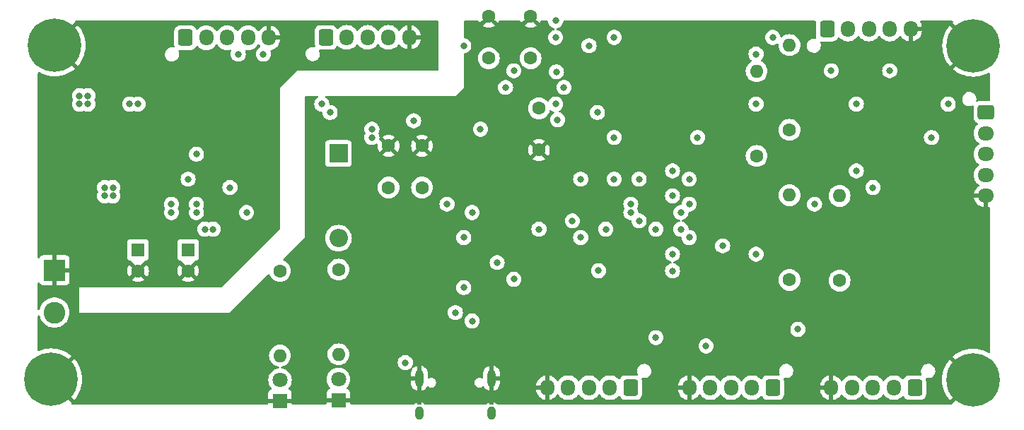
<source format=gbr>
%TF.GenerationSoftware,KiCad,Pcbnew,7.0.7*%
%TF.CreationDate,2024-02-08T23:22:07+01:00*%
%TF.ProjectId,balancing_robot,62616c61-6e63-4696-9e67-5f726f626f74,rev?*%
%TF.SameCoordinates,Original*%
%TF.FileFunction,Copper,L2,Inr*%
%TF.FilePolarity,Positive*%
%FSLAX46Y46*%
G04 Gerber Fmt 4.6, Leading zero omitted, Abs format (unit mm)*
G04 Created by KiCad (PCBNEW 7.0.7) date 2024-02-08 23:22:07*
%MOMM*%
%LPD*%
G01*
G04 APERTURE LIST*
G04 Aperture macros list*
%AMRoundRect*
0 Rectangle with rounded corners*
0 $1 Rounding radius*
0 $2 $3 $4 $5 $6 $7 $8 $9 X,Y pos of 4 corners*
0 Add a 4 corners polygon primitive as box body*
4,1,4,$2,$3,$4,$5,$6,$7,$8,$9,$2,$3,0*
0 Add four circle primitives for the rounded corners*
1,1,$1+$1,$2,$3*
1,1,$1+$1,$4,$5*
1,1,$1+$1,$6,$7*
1,1,$1+$1,$8,$9*
0 Add four rect primitives between the rounded corners*
20,1,$1+$1,$2,$3,$4,$5,0*
20,1,$1+$1,$4,$5,$6,$7,0*
20,1,$1+$1,$6,$7,$8,$9,0*
20,1,$1+$1,$8,$9,$2,$3,0*%
G04 Aperture macros list end*
%TA.AperFunction,ComponentPad*%
%ADD10R,2.600000X2.600000*%
%TD*%
%TA.AperFunction,ComponentPad*%
%ADD11C,2.600000*%
%TD*%
%TA.AperFunction,ComponentPad*%
%ADD12R,1.800000X1.800000*%
%TD*%
%TA.AperFunction,ComponentPad*%
%ADD13C,1.800000*%
%TD*%
%TA.AperFunction,ComponentPad*%
%ADD14C,1.600000*%
%TD*%
%TA.AperFunction,ComponentPad*%
%ADD15C,0.800000*%
%TD*%
%TA.AperFunction,ComponentPad*%
%ADD16C,6.400000*%
%TD*%
%TA.AperFunction,ComponentPad*%
%ADD17RoundRect,0.250000X0.600000X0.725000X-0.600000X0.725000X-0.600000X-0.725000X0.600000X-0.725000X0*%
%TD*%
%TA.AperFunction,ComponentPad*%
%ADD18O,1.700000X1.950000*%
%TD*%
%TA.AperFunction,ComponentPad*%
%ADD19RoundRect,0.250000X-0.725000X0.600000X-0.725000X-0.600000X0.725000X-0.600000X0.725000X0.600000X0*%
%TD*%
%TA.AperFunction,ComponentPad*%
%ADD20O,1.950000X1.700000*%
%TD*%
%TA.AperFunction,ComponentPad*%
%ADD21R,2.200000X2.200000*%
%TD*%
%TA.AperFunction,ComponentPad*%
%ADD22O,2.200000X2.200000*%
%TD*%
%TA.AperFunction,ComponentPad*%
%ADD23O,1.000000X2.100000*%
%TD*%
%TA.AperFunction,ComponentPad*%
%ADD24O,1.000000X1.600000*%
%TD*%
%TA.AperFunction,ComponentPad*%
%ADD25RoundRect,0.250000X-0.600000X-0.725000X0.600000X-0.725000X0.600000X0.725000X-0.600000X0.725000X0*%
%TD*%
%TA.AperFunction,ComponentPad*%
%ADD26O,1.600000X1.600000*%
%TD*%
%TA.AperFunction,ComponentPad*%
%ADD27R,1.600000X1.600000*%
%TD*%
%TA.AperFunction,ViaPad*%
%ADD28C,0.800000*%
%TD*%
G04 APERTURE END LIST*
D10*
%TO.N,GND*%
%TO.C,J1*%
X98000000Y-99920000D03*
D11*
%TO.N,+12VA*%
X98000000Y-105000000D03*
%TD*%
D12*
%TO.N,GND*%
%TO.C,D3*%
X132000000Y-115540000D03*
D13*
%TO.N,Net-(D3-A)*%
X132000000Y-113000000D03*
%TD*%
D14*
%TO.N,+3.3V*%
%TO.C,C15*%
X155000000Y-74500000D03*
%TO.N,GND*%
X155000000Y-69500000D03*
%TD*%
D15*
%TO.N,GND*%
%TO.C,H3*%
X95200000Y-113000000D03*
X95902944Y-111302944D03*
X95902944Y-114697056D03*
X97600000Y-110600000D03*
D16*
X97600000Y-113000000D03*
D15*
X97600000Y-115400000D03*
X99297056Y-111302944D03*
X99297056Y-114697056D03*
X100000000Y-113000000D03*
%TD*%
D17*
%TO.N,+3.3V*%
%TO.C,J5*%
X184000000Y-114000000D03*
D18*
%TO.N,/SDA*%
X181500000Y-114000000D03*
%TO.N,/SCL*%
X179000000Y-114000000D03*
%TO.N,/RES_2*%
X176500000Y-114000000D03*
%TO.N,GND*%
X174000000Y-114000000D03*
%TD*%
D17*
%TO.N,+3.3V*%
%TO.C,J3*%
X201000000Y-114000000D03*
D18*
%TO.N,/SDA*%
X198500000Y-114000000D03*
%TO.N,/SCL*%
X196000000Y-114000000D03*
%TO.N,/RES_1*%
X193500000Y-114000000D03*
%TO.N,GND*%
X191000000Y-114000000D03*
%TD*%
D19*
%TO.N,+3.3V*%
%TO.C,J4*%
X209525000Y-81000000D03*
D20*
%TO.N,/SDA*%
X209525000Y-83500000D03*
%TO.N,/SCL*%
X209525000Y-86000000D03*
%TO.N,/MPU6050*%
X209525000Y-88500000D03*
%TO.N,GND*%
X209525000Y-91000000D03*
%TD*%
D21*
%TO.N,+5VP*%
%TO.C,D2*%
X132000000Y-85920000D03*
D22*
%TO.N,Net-(D2-A)*%
X132000000Y-96080000D03*
%TD*%
D23*
%TO.N,GND*%
%TO.C,J2*%
X141680000Y-112870000D03*
D24*
X141680000Y-117050000D03*
D23*
X150320000Y-112870000D03*
D24*
X150320000Y-117050000D03*
%TD*%
D25*
%TO.N,+12VA*%
%TO.C,J8*%
X130500000Y-72000000D03*
D18*
%TO.N,/PWM_A*%
X133000000Y-72000000D03*
%TO.N,/A1*%
X135500000Y-72000000D03*
%TO.N,/A2*%
X138000000Y-72000000D03*
%TO.N,GND*%
X140500000Y-72000000D03*
%TD*%
D15*
%TO.N,GND*%
%TO.C,H1*%
X205600000Y-73000000D03*
X206302944Y-71302944D03*
X206302944Y-74697056D03*
X208000000Y-70600000D03*
D16*
X208000000Y-73000000D03*
D15*
X208000000Y-75400000D03*
X209697056Y-71302944D03*
X209697056Y-74697056D03*
X210400000Y-73000000D03*
%TD*%
D14*
%TO.N,/EN*%
%TO.C,C13*%
X156000000Y-80500000D03*
%TO.N,GND*%
X156000000Y-85500000D03*
%TD*%
D12*
%TO.N,GND*%
%TO.C,D1*%
X125000000Y-115620000D03*
D13*
%TO.N,Net-(D1-A)*%
X125000000Y-113080000D03*
%TD*%
D14*
%TO.N,Net-(U4-TXD)*%
%TO.C,R9*%
X182063090Y-86213588D03*
D26*
%TO.N,/RXD*%
X182063090Y-76053588D03*
%TD*%
D15*
%TO.N,GND*%
%TO.C,H2*%
X95617235Y-72965203D03*
X96320179Y-71268147D03*
X96320179Y-74662259D03*
X98017235Y-70565203D03*
D16*
X98017235Y-72965203D03*
D15*
X98017235Y-75365203D03*
X99714291Y-71268147D03*
X99714291Y-74662259D03*
X100417235Y-72965203D03*
%TD*%
D17*
%TO.N,+3.3V*%
%TO.C,J7*%
X167000000Y-114000000D03*
D18*
%TO.N,/SDA*%
X164500000Y-114000000D03*
%TO.N,/SCL*%
X162000000Y-114000000D03*
%TO.N,/RES_3*%
X159500000Y-114000000D03*
%TO.N,GND*%
X157000000Y-114000000D03*
%TD*%
D14*
%TO.N,Net-(U4-RXD)*%
%TO.C,R10*%
X186000000Y-83080000D03*
D26*
%TO.N,/TXD*%
X186000000Y-72920000D03*
%TD*%
D27*
%TO.N,+12VA*%
%TO.C,C3*%
X108000000Y-97500000D03*
D14*
%TO.N,GND*%
X108000000Y-100000000D03*
%TD*%
%TO.N,+5V*%
%TO.C,C6*%
X142000000Y-90000000D03*
%TO.N,GND*%
X142000000Y-85000000D03*
%TD*%
%TO.N,+5V*%
%TO.C,C7*%
X138000000Y-90000000D03*
%TO.N,GND*%
X138000000Y-85000000D03*
%TD*%
%TO.N,+3.3V*%
%TO.C,R14*%
X186000000Y-101080000D03*
D26*
%TO.N,/SCL*%
X186000000Y-90920000D03*
%TD*%
D25*
%TO.N,+3.3V*%
%TO.C,J6*%
X190500000Y-71000000D03*
D18*
%TO.N,/SDA*%
X193000000Y-71000000D03*
%TO.N,/SCL*%
X195500000Y-71000000D03*
%TO.N,/VL53L0X*%
X198000000Y-71000000D03*
%TO.N,GND*%
X200500000Y-71000000D03*
%TD*%
D14*
%TO.N,+3.3V*%
%TO.C,C14*%
X150000000Y-74500000D03*
%TO.N,GND*%
X150000000Y-69500000D03*
%TD*%
%TO.N,+5V*%
%TO.C,R1*%
X125000000Y-100000000D03*
D26*
%TO.N,Net-(D1-A)*%
X125000000Y-110160000D03*
%TD*%
D14*
%TO.N,+3.3V*%
%TO.C,R6*%
X132000000Y-99840000D03*
D26*
%TO.N,Net-(D3-A)*%
X132000000Y-110000000D03*
%TD*%
D14*
%TO.N,+3.3V*%
%TO.C,R7*%
X192000000Y-101160000D03*
D26*
%TO.N,/SDA*%
X192000000Y-91000000D03*
%TD*%
D15*
%TO.N,GND*%
%TO.C,H4*%
X205582076Y-113056981D03*
X206285020Y-111359925D03*
X206285020Y-114754037D03*
X207982076Y-110656981D03*
D16*
X207982076Y-113056981D03*
D15*
X207982076Y-115456981D03*
X209679132Y-111359925D03*
X209679132Y-114754037D03*
X210382076Y-113056981D03*
%TD*%
D25*
%TO.N,+12VA*%
%TO.C,J9*%
X113673618Y-72037026D03*
D18*
%TO.N,/PWM_B*%
X116173618Y-72037026D03*
%TO.N,/B1*%
X118673618Y-72037026D03*
%TO.N,/B2*%
X121173618Y-72037026D03*
%TO.N,GND*%
X123673618Y-72037026D03*
%TD*%
D27*
%TO.N,+12VA*%
%TO.C,C1*%
X114000000Y-97500000D03*
D14*
%TO.N,GND*%
X114000000Y-100000000D03*
%TD*%
D28*
%TO.N,+5V*%
X136000000Y-83000000D03*
X147000000Y-102000000D03*
X145000000Y-92000000D03*
X147000000Y-96000000D03*
X164000000Y-95000000D03*
X151000000Y-99000000D03*
X136000000Y-84000000D03*
X161000000Y-96000000D03*
%TO.N,GND*%
X125000000Y-74000000D03*
X175000000Y-71000000D03*
X166000000Y-71000000D03*
X116000000Y-81000000D03*
X114000000Y-81000000D03*
X115000000Y-81000000D03*
X101000000Y-106000000D03*
X139000000Y-74000000D03*
X146000000Y-110000000D03*
X102000000Y-98000000D03*
X114000000Y-84000000D03*
X101000000Y-99000000D03*
X102000000Y-107000000D03*
X113000000Y-81000000D03*
X113000000Y-84000000D03*
X116000000Y-88000000D03*
X139000000Y-115000000D03*
X153000000Y-115000000D03*
X116000000Y-101000000D03*
X112000000Y-101000000D03*
X106000000Y-101000000D03*
X110000000Y-101000000D03*
%TO.N,+12VA*%
X112000000Y-93000000D03*
X115000000Y-93000000D03*
X115000000Y-92000000D03*
X112000000Y-92000000D03*
X117000000Y-95000000D03*
X116000000Y-95000000D03*
%TO.N,+3.3V*%
X158000000Y-70000000D03*
X153000000Y-76000000D03*
X148000000Y-93000000D03*
X152000000Y-78000000D03*
X149000000Y-83000000D03*
X205000000Y-80000000D03*
X191000000Y-76000000D03*
%TO.N,Net-(U3-SW)*%
X114000000Y-89000000D03*
X115000000Y-86000000D03*
X105000000Y-90000000D03*
X105000000Y-91000000D03*
X104000000Y-90000000D03*
X104000000Y-91000000D03*
%TO.N,+5VP*%
X108000000Y-80000000D03*
X102000000Y-79000000D03*
X131000000Y-81000000D03*
X102000000Y-80000000D03*
X130000000Y-80000000D03*
X101000000Y-79000000D03*
X107000000Y-80000000D03*
X101000000Y-80000000D03*
%TO.N,/EN*%
X158000000Y-80000000D03*
X165000000Y-72000000D03*
X172000000Y-91000000D03*
%TO.N,Net-(D2-A)*%
X140000000Y-111000000D03*
%TO.N,/SDA*%
X160000000Y-94000000D03*
X194000000Y-80000000D03*
X203000000Y-84000000D03*
X194000000Y-88000000D03*
X170000000Y-108000000D03*
X163131955Y-99972836D03*
X189000000Y-92000000D03*
X187000000Y-107000000D03*
%TO.N,/SCL*%
X165000000Y-89000000D03*
X167000000Y-92000000D03*
%TO.N,/PWM_A*%
X158000000Y-72000000D03*
%TO.N,/A1*%
X162000000Y-73000000D03*
%TO.N,/A2*%
X147000000Y-73000000D03*
%TO.N,/PWM_B*%
X158097024Y-76126777D03*
%TO.N,/B1*%
X141000000Y-82000000D03*
X159000000Y-78000000D03*
X120000000Y-74000000D03*
%TO.N,/B2*%
X123000000Y-74000000D03*
X163000000Y-81000000D03*
X158226391Y-81878400D03*
%TO.N,/RTS*%
X170000000Y-95000000D03*
X172000000Y-98000000D03*
%TO.N,Net-(U3-EN)*%
X119000000Y-90000000D03*
X121000000Y-93000000D03*
%TO.N,Net-(U4-TXD)*%
X173000000Y-95000000D03*
%TO.N,/RXD*%
X182000000Y-74000000D03*
%TO.N,Net-(U4-RXD)*%
X174000000Y-96000000D03*
%TO.N,/TXD*%
X184000000Y-72000000D03*
%TO.N,Net-(U4-D-)*%
X146000000Y-105000000D03*
X167000000Y-93000000D03*
%TO.N,Net-(U4-D+)*%
X168000000Y-94000000D03*
X148000000Y-106000000D03*
%TO.N,/RES_1*%
X182000000Y-98000000D03*
X173000000Y-93000000D03*
X168000000Y-89000000D03*
%TO.N,/MPU6050*%
X174000000Y-92000000D03*
X196000000Y-90000000D03*
X174000000Y-89000000D03*
%TO.N,/RES_2*%
X161000000Y-89000000D03*
X156000000Y-95000000D03*
X165000000Y-84000000D03*
X153000000Y-101000000D03*
X176000000Y-109000000D03*
%TO.N,/VL53L0X*%
X198000000Y-76000000D03*
X182000000Y-80000000D03*
X175000000Y-84000000D03*
%TO.N,/RES_3*%
X178000000Y-97000000D03*
X172000000Y-88000000D03*
X172000000Y-100000000D03*
%TD*%
%TA.AperFunction,Conductor*%
%TO.N,GND*%
G36*
X143943039Y-70019685D02*
G01*
X143988794Y-70072489D01*
X144000000Y-70124000D01*
X144000000Y-75876000D01*
X143980315Y-75943039D01*
X143927511Y-75988794D01*
X143876000Y-76000000D01*
X126999999Y-76000000D01*
X125000000Y-77999999D01*
X125000000Y-94948638D01*
X124980315Y-95015677D01*
X124963681Y-95036319D01*
X118036319Y-101963681D01*
X117974996Y-101997166D01*
X117948638Y-102000000D01*
X101000000Y-102000000D01*
X101000000Y-105000000D01*
X119000000Y-105000000D01*
X145094540Y-105000000D01*
X145114326Y-105188256D01*
X145114327Y-105188259D01*
X145172818Y-105368277D01*
X145172821Y-105368284D01*
X145267467Y-105532216D01*
X145357063Y-105631722D01*
X145394129Y-105672888D01*
X145547265Y-105784148D01*
X145547270Y-105784151D01*
X145720192Y-105861142D01*
X145720197Y-105861144D01*
X145905354Y-105900500D01*
X145905355Y-105900500D01*
X146094644Y-105900500D01*
X146094646Y-105900500D01*
X146279803Y-105861144D01*
X146452730Y-105784151D01*
X146605871Y-105672888D01*
X146732533Y-105532216D01*
X146827179Y-105368284D01*
X146885674Y-105188256D01*
X146905460Y-105000000D01*
X146885674Y-104811744D01*
X146827179Y-104631716D01*
X146732533Y-104467784D01*
X146605871Y-104327112D01*
X146605870Y-104327111D01*
X146452734Y-104215851D01*
X146452729Y-104215848D01*
X146279807Y-104138857D01*
X146279802Y-104138855D01*
X146134001Y-104107865D01*
X146094646Y-104099500D01*
X145905354Y-104099500D01*
X145872897Y-104106398D01*
X145720197Y-104138855D01*
X145720192Y-104138857D01*
X145547270Y-104215848D01*
X145547265Y-104215851D01*
X145394129Y-104327111D01*
X145267466Y-104467785D01*
X145172821Y-104631715D01*
X145172818Y-104631722D01*
X145114327Y-104811740D01*
X145114326Y-104811744D01*
X145097577Y-104971101D01*
X145094541Y-104999995D01*
X145094540Y-105000000D01*
X119000000Y-105000000D01*
X121999999Y-102000000D01*
X146094540Y-102000000D01*
X146114326Y-102188256D01*
X146114327Y-102188259D01*
X146172818Y-102368277D01*
X146172821Y-102368284D01*
X146267467Y-102532216D01*
X146394128Y-102672887D01*
X146394129Y-102672888D01*
X146547265Y-102784148D01*
X146547270Y-102784151D01*
X146720192Y-102861142D01*
X146720197Y-102861144D01*
X146905354Y-102900500D01*
X146905355Y-102900500D01*
X147094644Y-102900500D01*
X147094646Y-102900500D01*
X147279803Y-102861144D01*
X147452730Y-102784151D01*
X147605871Y-102672888D01*
X147732533Y-102532216D01*
X147827179Y-102368284D01*
X147885674Y-102188256D01*
X147905460Y-102000000D01*
X147885674Y-101811744D01*
X147827179Y-101631716D01*
X147732533Y-101467784D01*
X147605871Y-101327112D01*
X147605870Y-101327111D01*
X147452734Y-101215851D01*
X147452729Y-101215848D01*
X147279807Y-101138857D01*
X147279802Y-101138855D01*
X147134000Y-101107865D01*
X147094646Y-101099500D01*
X146905354Y-101099500D01*
X146872897Y-101106398D01*
X146720197Y-101138855D01*
X146720192Y-101138857D01*
X146547270Y-101215848D01*
X146547265Y-101215851D01*
X146394129Y-101327111D01*
X146267466Y-101467785D01*
X146172821Y-101631715D01*
X146172818Y-101631722D01*
X146114327Y-101811740D01*
X146114326Y-101811744D01*
X146094540Y-102000000D01*
X121999999Y-102000000D01*
X123578155Y-100421843D01*
X123639476Y-100388360D01*
X123709168Y-100393344D01*
X123765101Y-100435216D01*
X123778213Y-100457117D01*
X123853697Y-100618991D01*
X123869431Y-100652732D01*
X123869432Y-100652734D01*
X123999954Y-100839141D01*
X124160858Y-101000045D01*
X124160861Y-101000047D01*
X124347266Y-101130568D01*
X124553504Y-101226739D01*
X124773308Y-101285635D01*
X124935230Y-101299801D01*
X124999998Y-101305468D01*
X125000000Y-101305468D01*
X125000002Y-101305468D01*
X125056672Y-101300509D01*
X125226692Y-101285635D01*
X125446496Y-101226739D01*
X125652734Y-101130568D01*
X125839139Y-101000047D01*
X126000047Y-100839139D01*
X126130568Y-100652734D01*
X126226739Y-100446496D01*
X126285635Y-100226692D01*
X126305468Y-100000000D01*
X126303091Y-99972836D01*
X126294476Y-99874364D01*
X126291470Y-99840001D01*
X130694532Y-99840001D01*
X130714364Y-100066686D01*
X130714366Y-100066697D01*
X130773258Y-100286488D01*
X130773261Y-100286497D01*
X130869431Y-100492732D01*
X130869432Y-100492734D01*
X130999954Y-100679141D01*
X131160858Y-100840045D01*
X131160861Y-100840047D01*
X131347266Y-100970568D01*
X131553504Y-101066739D01*
X131553509Y-101066740D01*
X131553511Y-101066741D01*
X131602995Y-101080000D01*
X131773308Y-101125635D01*
X131924413Y-101138855D01*
X131999998Y-101145468D01*
X132000000Y-101145468D01*
X132000002Y-101145468D01*
X132056673Y-101140509D01*
X132226692Y-101125635D01*
X132446496Y-101066739D01*
X132589617Y-101000000D01*
X152094540Y-101000000D01*
X152114326Y-101188256D01*
X152114327Y-101188259D01*
X152172818Y-101368277D01*
X152172821Y-101368284D01*
X152267467Y-101532216D01*
X152357063Y-101631722D01*
X152394129Y-101672888D01*
X152547265Y-101784148D01*
X152547270Y-101784151D01*
X152720192Y-101861142D01*
X152720197Y-101861144D01*
X152905354Y-101900500D01*
X152905355Y-101900500D01*
X153094644Y-101900500D01*
X153094646Y-101900500D01*
X153279803Y-101861144D01*
X153452730Y-101784151D01*
X153605871Y-101672888D01*
X153732533Y-101532216D01*
X153827179Y-101368284D01*
X153885674Y-101188256D01*
X153897052Y-101080001D01*
X184694532Y-101080001D01*
X184714364Y-101306686D01*
X184714366Y-101306697D01*
X184773258Y-101526488D01*
X184773261Y-101526497D01*
X184869431Y-101732732D01*
X184869432Y-101732734D01*
X184999954Y-101919141D01*
X185160858Y-102080045D01*
X185160861Y-102080047D01*
X185347266Y-102210568D01*
X185553504Y-102306739D01*
X185773308Y-102365635D01*
X185935230Y-102379801D01*
X185999998Y-102385468D01*
X186000000Y-102385468D01*
X186000002Y-102385468D01*
X186056672Y-102380509D01*
X186226692Y-102365635D01*
X186446496Y-102306739D01*
X186652734Y-102210568D01*
X186839139Y-102080047D01*
X187000047Y-101919139D01*
X187130568Y-101732734D01*
X187226739Y-101526496D01*
X187285635Y-101306692D01*
X187298469Y-101160001D01*
X190694532Y-101160001D01*
X190714364Y-101386686D01*
X190714366Y-101386697D01*
X190773258Y-101606488D01*
X190773261Y-101606497D01*
X190869431Y-101812732D01*
X190869432Y-101812734D01*
X190999954Y-101999141D01*
X191160858Y-102160045D01*
X191160861Y-102160047D01*
X191347266Y-102290568D01*
X191553504Y-102386739D01*
X191773308Y-102445635D01*
X191935230Y-102459801D01*
X191999998Y-102465468D01*
X192000000Y-102465468D01*
X192000002Y-102465468D01*
X192056673Y-102460509D01*
X192226692Y-102445635D01*
X192446496Y-102386739D01*
X192652734Y-102290568D01*
X192839139Y-102160047D01*
X193000047Y-101999139D01*
X193130568Y-101812734D01*
X193226739Y-101606496D01*
X193285635Y-101386692D01*
X193305468Y-101160000D01*
X193302461Y-101125635D01*
X193291474Y-101000047D01*
X193285635Y-100933308D01*
X193226739Y-100713504D01*
X193130568Y-100507266D01*
X193014232Y-100341120D01*
X193000045Y-100320858D01*
X192839141Y-100159954D01*
X192652734Y-100029432D01*
X192652732Y-100029431D01*
X192446497Y-99933261D01*
X192446488Y-99933258D01*
X192226697Y-99874366D01*
X192226693Y-99874365D01*
X192226692Y-99874365D01*
X192226691Y-99874364D01*
X192226686Y-99874364D01*
X192000002Y-99854532D01*
X191999998Y-99854532D01*
X191773313Y-99874364D01*
X191773302Y-99874366D01*
X191553511Y-99933258D01*
X191553502Y-99933261D01*
X191347267Y-100029431D01*
X191347265Y-100029432D01*
X191160858Y-100159954D01*
X190999954Y-100320858D01*
X190869432Y-100507265D01*
X190869431Y-100507267D01*
X190773261Y-100713502D01*
X190773258Y-100713511D01*
X190714366Y-100933302D01*
X190714364Y-100933313D01*
X190694532Y-101159998D01*
X190694532Y-101160001D01*
X187298469Y-101160001D01*
X187305468Y-101080000D01*
X187285635Y-100853308D01*
X187226739Y-100633504D01*
X187130568Y-100427266D01*
X187000047Y-100240861D01*
X187000045Y-100240858D01*
X186839141Y-100079954D01*
X186652734Y-99949432D01*
X186652732Y-99949431D01*
X186446497Y-99853261D01*
X186446488Y-99853258D01*
X186226697Y-99794366D01*
X186226693Y-99794365D01*
X186226692Y-99794365D01*
X186226691Y-99794364D01*
X186226686Y-99794364D01*
X186000002Y-99774532D01*
X185999998Y-99774532D01*
X185773313Y-99794364D01*
X185773302Y-99794366D01*
X185553511Y-99853258D01*
X185553502Y-99853261D01*
X185347267Y-99949431D01*
X185347265Y-99949432D01*
X185160858Y-100079954D01*
X184999954Y-100240858D01*
X184869432Y-100427265D01*
X184869431Y-100427267D01*
X184773261Y-100633502D01*
X184773258Y-100633511D01*
X184714366Y-100853302D01*
X184714364Y-100853313D01*
X184694532Y-101079998D01*
X184694532Y-101080001D01*
X153897052Y-101080001D01*
X153905460Y-101000000D01*
X153885674Y-100811744D01*
X153827179Y-100631716D01*
X153732533Y-100467784D01*
X153605871Y-100327112D01*
X153605870Y-100327111D01*
X153452734Y-100215851D01*
X153452729Y-100215848D01*
X153279807Y-100138857D01*
X153279802Y-100138855D01*
X153134001Y-100107865D01*
X153094646Y-100099500D01*
X152905354Y-100099500D01*
X152872897Y-100106398D01*
X152720197Y-100138855D01*
X152720192Y-100138857D01*
X152547270Y-100215848D01*
X152547265Y-100215851D01*
X152394129Y-100327111D01*
X152267466Y-100467785D01*
X152172821Y-100631715D01*
X152172818Y-100631722D01*
X152114327Y-100811740D01*
X152114326Y-100811744D01*
X152094540Y-101000000D01*
X132589617Y-101000000D01*
X132652734Y-100970568D01*
X132839139Y-100840047D01*
X133000047Y-100679139D01*
X133130568Y-100492734D01*
X133226739Y-100286496D01*
X133285635Y-100066692D01*
X133293846Y-99972836D01*
X162226495Y-99972836D01*
X162246281Y-100161092D01*
X162246282Y-100161095D01*
X162304773Y-100341113D01*
X162304776Y-100341120D01*
X162399422Y-100505052D01*
X162513470Y-100631715D01*
X162526084Y-100645724D01*
X162679220Y-100756984D01*
X162679225Y-100756987D01*
X162852147Y-100833978D01*
X162852152Y-100833980D01*
X163037309Y-100873336D01*
X163037310Y-100873336D01*
X163226599Y-100873336D01*
X163226601Y-100873336D01*
X163411758Y-100833980D01*
X163584685Y-100756987D01*
X163737826Y-100645724D01*
X163864488Y-100505052D01*
X163959134Y-100341120D01*
X164017629Y-100161092D01*
X164034560Y-100000000D01*
X171094540Y-100000000D01*
X171114326Y-100188256D01*
X171114327Y-100188259D01*
X171172818Y-100368277D01*
X171172821Y-100368284D01*
X171267467Y-100532216D01*
X171375982Y-100652734D01*
X171394129Y-100672888D01*
X171547265Y-100784148D01*
X171547270Y-100784151D01*
X171720192Y-100861142D01*
X171720197Y-100861144D01*
X171905354Y-100900500D01*
X171905355Y-100900500D01*
X172094644Y-100900500D01*
X172094646Y-100900500D01*
X172279803Y-100861144D01*
X172452730Y-100784151D01*
X172605871Y-100672888D01*
X172732533Y-100532216D01*
X172827179Y-100368284D01*
X172885674Y-100188256D01*
X172905460Y-100000000D01*
X172885674Y-99811744D01*
X172827179Y-99631716D01*
X172732533Y-99467784D01*
X172605871Y-99327112D01*
X172605870Y-99327111D01*
X172452734Y-99215851D01*
X172452729Y-99215848D01*
X172279807Y-99138857D01*
X172279800Y-99138855D01*
X172197161Y-99121290D01*
X172135679Y-99088098D01*
X172101902Y-99026935D01*
X172106554Y-98957221D01*
X172148158Y-98901088D01*
X172197161Y-98878710D01*
X172203201Y-98877426D01*
X172279803Y-98861144D01*
X172452730Y-98784151D01*
X172605871Y-98672888D01*
X172732533Y-98532216D01*
X172827179Y-98368284D01*
X172885674Y-98188256D01*
X172905460Y-98000000D01*
X181094540Y-98000000D01*
X181114326Y-98188256D01*
X181114327Y-98188259D01*
X181172818Y-98368277D01*
X181172821Y-98368284D01*
X181267467Y-98532216D01*
X181357063Y-98631722D01*
X181394129Y-98672888D01*
X181547265Y-98784148D01*
X181547270Y-98784151D01*
X181720192Y-98861142D01*
X181720197Y-98861144D01*
X181905354Y-98900500D01*
X181905355Y-98900500D01*
X182094644Y-98900500D01*
X182094646Y-98900500D01*
X182279803Y-98861144D01*
X182452730Y-98784151D01*
X182605871Y-98672888D01*
X182732533Y-98532216D01*
X182827179Y-98368284D01*
X182885674Y-98188256D01*
X182905460Y-98000000D01*
X182885674Y-97811744D01*
X182827179Y-97631716D01*
X182732533Y-97467784D01*
X182605871Y-97327112D01*
X182605870Y-97327111D01*
X182452734Y-97215851D01*
X182452729Y-97215848D01*
X182279807Y-97138857D01*
X182279802Y-97138855D01*
X182134001Y-97107865D01*
X182094646Y-97099500D01*
X181905354Y-97099500D01*
X181872897Y-97106398D01*
X181720197Y-97138855D01*
X181720192Y-97138857D01*
X181547270Y-97215848D01*
X181547265Y-97215851D01*
X181394129Y-97327111D01*
X181267466Y-97467785D01*
X181172821Y-97631715D01*
X181172818Y-97631722D01*
X181114327Y-97811740D01*
X181114326Y-97811744D01*
X181094540Y-98000000D01*
X172905460Y-98000000D01*
X172885674Y-97811744D01*
X172827179Y-97631716D01*
X172732533Y-97467784D01*
X172605871Y-97327112D01*
X172605870Y-97327111D01*
X172452734Y-97215851D01*
X172452729Y-97215848D01*
X172279807Y-97138857D01*
X172279802Y-97138855D01*
X172134000Y-97107865D01*
X172094646Y-97099500D01*
X171905354Y-97099500D01*
X171872897Y-97106398D01*
X171720197Y-97138855D01*
X171720192Y-97138857D01*
X171547270Y-97215848D01*
X171547265Y-97215851D01*
X171394129Y-97327111D01*
X171267466Y-97467785D01*
X171172821Y-97631715D01*
X171172818Y-97631722D01*
X171114327Y-97811740D01*
X171114326Y-97811744D01*
X171094540Y-98000000D01*
X171114326Y-98188256D01*
X171114327Y-98188259D01*
X171172818Y-98368277D01*
X171172821Y-98368284D01*
X171267467Y-98532216D01*
X171357063Y-98631722D01*
X171394129Y-98672888D01*
X171547265Y-98784148D01*
X171547270Y-98784151D01*
X171720192Y-98861142D01*
X171720197Y-98861144D01*
X171802839Y-98878710D01*
X171864321Y-98911902D01*
X171898097Y-98973065D01*
X171893445Y-99042780D01*
X171851840Y-99098912D01*
X171802839Y-99121290D01*
X171720197Y-99138855D01*
X171720192Y-99138857D01*
X171547270Y-99215848D01*
X171547265Y-99215851D01*
X171394129Y-99327111D01*
X171267466Y-99467785D01*
X171172821Y-99631715D01*
X171172818Y-99631722D01*
X171114327Y-99811740D01*
X171114326Y-99811744D01*
X171094540Y-100000000D01*
X164034560Y-100000000D01*
X164037415Y-99972836D01*
X164017629Y-99784580D01*
X163959134Y-99604552D01*
X163864488Y-99440620D01*
X163737826Y-99299948D01*
X163717826Y-99285417D01*
X163584689Y-99188687D01*
X163584684Y-99188684D01*
X163411762Y-99111693D01*
X163411757Y-99111691D01*
X163265955Y-99080701D01*
X163226601Y-99072336D01*
X163037309Y-99072336D01*
X163004852Y-99079234D01*
X162852152Y-99111691D01*
X162852147Y-99111693D01*
X162679225Y-99188684D01*
X162679220Y-99188687D01*
X162526084Y-99299947D01*
X162399421Y-99440621D01*
X162304776Y-99604551D01*
X162304773Y-99604558D01*
X162246421Y-99784148D01*
X162246281Y-99784580D01*
X162226495Y-99972836D01*
X133293846Y-99972836D01*
X133305468Y-99840000D01*
X133301726Y-99797234D01*
X133291878Y-99684663D01*
X133285635Y-99613308D01*
X133226739Y-99393504D01*
X133130568Y-99187266D01*
X133000047Y-99000861D01*
X133000045Y-99000858D01*
X132999187Y-99000000D01*
X150094540Y-99000000D01*
X150114326Y-99188256D01*
X150114327Y-99188259D01*
X150172818Y-99368277D01*
X150172821Y-99368284D01*
X150267467Y-99532216D01*
X150373096Y-99649528D01*
X150394129Y-99672888D01*
X150547265Y-99784148D01*
X150547270Y-99784151D01*
X150720192Y-99861142D01*
X150720197Y-99861144D01*
X150905354Y-99900500D01*
X150905355Y-99900500D01*
X151094644Y-99900500D01*
X151094646Y-99900500D01*
X151279803Y-99861144D01*
X151452730Y-99784151D01*
X151605871Y-99672888D01*
X151732533Y-99532216D01*
X151827179Y-99368284D01*
X151885674Y-99188256D01*
X151905460Y-99000000D01*
X151885674Y-98811744D01*
X151827179Y-98631716D01*
X151732533Y-98467784D01*
X151605871Y-98327112D01*
X151605870Y-98327111D01*
X151452734Y-98215851D01*
X151452729Y-98215848D01*
X151279807Y-98138857D01*
X151279802Y-98138855D01*
X151134000Y-98107865D01*
X151094646Y-98099500D01*
X150905354Y-98099500D01*
X150872897Y-98106398D01*
X150720197Y-98138855D01*
X150720192Y-98138857D01*
X150547270Y-98215848D01*
X150547265Y-98215851D01*
X150394129Y-98327111D01*
X150267466Y-98467785D01*
X150172821Y-98631715D01*
X150172818Y-98631722D01*
X150114327Y-98811740D01*
X150114326Y-98811744D01*
X150094540Y-99000000D01*
X132999187Y-99000000D01*
X132839141Y-98839954D01*
X132652734Y-98709432D01*
X132652732Y-98709431D01*
X132446497Y-98613261D01*
X132446488Y-98613258D01*
X132226697Y-98554366D01*
X132226693Y-98554365D01*
X132226692Y-98554365D01*
X132226691Y-98554364D01*
X132226686Y-98554364D01*
X132000002Y-98534532D01*
X131999998Y-98534532D01*
X131773313Y-98554364D01*
X131773302Y-98554366D01*
X131553511Y-98613258D01*
X131553502Y-98613261D01*
X131347267Y-98709431D01*
X131347265Y-98709432D01*
X131160858Y-98839954D01*
X130999954Y-99000858D01*
X130869432Y-99187265D01*
X130869431Y-99187267D01*
X130773261Y-99393502D01*
X130773258Y-99393511D01*
X130714366Y-99613302D01*
X130714364Y-99613313D01*
X130694532Y-99839998D01*
X130694532Y-99840001D01*
X126291470Y-99840001D01*
X126285635Y-99773308D01*
X126226739Y-99553504D01*
X126130568Y-99347266D01*
X126000047Y-99160861D01*
X126000045Y-99160858D01*
X125839141Y-98999954D01*
X125652734Y-98869432D01*
X125652732Y-98869431D01*
X125627163Y-98857508D01*
X125457119Y-98778215D01*
X125404682Y-98732044D01*
X125385530Y-98664850D01*
X125405746Y-98597969D01*
X125421840Y-98578158D01*
X127920001Y-96079999D01*
X130394551Y-96079999D01*
X130414317Y-96331151D01*
X130473126Y-96576110D01*
X130569533Y-96808859D01*
X130701160Y-97023653D01*
X130701161Y-97023656D01*
X130701164Y-97023659D01*
X130864776Y-97215224D01*
X130995779Y-97327111D01*
X131056343Y-97378838D01*
X131056346Y-97378839D01*
X131271140Y-97510466D01*
X131323650Y-97532216D01*
X131503889Y-97606873D01*
X131748852Y-97665683D01*
X132000000Y-97685449D01*
X132251148Y-97665683D01*
X132496111Y-97606873D01*
X132728859Y-97510466D01*
X132943659Y-97378836D01*
X133135224Y-97215224D01*
X133298836Y-97023659D01*
X133313334Y-97000000D01*
X177094540Y-97000000D01*
X177114326Y-97188256D01*
X177114327Y-97188259D01*
X177172818Y-97368277D01*
X177172821Y-97368284D01*
X177267467Y-97532216D01*
X177357063Y-97631722D01*
X177394129Y-97672888D01*
X177547265Y-97784148D01*
X177547270Y-97784151D01*
X177720192Y-97861142D01*
X177720197Y-97861144D01*
X177905354Y-97900500D01*
X177905355Y-97900500D01*
X178094644Y-97900500D01*
X178094646Y-97900500D01*
X178279803Y-97861144D01*
X178452730Y-97784151D01*
X178605871Y-97672888D01*
X178732533Y-97532216D01*
X178827179Y-97368284D01*
X178885674Y-97188256D01*
X178905460Y-97000000D01*
X178885674Y-96811744D01*
X178827179Y-96631716D01*
X178732533Y-96467784D01*
X178605871Y-96327112D01*
X178605870Y-96327111D01*
X178452734Y-96215851D01*
X178452729Y-96215848D01*
X178279807Y-96138857D01*
X178279802Y-96138855D01*
X178134000Y-96107865D01*
X178094646Y-96099500D01*
X177905354Y-96099500D01*
X177872897Y-96106398D01*
X177720197Y-96138855D01*
X177720192Y-96138857D01*
X177547270Y-96215848D01*
X177547265Y-96215851D01*
X177394129Y-96327111D01*
X177267466Y-96467785D01*
X177172821Y-96631715D01*
X177172818Y-96631722D01*
X177115263Y-96808859D01*
X177114326Y-96811744D01*
X177094540Y-97000000D01*
X133313334Y-97000000D01*
X133430466Y-96808859D01*
X133526873Y-96576111D01*
X133585683Y-96331148D01*
X133605449Y-96080000D01*
X133599153Y-96000000D01*
X146094540Y-96000000D01*
X146114326Y-96188256D01*
X146114327Y-96188259D01*
X146172818Y-96368277D01*
X146172821Y-96368284D01*
X146267467Y-96532216D01*
X146375443Y-96652135D01*
X146394129Y-96672888D01*
X146547265Y-96784148D01*
X146547270Y-96784151D01*
X146720192Y-96861142D01*
X146720197Y-96861144D01*
X146905354Y-96900500D01*
X146905355Y-96900500D01*
X147094644Y-96900500D01*
X147094646Y-96900500D01*
X147279803Y-96861144D01*
X147452730Y-96784151D01*
X147605871Y-96672888D01*
X147732533Y-96532216D01*
X147827179Y-96368284D01*
X147885674Y-96188256D01*
X147905460Y-96000000D01*
X160094540Y-96000000D01*
X160114326Y-96188256D01*
X160114327Y-96188259D01*
X160172818Y-96368277D01*
X160172821Y-96368284D01*
X160267467Y-96532216D01*
X160375443Y-96652135D01*
X160394129Y-96672888D01*
X160547265Y-96784148D01*
X160547270Y-96784151D01*
X160720192Y-96861142D01*
X160720197Y-96861144D01*
X160905354Y-96900500D01*
X160905355Y-96900500D01*
X161094644Y-96900500D01*
X161094646Y-96900500D01*
X161279803Y-96861144D01*
X161452730Y-96784151D01*
X161605871Y-96672888D01*
X161732533Y-96532216D01*
X161827179Y-96368284D01*
X161885674Y-96188256D01*
X161905460Y-96000000D01*
X161885674Y-95811744D01*
X161827179Y-95631716D01*
X161732533Y-95467784D01*
X161605871Y-95327112D01*
X161605870Y-95327111D01*
X161452734Y-95215851D01*
X161452729Y-95215848D01*
X161279807Y-95138857D01*
X161279802Y-95138855D01*
X161134001Y-95107865D01*
X161094646Y-95099500D01*
X160905354Y-95099500D01*
X160872897Y-95106398D01*
X160720197Y-95138855D01*
X160720192Y-95138857D01*
X160547270Y-95215848D01*
X160547265Y-95215851D01*
X160394129Y-95327111D01*
X160267466Y-95467785D01*
X160172821Y-95631715D01*
X160172818Y-95631722D01*
X160114327Y-95811740D01*
X160114326Y-95811744D01*
X160094540Y-96000000D01*
X147905460Y-96000000D01*
X147885674Y-95811744D01*
X147827179Y-95631716D01*
X147732533Y-95467784D01*
X147605871Y-95327112D01*
X147605870Y-95327111D01*
X147452734Y-95215851D01*
X147452729Y-95215848D01*
X147279807Y-95138857D01*
X147279802Y-95138855D01*
X147134000Y-95107865D01*
X147094646Y-95099500D01*
X146905354Y-95099500D01*
X146872897Y-95106398D01*
X146720197Y-95138855D01*
X146720192Y-95138857D01*
X146547270Y-95215848D01*
X146547265Y-95215851D01*
X146394129Y-95327111D01*
X146267466Y-95467785D01*
X146172821Y-95631715D01*
X146172818Y-95631722D01*
X146114327Y-95811740D01*
X146114326Y-95811744D01*
X146094540Y-96000000D01*
X133599153Y-96000000D01*
X133585683Y-95828852D01*
X133526873Y-95583889D01*
X133430466Y-95351140D01*
X133298839Y-95136346D01*
X133298838Y-95136343D01*
X133195779Y-95015677D01*
X133182390Y-95000000D01*
X155094540Y-95000000D01*
X155114326Y-95188256D01*
X155114327Y-95188259D01*
X155172818Y-95368277D01*
X155172821Y-95368284D01*
X155267467Y-95532216D01*
X155357063Y-95631722D01*
X155394129Y-95672888D01*
X155547265Y-95784148D01*
X155547270Y-95784151D01*
X155720192Y-95861142D01*
X155720197Y-95861144D01*
X155905354Y-95900500D01*
X155905355Y-95900500D01*
X156094644Y-95900500D01*
X156094646Y-95900500D01*
X156279803Y-95861144D01*
X156452730Y-95784151D01*
X156605871Y-95672888D01*
X156732533Y-95532216D01*
X156827179Y-95368284D01*
X156885674Y-95188256D01*
X156905460Y-95000000D01*
X163094540Y-95000000D01*
X163114326Y-95188256D01*
X163114327Y-95188259D01*
X163172818Y-95368277D01*
X163172821Y-95368284D01*
X163267467Y-95532216D01*
X163357063Y-95631722D01*
X163394129Y-95672888D01*
X163547265Y-95784148D01*
X163547270Y-95784151D01*
X163720192Y-95861142D01*
X163720197Y-95861144D01*
X163905354Y-95900500D01*
X163905355Y-95900500D01*
X164094644Y-95900500D01*
X164094646Y-95900500D01*
X164279803Y-95861144D01*
X164452730Y-95784151D01*
X164605871Y-95672888D01*
X164732533Y-95532216D01*
X164827179Y-95368284D01*
X164885674Y-95188256D01*
X164905460Y-95000000D01*
X169094540Y-95000000D01*
X169114326Y-95188256D01*
X169114327Y-95188259D01*
X169172818Y-95368277D01*
X169172821Y-95368284D01*
X169267467Y-95532216D01*
X169357063Y-95631722D01*
X169394129Y-95672888D01*
X169547265Y-95784148D01*
X169547270Y-95784151D01*
X169720192Y-95861142D01*
X169720197Y-95861144D01*
X169905354Y-95900500D01*
X169905355Y-95900500D01*
X170094644Y-95900500D01*
X170094646Y-95900500D01*
X170279803Y-95861144D01*
X170452730Y-95784151D01*
X170605871Y-95672888D01*
X170732533Y-95532216D01*
X170827179Y-95368284D01*
X170885674Y-95188256D01*
X170905460Y-95000000D01*
X172094540Y-95000000D01*
X172114326Y-95188256D01*
X172114327Y-95188259D01*
X172172818Y-95368277D01*
X172172821Y-95368284D01*
X172267467Y-95532216D01*
X172357063Y-95631722D01*
X172394129Y-95672888D01*
X172547265Y-95784148D01*
X172547270Y-95784151D01*
X172720192Y-95861142D01*
X172720197Y-95861144D01*
X172905354Y-95900500D01*
X172905355Y-95900500D01*
X172972432Y-95900500D01*
X173039471Y-95920185D01*
X173085226Y-95972989D01*
X173095752Y-96011535D01*
X173114326Y-96188256D01*
X173114327Y-96188259D01*
X173172818Y-96368277D01*
X173172821Y-96368284D01*
X173267467Y-96532216D01*
X173375443Y-96652135D01*
X173394129Y-96672888D01*
X173547265Y-96784148D01*
X173547270Y-96784151D01*
X173720192Y-96861142D01*
X173720197Y-96861144D01*
X173905354Y-96900500D01*
X173905355Y-96900500D01*
X174094644Y-96900500D01*
X174094646Y-96900500D01*
X174279803Y-96861144D01*
X174452730Y-96784151D01*
X174605871Y-96672888D01*
X174732533Y-96532216D01*
X174827179Y-96368284D01*
X174885674Y-96188256D01*
X174905460Y-96000000D01*
X174885674Y-95811744D01*
X174827179Y-95631716D01*
X174732533Y-95467784D01*
X174605871Y-95327112D01*
X174605870Y-95327111D01*
X174452734Y-95215851D01*
X174452729Y-95215848D01*
X174279807Y-95138857D01*
X174279802Y-95138855D01*
X174134001Y-95107865D01*
X174094646Y-95099500D01*
X174027568Y-95099500D01*
X173960529Y-95079815D01*
X173914774Y-95027011D01*
X173904247Y-94988462D01*
X173885674Y-94811744D01*
X173827179Y-94631716D01*
X173732533Y-94467784D01*
X173605871Y-94327112D01*
X173605870Y-94327111D01*
X173452734Y-94215851D01*
X173452729Y-94215848D01*
X173279807Y-94138857D01*
X173279800Y-94138855D01*
X173197161Y-94121290D01*
X173135679Y-94088098D01*
X173101902Y-94026935D01*
X173106554Y-93957221D01*
X173148158Y-93901088D01*
X173197161Y-93878710D01*
X173203201Y-93877426D01*
X173279803Y-93861144D01*
X173452730Y-93784151D01*
X173605871Y-93672888D01*
X173732533Y-93532216D01*
X173827179Y-93368284D01*
X173885674Y-93188256D01*
X173904247Y-93011536D01*
X173930832Y-92946924D01*
X173988129Y-92906939D01*
X174027568Y-92900500D01*
X174094644Y-92900500D01*
X174094646Y-92900500D01*
X174279803Y-92861144D01*
X174452730Y-92784151D01*
X174605871Y-92672888D01*
X174732533Y-92532216D01*
X174827179Y-92368284D01*
X174885674Y-92188256D01*
X174905460Y-92000000D01*
X174885674Y-91811744D01*
X174827179Y-91631716D01*
X174732533Y-91467784D01*
X174605871Y-91327112D01*
X174588179Y-91314258D01*
X174452734Y-91215851D01*
X174452729Y-91215848D01*
X174279807Y-91138857D01*
X174279802Y-91138855D01*
X174134001Y-91107865D01*
X174094646Y-91099500D01*
X173905354Y-91099500D01*
X173872897Y-91106398D01*
X173720197Y-91138855D01*
X173720192Y-91138857D01*
X173547270Y-91215848D01*
X173547265Y-91215851D01*
X173394129Y-91327111D01*
X173267466Y-91467785D01*
X173172821Y-91631715D01*
X173172818Y-91631722D01*
X173114327Y-91811740D01*
X173114326Y-91811744D01*
X173095753Y-91988462D01*
X173069168Y-92053076D01*
X173011871Y-92093061D01*
X172972432Y-92099500D01*
X172905354Y-92099500D01*
X172872897Y-92106398D01*
X172720197Y-92138855D01*
X172720192Y-92138857D01*
X172547270Y-92215848D01*
X172547265Y-92215851D01*
X172394129Y-92327111D01*
X172267466Y-92467785D01*
X172172821Y-92631715D01*
X172172818Y-92631722D01*
X172114327Y-92811740D01*
X172114326Y-92811744D01*
X172094540Y-93000000D01*
X172114326Y-93188256D01*
X172114327Y-93188259D01*
X172172818Y-93368277D01*
X172172821Y-93368284D01*
X172267467Y-93532216D01*
X172357063Y-93631722D01*
X172394129Y-93672888D01*
X172547265Y-93784148D01*
X172547270Y-93784151D01*
X172720192Y-93861142D01*
X172720197Y-93861144D01*
X172802839Y-93878710D01*
X172864321Y-93911902D01*
X172898097Y-93973065D01*
X172893445Y-94042780D01*
X172851840Y-94098912D01*
X172802839Y-94121290D01*
X172720197Y-94138855D01*
X172720192Y-94138857D01*
X172547270Y-94215848D01*
X172547265Y-94215851D01*
X172394129Y-94327111D01*
X172267466Y-94467785D01*
X172172821Y-94631715D01*
X172172818Y-94631722D01*
X172114327Y-94811740D01*
X172114326Y-94811744D01*
X172094540Y-95000000D01*
X170905460Y-95000000D01*
X170885674Y-94811744D01*
X170827179Y-94631716D01*
X170732533Y-94467784D01*
X170605871Y-94327112D01*
X170605870Y-94327111D01*
X170452734Y-94215851D01*
X170452729Y-94215848D01*
X170279807Y-94138857D01*
X170279802Y-94138855D01*
X170134001Y-94107865D01*
X170094646Y-94099500D01*
X169905354Y-94099500D01*
X169872897Y-94106398D01*
X169720197Y-94138855D01*
X169720192Y-94138857D01*
X169547270Y-94215848D01*
X169547265Y-94215851D01*
X169394129Y-94327111D01*
X169267466Y-94467785D01*
X169172821Y-94631715D01*
X169172818Y-94631722D01*
X169114327Y-94811740D01*
X169114326Y-94811744D01*
X169094540Y-95000000D01*
X164905460Y-95000000D01*
X164885674Y-94811744D01*
X164827179Y-94631716D01*
X164732533Y-94467784D01*
X164605871Y-94327112D01*
X164605870Y-94327111D01*
X164452734Y-94215851D01*
X164452729Y-94215848D01*
X164279807Y-94138857D01*
X164279802Y-94138855D01*
X164134000Y-94107865D01*
X164094646Y-94099500D01*
X163905354Y-94099500D01*
X163872897Y-94106398D01*
X163720197Y-94138855D01*
X163720192Y-94138857D01*
X163547270Y-94215848D01*
X163547265Y-94215851D01*
X163394129Y-94327111D01*
X163267466Y-94467785D01*
X163172821Y-94631715D01*
X163172818Y-94631722D01*
X163114327Y-94811740D01*
X163114326Y-94811744D01*
X163094540Y-95000000D01*
X156905460Y-95000000D01*
X156885674Y-94811744D01*
X156827179Y-94631716D01*
X156732533Y-94467784D01*
X156605871Y-94327112D01*
X156605870Y-94327111D01*
X156452734Y-94215851D01*
X156452729Y-94215848D01*
X156279807Y-94138857D01*
X156279802Y-94138855D01*
X156134000Y-94107865D01*
X156094646Y-94099500D01*
X155905354Y-94099500D01*
X155872897Y-94106398D01*
X155720197Y-94138855D01*
X155720192Y-94138857D01*
X155547270Y-94215848D01*
X155547265Y-94215851D01*
X155394129Y-94327111D01*
X155267466Y-94467785D01*
X155172821Y-94631715D01*
X155172818Y-94631722D01*
X155114327Y-94811740D01*
X155114326Y-94811744D01*
X155094540Y-95000000D01*
X133182390Y-95000000D01*
X133135224Y-94944776D01*
X132979459Y-94811740D01*
X132943656Y-94781161D01*
X132943653Y-94781160D01*
X132728859Y-94649533D01*
X132496110Y-94553126D01*
X132251151Y-94494317D01*
X132000000Y-94474551D01*
X131748848Y-94494317D01*
X131503889Y-94553126D01*
X131271140Y-94649533D01*
X131056346Y-94781160D01*
X131056343Y-94781161D01*
X130864776Y-94944776D01*
X130701161Y-95136343D01*
X130701160Y-95136346D01*
X130569533Y-95351140D01*
X130473126Y-95583889D01*
X130414317Y-95828848D01*
X130394551Y-96079999D01*
X127920001Y-96079999D01*
X128000000Y-96000000D01*
X128000000Y-94000000D01*
X159094540Y-94000000D01*
X159114326Y-94188256D01*
X159114327Y-94188259D01*
X159172818Y-94368277D01*
X159172821Y-94368284D01*
X159267467Y-94532216D01*
X159357063Y-94631722D01*
X159394129Y-94672888D01*
X159547265Y-94784148D01*
X159547270Y-94784151D01*
X159720192Y-94861142D01*
X159720197Y-94861144D01*
X159905354Y-94900500D01*
X159905355Y-94900500D01*
X160094644Y-94900500D01*
X160094646Y-94900500D01*
X160279803Y-94861144D01*
X160452730Y-94784151D01*
X160605871Y-94672888D01*
X160732533Y-94532216D01*
X160827179Y-94368284D01*
X160885674Y-94188256D01*
X160905460Y-94000000D01*
X160885674Y-93811744D01*
X160827179Y-93631716D01*
X160732533Y-93467784D01*
X160605871Y-93327112D01*
X160605870Y-93327111D01*
X160452734Y-93215851D01*
X160452729Y-93215848D01*
X160279807Y-93138857D01*
X160279802Y-93138855D01*
X160134000Y-93107865D01*
X160094646Y-93099500D01*
X159905354Y-93099500D01*
X159872897Y-93106398D01*
X159720197Y-93138855D01*
X159720192Y-93138857D01*
X159547270Y-93215848D01*
X159547265Y-93215851D01*
X159394129Y-93327111D01*
X159267466Y-93467785D01*
X159172821Y-93631715D01*
X159172818Y-93631722D01*
X159114327Y-93811740D01*
X159114326Y-93811744D01*
X159094540Y-94000000D01*
X128000000Y-94000000D01*
X128000000Y-93000000D01*
X147094540Y-93000000D01*
X147114326Y-93188256D01*
X147114327Y-93188259D01*
X147172818Y-93368277D01*
X147172821Y-93368284D01*
X147267467Y-93532216D01*
X147357063Y-93631722D01*
X147394129Y-93672888D01*
X147547265Y-93784148D01*
X147547270Y-93784151D01*
X147720192Y-93861142D01*
X147720197Y-93861144D01*
X147905354Y-93900500D01*
X147905355Y-93900500D01*
X148094644Y-93900500D01*
X148094646Y-93900500D01*
X148279803Y-93861144D01*
X148452730Y-93784151D01*
X148605871Y-93672888D01*
X148732533Y-93532216D01*
X148827179Y-93368284D01*
X148885674Y-93188256D01*
X148905460Y-93000000D01*
X166094540Y-93000000D01*
X166114326Y-93188256D01*
X166114327Y-93188259D01*
X166172818Y-93368277D01*
X166172821Y-93368284D01*
X166267467Y-93532216D01*
X166357063Y-93631722D01*
X166394129Y-93672888D01*
X166547265Y-93784148D01*
X166547270Y-93784151D01*
X166720192Y-93861142D01*
X166720197Y-93861144D01*
X166905354Y-93900500D01*
X166905355Y-93900500D01*
X166972432Y-93900500D01*
X167039471Y-93920185D01*
X167085226Y-93972989D01*
X167095752Y-94011535D01*
X167114326Y-94188256D01*
X167114327Y-94188259D01*
X167172818Y-94368277D01*
X167172821Y-94368284D01*
X167267467Y-94532216D01*
X167357063Y-94631722D01*
X167394129Y-94672888D01*
X167547265Y-94784148D01*
X167547270Y-94784151D01*
X167720192Y-94861142D01*
X167720197Y-94861144D01*
X167905354Y-94900500D01*
X167905355Y-94900500D01*
X168094644Y-94900500D01*
X168094646Y-94900500D01*
X168279803Y-94861144D01*
X168452730Y-94784151D01*
X168605871Y-94672888D01*
X168732533Y-94532216D01*
X168827179Y-94368284D01*
X168885674Y-94188256D01*
X168905460Y-94000000D01*
X168885674Y-93811744D01*
X168827179Y-93631716D01*
X168732533Y-93467784D01*
X168605871Y-93327112D01*
X168605870Y-93327111D01*
X168452734Y-93215851D01*
X168452729Y-93215848D01*
X168279807Y-93138857D01*
X168279802Y-93138855D01*
X168134000Y-93107865D01*
X168094646Y-93099500D01*
X168027568Y-93099500D01*
X167960529Y-93079815D01*
X167914774Y-93027011D01*
X167904247Y-92988462D01*
X167885674Y-92811744D01*
X167827179Y-92631716D01*
X167786928Y-92561999D01*
X167770455Y-92494098D01*
X167786929Y-92437998D01*
X167827179Y-92368284D01*
X167838134Y-92334568D01*
X167885674Y-92188256D01*
X167905460Y-92000000D01*
X167885674Y-91811744D01*
X167827179Y-91631716D01*
X167732533Y-91467784D01*
X167605871Y-91327112D01*
X167588179Y-91314258D01*
X167452734Y-91215851D01*
X167452729Y-91215848D01*
X167279807Y-91138857D01*
X167279802Y-91138855D01*
X167134000Y-91107865D01*
X167094646Y-91099500D01*
X166905354Y-91099500D01*
X166872897Y-91106398D01*
X166720197Y-91138855D01*
X166720192Y-91138857D01*
X166547270Y-91215848D01*
X166547265Y-91215851D01*
X166394129Y-91327111D01*
X166267466Y-91467785D01*
X166172821Y-91631715D01*
X166172818Y-91631722D01*
X166114327Y-91811740D01*
X166114326Y-91811744D01*
X166094540Y-92000000D01*
X166114326Y-92188256D01*
X166114327Y-92188259D01*
X166172818Y-92368277D01*
X166172820Y-92368281D01*
X166172821Y-92368284D01*
X166172823Y-92368287D01*
X166213072Y-92438001D01*
X166229543Y-92505901D01*
X166213072Y-92561999D01*
X166172820Y-92631718D01*
X166172818Y-92631722D01*
X166114327Y-92811740D01*
X166114326Y-92811744D01*
X166094540Y-93000000D01*
X148905460Y-93000000D01*
X148885674Y-92811744D01*
X148827179Y-92631716D01*
X148732533Y-92467784D01*
X148605871Y-92327112D01*
X148605870Y-92327111D01*
X148452734Y-92215851D01*
X148452729Y-92215848D01*
X148279807Y-92138857D01*
X148279802Y-92138855D01*
X148134000Y-92107865D01*
X148094646Y-92099500D01*
X147905354Y-92099500D01*
X147872897Y-92106398D01*
X147720197Y-92138855D01*
X147720192Y-92138857D01*
X147547270Y-92215848D01*
X147547265Y-92215851D01*
X147394129Y-92327111D01*
X147267466Y-92467785D01*
X147172821Y-92631715D01*
X147172818Y-92631722D01*
X147114327Y-92811740D01*
X147114326Y-92811744D01*
X147094540Y-93000000D01*
X128000000Y-93000000D01*
X128000000Y-92000000D01*
X144094540Y-92000000D01*
X144114326Y-92188256D01*
X144114327Y-92188259D01*
X144172818Y-92368277D01*
X144172820Y-92368281D01*
X144172821Y-92368284D01*
X144267467Y-92532216D01*
X144357059Y-92631718D01*
X144394129Y-92672888D01*
X144547265Y-92784148D01*
X144547270Y-92784151D01*
X144720192Y-92861142D01*
X144720197Y-92861144D01*
X144905354Y-92900500D01*
X144905355Y-92900500D01*
X145094644Y-92900500D01*
X145094646Y-92900500D01*
X145279803Y-92861144D01*
X145452730Y-92784151D01*
X145605871Y-92672888D01*
X145732533Y-92532216D01*
X145827179Y-92368284D01*
X145885674Y-92188256D01*
X145905460Y-92000000D01*
X145885674Y-91811744D01*
X145827179Y-91631716D01*
X145732533Y-91467784D01*
X145605871Y-91327112D01*
X145588179Y-91314258D01*
X145452734Y-91215851D01*
X145452729Y-91215848D01*
X145279807Y-91138857D01*
X145279802Y-91138855D01*
X145134001Y-91107865D01*
X145094646Y-91099500D01*
X144905354Y-91099500D01*
X144872897Y-91106398D01*
X144720197Y-91138855D01*
X144720192Y-91138857D01*
X144547270Y-91215848D01*
X144547265Y-91215851D01*
X144394129Y-91327111D01*
X144267466Y-91467785D01*
X144172821Y-91631715D01*
X144172818Y-91631722D01*
X144114327Y-91811740D01*
X144114326Y-91811744D01*
X144094540Y-92000000D01*
X128000000Y-92000000D01*
X128000000Y-90000001D01*
X136694532Y-90000001D01*
X136714364Y-90226686D01*
X136714366Y-90226697D01*
X136773258Y-90446488D01*
X136773261Y-90446497D01*
X136869431Y-90652732D01*
X136869432Y-90652734D01*
X136999954Y-90839141D01*
X137160858Y-91000045D01*
X137160861Y-91000047D01*
X137347266Y-91130568D01*
X137553504Y-91226739D01*
X137773308Y-91285635D01*
X137935230Y-91299801D01*
X137999998Y-91305468D01*
X138000000Y-91305468D01*
X138000002Y-91305468D01*
X138056672Y-91300509D01*
X138226692Y-91285635D01*
X138446496Y-91226739D01*
X138652734Y-91130568D01*
X138839139Y-91000047D01*
X139000047Y-90839139D01*
X139130568Y-90652734D01*
X139226739Y-90446496D01*
X139285635Y-90226692D01*
X139305468Y-90000001D01*
X140694532Y-90000001D01*
X140714364Y-90226686D01*
X140714366Y-90226697D01*
X140773258Y-90446488D01*
X140773261Y-90446497D01*
X140869431Y-90652732D01*
X140869432Y-90652734D01*
X140999954Y-90839141D01*
X141160858Y-91000045D01*
X141160861Y-91000047D01*
X141347266Y-91130568D01*
X141553504Y-91226739D01*
X141773308Y-91285635D01*
X141935230Y-91299801D01*
X141999998Y-91305468D01*
X142000000Y-91305468D01*
X142000002Y-91305468D01*
X142056672Y-91300509D01*
X142226692Y-91285635D01*
X142446496Y-91226739D01*
X142652734Y-91130568D01*
X142839139Y-91000047D01*
X142839186Y-91000000D01*
X171094540Y-91000000D01*
X171114326Y-91188256D01*
X171114327Y-91188259D01*
X171172818Y-91368277D01*
X171172821Y-91368284D01*
X171267467Y-91532216D01*
X171375982Y-91652734D01*
X171394129Y-91672888D01*
X171547265Y-91784148D01*
X171547270Y-91784151D01*
X171720192Y-91861142D01*
X171720197Y-91861144D01*
X171905354Y-91900500D01*
X171905355Y-91900500D01*
X172094644Y-91900500D01*
X172094646Y-91900500D01*
X172279803Y-91861144D01*
X172452730Y-91784151D01*
X172605871Y-91672888D01*
X172732533Y-91532216D01*
X172827179Y-91368284D01*
X172885674Y-91188256D01*
X172905460Y-91000000D01*
X172897052Y-90920001D01*
X184694532Y-90920001D01*
X184714364Y-91146686D01*
X184714366Y-91146697D01*
X184773258Y-91366488D01*
X184773261Y-91366497D01*
X184869431Y-91572732D01*
X184869432Y-91572734D01*
X184999954Y-91759141D01*
X185160858Y-91920045D01*
X185160861Y-91920047D01*
X185347266Y-92050568D01*
X185553504Y-92146739D01*
X185773308Y-92205635D01*
X185935230Y-92219801D01*
X185999998Y-92225468D01*
X186000000Y-92225468D01*
X186000002Y-92225468D01*
X186056672Y-92220509D01*
X186226692Y-92205635D01*
X186446496Y-92146739D01*
X186652734Y-92050568D01*
X186724953Y-92000000D01*
X188094540Y-92000000D01*
X188114326Y-92188256D01*
X188114327Y-92188259D01*
X188172818Y-92368277D01*
X188172820Y-92368281D01*
X188172821Y-92368284D01*
X188267467Y-92532216D01*
X188357059Y-92631718D01*
X188394129Y-92672888D01*
X188547265Y-92784148D01*
X188547270Y-92784151D01*
X188720192Y-92861142D01*
X188720197Y-92861144D01*
X188905354Y-92900500D01*
X188905355Y-92900500D01*
X189094644Y-92900500D01*
X189094646Y-92900500D01*
X189279803Y-92861144D01*
X189452730Y-92784151D01*
X189605871Y-92672888D01*
X189732533Y-92532216D01*
X189827179Y-92368284D01*
X189885674Y-92188256D01*
X189905460Y-92000000D01*
X189885674Y-91811744D01*
X189827179Y-91631716D01*
X189732533Y-91467784D01*
X189605871Y-91327112D01*
X189588179Y-91314258D01*
X189452734Y-91215851D01*
X189452729Y-91215848D01*
X189279807Y-91138857D01*
X189279802Y-91138855D01*
X189134001Y-91107865D01*
X189094646Y-91099500D01*
X188905354Y-91099500D01*
X188872897Y-91106398D01*
X188720197Y-91138855D01*
X188720192Y-91138857D01*
X188547270Y-91215848D01*
X188547265Y-91215851D01*
X188394129Y-91327111D01*
X188267466Y-91467785D01*
X188172821Y-91631715D01*
X188172818Y-91631722D01*
X188114327Y-91811740D01*
X188114326Y-91811744D01*
X188094540Y-92000000D01*
X186724953Y-92000000D01*
X186839139Y-91920047D01*
X187000047Y-91759139D01*
X187130568Y-91572734D01*
X187226739Y-91366496D01*
X187285635Y-91146692D01*
X187298469Y-91000001D01*
X190694532Y-91000001D01*
X190714364Y-91226686D01*
X190714366Y-91226697D01*
X190773258Y-91446488D01*
X190773261Y-91446497D01*
X190869431Y-91652732D01*
X190869432Y-91652734D01*
X190999954Y-91839141D01*
X191160858Y-92000045D01*
X191160861Y-92000047D01*
X191347266Y-92130568D01*
X191553504Y-92226739D01*
X191773308Y-92285635D01*
X191935230Y-92299801D01*
X191999998Y-92305468D01*
X192000000Y-92305468D01*
X192000002Y-92305468D01*
X192056673Y-92300509D01*
X192226692Y-92285635D01*
X192446496Y-92226739D01*
X192652734Y-92130568D01*
X192839139Y-92000047D01*
X193000047Y-91839139D01*
X193130568Y-91652734D01*
X193226739Y-91446496D01*
X193285635Y-91226692D01*
X193305468Y-91000000D01*
X193285635Y-90773308D01*
X193226739Y-90553504D01*
X193130568Y-90347266D01*
X193000047Y-90160861D01*
X193000045Y-90160858D01*
X192839187Y-90000000D01*
X195094540Y-90000000D01*
X195114326Y-90188256D01*
X195114327Y-90188259D01*
X195172818Y-90368277D01*
X195172821Y-90368284D01*
X195267467Y-90532216D01*
X195375982Y-90652734D01*
X195394129Y-90672888D01*
X195547265Y-90784148D01*
X195547270Y-90784151D01*
X195720192Y-90861142D01*
X195720197Y-90861144D01*
X195905354Y-90900500D01*
X195905355Y-90900500D01*
X196094644Y-90900500D01*
X196094646Y-90900500D01*
X196279803Y-90861144D01*
X196452730Y-90784151D01*
X196605871Y-90672888D01*
X196732533Y-90532216D01*
X196827179Y-90368284D01*
X196885674Y-90188256D01*
X196905460Y-90000000D01*
X196885674Y-89811744D01*
X196827179Y-89631716D01*
X196732533Y-89467784D01*
X196605871Y-89327112D01*
X196605870Y-89327111D01*
X196452734Y-89215851D01*
X196452729Y-89215848D01*
X196279807Y-89138857D01*
X196279802Y-89138855D01*
X196134000Y-89107865D01*
X196094646Y-89099500D01*
X195905354Y-89099500D01*
X195872897Y-89106398D01*
X195720197Y-89138855D01*
X195720192Y-89138857D01*
X195547270Y-89215848D01*
X195547265Y-89215851D01*
X195394129Y-89327111D01*
X195267466Y-89467785D01*
X195172821Y-89631715D01*
X195172818Y-89631722D01*
X195114327Y-89811740D01*
X195114326Y-89811744D01*
X195094540Y-90000000D01*
X192839187Y-90000000D01*
X192839141Y-89999954D01*
X192652734Y-89869432D01*
X192652732Y-89869431D01*
X192446497Y-89773261D01*
X192446488Y-89773258D01*
X192226697Y-89714366D01*
X192226693Y-89714365D01*
X192226692Y-89714365D01*
X192226691Y-89714364D01*
X192226686Y-89714364D01*
X192000002Y-89694532D01*
X191999998Y-89694532D01*
X191773313Y-89714364D01*
X191773302Y-89714366D01*
X191553511Y-89773258D01*
X191553502Y-89773261D01*
X191347267Y-89869431D01*
X191347265Y-89869432D01*
X191160858Y-89999954D01*
X190999954Y-90160858D01*
X190869432Y-90347265D01*
X190869431Y-90347267D01*
X190773261Y-90553502D01*
X190773258Y-90553511D01*
X190714366Y-90773302D01*
X190714364Y-90773313D01*
X190694532Y-90999998D01*
X190694532Y-91000001D01*
X187298469Y-91000001D01*
X187305468Y-90920000D01*
X187302987Y-90891647D01*
X187293582Y-90784148D01*
X187285635Y-90693308D01*
X187226739Y-90473504D01*
X187130568Y-90267266D01*
X187000047Y-90080861D01*
X187000045Y-90080858D01*
X186839141Y-89919954D01*
X186652734Y-89789432D01*
X186652732Y-89789431D01*
X186446497Y-89693261D01*
X186446488Y-89693258D01*
X186226697Y-89634366D01*
X186226693Y-89634365D01*
X186226692Y-89634365D01*
X186226691Y-89634364D01*
X186226686Y-89634364D01*
X186000002Y-89614532D01*
X185999998Y-89614532D01*
X185773313Y-89634364D01*
X185773302Y-89634366D01*
X185553511Y-89693258D01*
X185553502Y-89693261D01*
X185347267Y-89789431D01*
X185347265Y-89789432D01*
X185160858Y-89919954D01*
X184999954Y-90080858D01*
X184869432Y-90267265D01*
X184869431Y-90267267D01*
X184773261Y-90473502D01*
X184773258Y-90473511D01*
X184714366Y-90693302D01*
X184714364Y-90693313D01*
X184694532Y-90919998D01*
X184694532Y-90920001D01*
X172897052Y-90920001D01*
X172885674Y-90811744D01*
X172827179Y-90631716D01*
X172732533Y-90467784D01*
X172605871Y-90327112D01*
X172605870Y-90327111D01*
X172452734Y-90215851D01*
X172452729Y-90215848D01*
X172279807Y-90138857D01*
X172279802Y-90138855D01*
X172134000Y-90107865D01*
X172094646Y-90099500D01*
X171905354Y-90099500D01*
X171872897Y-90106398D01*
X171720197Y-90138855D01*
X171720192Y-90138857D01*
X171547270Y-90215848D01*
X171547265Y-90215851D01*
X171394129Y-90327111D01*
X171267466Y-90467785D01*
X171172821Y-90631715D01*
X171172818Y-90631722D01*
X171117931Y-90800649D01*
X171114326Y-90811744D01*
X171094540Y-91000000D01*
X142839186Y-91000000D01*
X143000047Y-90839139D01*
X143130568Y-90652734D01*
X143226739Y-90446496D01*
X143285635Y-90226692D01*
X143305468Y-90000000D01*
X143285635Y-89773308D01*
X143226739Y-89553504D01*
X143130568Y-89347266D01*
X143000047Y-89160861D01*
X143000045Y-89160858D01*
X142839187Y-89000000D01*
X160094540Y-89000000D01*
X160114326Y-89188256D01*
X160114327Y-89188259D01*
X160172818Y-89368277D01*
X160172821Y-89368284D01*
X160267467Y-89532216D01*
X160357063Y-89631722D01*
X160394129Y-89672888D01*
X160547265Y-89784148D01*
X160547270Y-89784151D01*
X160720192Y-89861142D01*
X160720197Y-89861144D01*
X160905354Y-89900500D01*
X160905355Y-89900500D01*
X161094644Y-89900500D01*
X161094646Y-89900500D01*
X161279803Y-89861144D01*
X161452730Y-89784151D01*
X161605871Y-89672888D01*
X161732533Y-89532216D01*
X161827179Y-89368284D01*
X161885674Y-89188256D01*
X161905460Y-89000000D01*
X164094540Y-89000000D01*
X164114326Y-89188256D01*
X164114327Y-89188259D01*
X164172818Y-89368277D01*
X164172821Y-89368284D01*
X164267467Y-89532216D01*
X164357063Y-89631722D01*
X164394129Y-89672888D01*
X164547265Y-89784148D01*
X164547270Y-89784151D01*
X164720192Y-89861142D01*
X164720197Y-89861144D01*
X164905354Y-89900500D01*
X164905355Y-89900500D01*
X165094644Y-89900500D01*
X165094646Y-89900500D01*
X165279803Y-89861144D01*
X165452730Y-89784151D01*
X165605871Y-89672888D01*
X165732533Y-89532216D01*
X165827179Y-89368284D01*
X165885674Y-89188256D01*
X165905460Y-89000000D01*
X167094540Y-89000000D01*
X167114326Y-89188256D01*
X167114327Y-89188259D01*
X167172818Y-89368277D01*
X167172821Y-89368284D01*
X167267467Y-89532216D01*
X167357063Y-89631722D01*
X167394129Y-89672888D01*
X167547265Y-89784148D01*
X167547270Y-89784151D01*
X167720192Y-89861142D01*
X167720197Y-89861144D01*
X167905354Y-89900500D01*
X167905355Y-89900500D01*
X168094644Y-89900500D01*
X168094646Y-89900500D01*
X168279803Y-89861144D01*
X168452730Y-89784151D01*
X168605871Y-89672888D01*
X168732533Y-89532216D01*
X168827179Y-89368284D01*
X168885674Y-89188256D01*
X168905460Y-89000000D01*
X173094540Y-89000000D01*
X173114326Y-89188256D01*
X173114327Y-89188259D01*
X173172818Y-89368277D01*
X173172821Y-89368284D01*
X173267467Y-89532216D01*
X173357063Y-89631722D01*
X173394129Y-89672888D01*
X173547265Y-89784148D01*
X173547270Y-89784151D01*
X173720192Y-89861142D01*
X173720197Y-89861144D01*
X173905354Y-89900500D01*
X173905355Y-89900500D01*
X174094644Y-89900500D01*
X174094646Y-89900500D01*
X174279803Y-89861144D01*
X174452730Y-89784151D01*
X174605871Y-89672888D01*
X174732533Y-89532216D01*
X174827179Y-89368284D01*
X174885674Y-89188256D01*
X174905460Y-89000000D01*
X174885674Y-88811744D01*
X174827179Y-88631716D01*
X174732533Y-88467784D01*
X174605871Y-88327112D01*
X174605870Y-88327111D01*
X174452734Y-88215851D01*
X174452729Y-88215848D01*
X174279807Y-88138857D01*
X174279802Y-88138855D01*
X174134000Y-88107865D01*
X174094646Y-88099500D01*
X173905354Y-88099500D01*
X173872897Y-88106398D01*
X173720197Y-88138855D01*
X173720192Y-88138857D01*
X173547270Y-88215848D01*
X173547265Y-88215851D01*
X173394129Y-88327111D01*
X173267466Y-88467785D01*
X173172821Y-88631715D01*
X173172818Y-88631722D01*
X173114327Y-88811740D01*
X173114326Y-88811744D01*
X173094540Y-89000000D01*
X168905460Y-89000000D01*
X168885674Y-88811744D01*
X168827179Y-88631716D01*
X168732533Y-88467784D01*
X168605871Y-88327112D01*
X168605870Y-88327111D01*
X168452734Y-88215851D01*
X168452729Y-88215848D01*
X168279807Y-88138857D01*
X168279802Y-88138855D01*
X168134000Y-88107865D01*
X168094646Y-88099500D01*
X167905354Y-88099500D01*
X167872897Y-88106398D01*
X167720197Y-88138855D01*
X167720192Y-88138857D01*
X167547270Y-88215848D01*
X167547265Y-88215851D01*
X167394129Y-88327111D01*
X167267466Y-88467785D01*
X167172821Y-88631715D01*
X167172818Y-88631722D01*
X167114327Y-88811740D01*
X167114326Y-88811744D01*
X167094540Y-89000000D01*
X165905460Y-89000000D01*
X165885674Y-88811744D01*
X165827179Y-88631716D01*
X165732533Y-88467784D01*
X165605871Y-88327112D01*
X165605870Y-88327111D01*
X165452734Y-88215851D01*
X165452729Y-88215848D01*
X165279807Y-88138857D01*
X165279802Y-88138855D01*
X165134000Y-88107865D01*
X165094646Y-88099500D01*
X164905354Y-88099500D01*
X164872897Y-88106398D01*
X164720197Y-88138855D01*
X164720192Y-88138857D01*
X164547270Y-88215848D01*
X164547265Y-88215851D01*
X164394129Y-88327111D01*
X164267466Y-88467785D01*
X164172821Y-88631715D01*
X164172818Y-88631722D01*
X164114327Y-88811740D01*
X164114326Y-88811744D01*
X164094540Y-89000000D01*
X161905460Y-89000000D01*
X161885674Y-88811744D01*
X161827179Y-88631716D01*
X161732533Y-88467784D01*
X161605871Y-88327112D01*
X161605870Y-88327111D01*
X161452734Y-88215851D01*
X161452729Y-88215848D01*
X161279807Y-88138857D01*
X161279802Y-88138855D01*
X161134000Y-88107865D01*
X161094646Y-88099500D01*
X160905354Y-88099500D01*
X160872897Y-88106398D01*
X160720197Y-88138855D01*
X160720192Y-88138857D01*
X160547270Y-88215848D01*
X160547265Y-88215851D01*
X160394129Y-88327111D01*
X160267466Y-88467785D01*
X160172821Y-88631715D01*
X160172818Y-88631722D01*
X160114327Y-88811740D01*
X160114326Y-88811744D01*
X160094540Y-89000000D01*
X142839187Y-89000000D01*
X142839141Y-88999954D01*
X142652734Y-88869432D01*
X142652732Y-88869431D01*
X142446497Y-88773261D01*
X142446488Y-88773258D01*
X142226697Y-88714366D01*
X142226693Y-88714365D01*
X142226692Y-88714365D01*
X142226691Y-88714364D01*
X142226686Y-88714364D01*
X142000002Y-88694532D01*
X141999998Y-88694532D01*
X141773313Y-88714364D01*
X141773302Y-88714366D01*
X141553511Y-88773258D01*
X141553502Y-88773261D01*
X141347267Y-88869431D01*
X141347265Y-88869432D01*
X141160858Y-88999954D01*
X140999954Y-89160858D01*
X140869432Y-89347265D01*
X140869431Y-89347267D01*
X140773261Y-89553502D01*
X140773258Y-89553511D01*
X140714366Y-89773302D01*
X140714364Y-89773313D01*
X140694532Y-89999998D01*
X140694532Y-90000001D01*
X139305468Y-90000001D01*
X139305468Y-90000000D01*
X139285635Y-89773308D01*
X139226739Y-89553504D01*
X139130568Y-89347266D01*
X139000047Y-89160861D01*
X139000045Y-89160858D01*
X138839141Y-88999954D01*
X138652734Y-88869432D01*
X138652732Y-88869431D01*
X138446497Y-88773261D01*
X138446488Y-88773258D01*
X138226697Y-88714366D01*
X138226693Y-88714365D01*
X138226692Y-88714365D01*
X138226691Y-88714364D01*
X138226686Y-88714364D01*
X138000002Y-88694532D01*
X137999998Y-88694532D01*
X137773313Y-88714364D01*
X137773302Y-88714366D01*
X137553511Y-88773258D01*
X137553502Y-88773261D01*
X137347267Y-88869431D01*
X137347265Y-88869432D01*
X137160858Y-88999954D01*
X136999954Y-89160858D01*
X136869432Y-89347265D01*
X136869431Y-89347267D01*
X136773261Y-89553502D01*
X136773258Y-89553511D01*
X136714366Y-89773302D01*
X136714364Y-89773313D01*
X136694532Y-89999998D01*
X136694532Y-90000001D01*
X128000000Y-90000001D01*
X128000000Y-88000000D01*
X171094540Y-88000000D01*
X171114326Y-88188256D01*
X171114327Y-88188259D01*
X171172818Y-88368277D01*
X171172821Y-88368284D01*
X171267467Y-88532216D01*
X171357063Y-88631722D01*
X171394129Y-88672888D01*
X171547265Y-88784148D01*
X171547270Y-88784151D01*
X171720192Y-88861142D01*
X171720197Y-88861144D01*
X171905354Y-88900500D01*
X171905355Y-88900500D01*
X172094644Y-88900500D01*
X172094646Y-88900500D01*
X172279803Y-88861144D01*
X172452730Y-88784151D01*
X172605871Y-88672888D01*
X172732533Y-88532216D01*
X172827179Y-88368284D01*
X172885674Y-88188256D01*
X172905460Y-88000000D01*
X193094540Y-88000000D01*
X193114326Y-88188256D01*
X193114327Y-88188259D01*
X193172818Y-88368277D01*
X193172821Y-88368284D01*
X193267467Y-88532216D01*
X193357063Y-88631722D01*
X193394129Y-88672888D01*
X193547265Y-88784148D01*
X193547270Y-88784151D01*
X193720192Y-88861142D01*
X193720197Y-88861144D01*
X193905354Y-88900500D01*
X193905355Y-88900500D01*
X194094644Y-88900500D01*
X194094646Y-88900500D01*
X194279803Y-88861144D01*
X194452730Y-88784151D01*
X194605871Y-88672888D01*
X194732533Y-88532216D01*
X194827179Y-88368284D01*
X194885674Y-88188256D01*
X194905460Y-88000000D01*
X194885674Y-87811744D01*
X194827179Y-87631716D01*
X194732533Y-87467784D01*
X194605871Y-87327112D01*
X194605870Y-87327111D01*
X194452734Y-87215851D01*
X194452729Y-87215848D01*
X194279807Y-87138857D01*
X194279802Y-87138855D01*
X194134001Y-87107865D01*
X194094646Y-87099500D01*
X193905354Y-87099500D01*
X193872897Y-87106398D01*
X193720197Y-87138855D01*
X193720192Y-87138857D01*
X193547270Y-87215848D01*
X193547265Y-87215851D01*
X193394129Y-87327111D01*
X193267466Y-87467785D01*
X193172821Y-87631715D01*
X193172818Y-87631722D01*
X193114327Y-87811740D01*
X193114326Y-87811744D01*
X193094540Y-88000000D01*
X172905460Y-88000000D01*
X172885674Y-87811744D01*
X172827179Y-87631716D01*
X172732533Y-87467784D01*
X172605871Y-87327112D01*
X172605870Y-87327111D01*
X172452734Y-87215851D01*
X172452729Y-87215848D01*
X172279807Y-87138857D01*
X172279802Y-87138855D01*
X172134001Y-87107865D01*
X172094646Y-87099500D01*
X171905354Y-87099500D01*
X171872897Y-87106398D01*
X171720197Y-87138855D01*
X171720192Y-87138857D01*
X171547270Y-87215848D01*
X171547265Y-87215851D01*
X171394129Y-87327111D01*
X171267466Y-87467785D01*
X171172821Y-87631715D01*
X171172818Y-87631722D01*
X171114327Y-87811740D01*
X171114326Y-87811744D01*
X171094540Y-88000000D01*
X128000000Y-88000000D01*
X128000000Y-87067870D01*
X130399500Y-87067870D01*
X130399501Y-87067876D01*
X130405908Y-87127483D01*
X130456202Y-87262328D01*
X130456206Y-87262335D01*
X130542452Y-87377544D01*
X130542455Y-87377547D01*
X130657664Y-87463793D01*
X130657671Y-87463797D01*
X130792517Y-87514091D01*
X130792516Y-87514091D01*
X130799444Y-87514835D01*
X130852127Y-87520500D01*
X133147872Y-87520499D01*
X133207483Y-87514091D01*
X133342331Y-87463796D01*
X133457546Y-87377546D01*
X133543796Y-87262331D01*
X133594091Y-87127483D01*
X133600500Y-87067873D01*
X133600499Y-84772128D01*
X133594091Y-84712517D01*
X133590542Y-84703002D01*
X133543797Y-84577671D01*
X133543793Y-84577664D01*
X133457547Y-84462455D01*
X133457544Y-84462452D01*
X133342335Y-84376206D01*
X133342328Y-84376202D01*
X133207482Y-84325908D01*
X133207483Y-84325908D01*
X133147883Y-84319501D01*
X133147881Y-84319500D01*
X133147873Y-84319500D01*
X133147864Y-84319500D01*
X130852129Y-84319500D01*
X130852123Y-84319501D01*
X130792516Y-84325908D01*
X130657671Y-84376202D01*
X130657664Y-84376206D01*
X130542455Y-84462452D01*
X130542452Y-84462455D01*
X130456206Y-84577664D01*
X130456202Y-84577671D01*
X130405908Y-84712517D01*
X130399501Y-84772116D01*
X130399501Y-84772123D01*
X130399500Y-84772135D01*
X130399500Y-87067870D01*
X128000000Y-87067870D01*
X128000000Y-84000000D01*
X135094540Y-84000000D01*
X135114326Y-84188256D01*
X135114327Y-84188259D01*
X135172818Y-84368277D01*
X135172821Y-84368284D01*
X135267467Y-84532216D01*
X135340001Y-84612773D01*
X135394129Y-84672888D01*
X135547265Y-84784148D01*
X135547270Y-84784151D01*
X135720192Y-84861142D01*
X135720197Y-84861144D01*
X135905354Y-84900500D01*
X135905355Y-84900500D01*
X136094644Y-84900500D01*
X136094646Y-84900500D01*
X136279803Y-84861144D01*
X136452730Y-84784151D01*
X136511518Y-84741438D01*
X136577324Y-84717958D01*
X136645378Y-84733783D01*
X136694073Y-84783888D01*
X136707949Y-84852366D01*
X136707932Y-84852563D01*
X136695034Y-84999997D01*
X136695034Y-85000002D01*
X136714858Y-85226599D01*
X136714860Y-85226610D01*
X136773730Y-85446317D01*
X136773734Y-85446326D01*
X136869865Y-85652481D01*
X136869866Y-85652483D01*
X136920973Y-85725471D01*
X136920973Y-85725472D01*
X137462580Y-85183865D01*
X137523903Y-85150380D01*
X137593594Y-85155364D01*
X137649528Y-85197235D01*
X137660742Y-85215246D01*
X137661050Y-85215849D01*
X137672358Y-85238044D01*
X137672363Y-85238050D01*
X137761949Y-85327636D01*
X137761951Y-85327637D01*
X137761955Y-85327641D01*
X137784747Y-85339254D01*
X137835542Y-85387228D01*
X137852337Y-85455049D01*
X137829799Y-85521184D01*
X137816132Y-85537419D01*
X137274526Y-86079025D01*
X137274526Y-86079026D01*
X137347512Y-86130131D01*
X137347516Y-86130133D01*
X137553673Y-86226265D01*
X137553682Y-86226269D01*
X137773389Y-86285139D01*
X137773400Y-86285141D01*
X137999998Y-86304966D01*
X138000002Y-86304966D01*
X138226599Y-86285141D01*
X138226610Y-86285139D01*
X138446317Y-86226269D01*
X138446331Y-86226264D01*
X138652478Y-86130136D01*
X138725472Y-86079025D01*
X138183866Y-85537419D01*
X138150381Y-85476096D01*
X138155365Y-85406404D01*
X138197237Y-85350471D01*
X138215245Y-85339258D01*
X138238045Y-85327641D01*
X138327641Y-85238045D01*
X138339254Y-85215252D01*
X138387225Y-85164458D01*
X138455046Y-85147661D01*
X138521181Y-85170197D01*
X138537419Y-85183866D01*
X139079025Y-85725472D01*
X139130136Y-85652478D01*
X139226264Y-85446331D01*
X139226269Y-85446317D01*
X139285139Y-85226610D01*
X139285141Y-85226599D01*
X139304966Y-85000002D01*
X140695034Y-85000002D01*
X140714858Y-85226599D01*
X140714860Y-85226610D01*
X140773730Y-85446317D01*
X140773734Y-85446326D01*
X140869865Y-85652481D01*
X140869866Y-85652483D01*
X140920973Y-85725471D01*
X140920973Y-85725472D01*
X141462580Y-85183865D01*
X141523903Y-85150380D01*
X141593594Y-85155364D01*
X141649528Y-85197235D01*
X141660742Y-85215246D01*
X141661050Y-85215849D01*
X141672358Y-85238044D01*
X141672363Y-85238050D01*
X141761949Y-85327636D01*
X141761951Y-85327637D01*
X141761955Y-85327641D01*
X141784747Y-85339254D01*
X141835542Y-85387228D01*
X141852337Y-85455049D01*
X141829799Y-85521184D01*
X141816132Y-85537419D01*
X141274526Y-86079025D01*
X141274526Y-86079026D01*
X141347512Y-86130131D01*
X141347516Y-86130133D01*
X141553673Y-86226265D01*
X141553682Y-86226269D01*
X141773389Y-86285139D01*
X141773400Y-86285141D01*
X141999998Y-86304966D01*
X142000002Y-86304966D01*
X142226599Y-86285141D01*
X142226610Y-86285139D01*
X142446317Y-86226269D01*
X142446331Y-86226264D01*
X142652478Y-86130136D01*
X142725472Y-86079025D01*
X142183866Y-85537419D01*
X142150381Y-85476096D01*
X142155365Y-85406404D01*
X142197237Y-85350471D01*
X142215245Y-85339258D01*
X142238045Y-85327641D01*
X142327641Y-85238045D01*
X142339254Y-85215252D01*
X142387225Y-85164458D01*
X142455046Y-85147661D01*
X142521181Y-85170197D01*
X142537419Y-85183866D01*
X143079025Y-85725472D01*
X143130136Y-85652478D01*
X143201237Y-85500002D01*
X154695034Y-85500002D01*
X154714858Y-85726599D01*
X154714860Y-85726610D01*
X154773730Y-85946317D01*
X154773734Y-85946326D01*
X154869865Y-86152481D01*
X154869866Y-86152483D01*
X154920973Y-86225471D01*
X154920973Y-86225472D01*
X155462580Y-85683865D01*
X155523903Y-85650380D01*
X155593594Y-85655364D01*
X155649528Y-85697235D01*
X155660742Y-85715246D01*
X155665952Y-85725471D01*
X155672358Y-85738044D01*
X155672363Y-85738050D01*
X155761949Y-85827636D01*
X155761951Y-85827637D01*
X155761955Y-85827641D01*
X155784747Y-85839254D01*
X155835542Y-85887228D01*
X155852337Y-85955049D01*
X155829799Y-86021184D01*
X155816132Y-86037419D01*
X155274526Y-86579025D01*
X155274526Y-86579026D01*
X155347512Y-86630131D01*
X155347516Y-86630133D01*
X155553673Y-86726265D01*
X155553682Y-86726269D01*
X155773389Y-86785139D01*
X155773400Y-86785141D01*
X155999998Y-86804966D01*
X156000002Y-86804966D01*
X156226599Y-86785141D01*
X156226610Y-86785139D01*
X156446317Y-86726269D01*
X156446331Y-86726264D01*
X156652478Y-86630136D01*
X156725472Y-86579025D01*
X156183866Y-86037419D01*
X156150381Y-85976096D01*
X156155365Y-85906404D01*
X156197237Y-85850471D01*
X156215245Y-85839258D01*
X156238045Y-85827641D01*
X156327641Y-85738045D01*
X156339254Y-85715252D01*
X156387225Y-85664458D01*
X156455046Y-85647661D01*
X156521181Y-85670197D01*
X156537419Y-85683866D01*
X157079025Y-86225472D01*
X157087346Y-86213589D01*
X180757622Y-86213589D01*
X180777454Y-86440274D01*
X180777456Y-86440285D01*
X180836348Y-86660076D01*
X180836351Y-86660085D01*
X180932521Y-86866320D01*
X180932522Y-86866322D01*
X181063044Y-87052729D01*
X181223948Y-87213633D01*
X181227113Y-87215849D01*
X181410356Y-87344156D01*
X181616594Y-87440327D01*
X181836398Y-87499223D01*
X181998320Y-87513389D01*
X182063088Y-87519056D01*
X182063090Y-87519056D01*
X182063092Y-87519056D01*
X182119840Y-87514091D01*
X182289782Y-87499223D01*
X182509586Y-87440327D01*
X182715824Y-87344156D01*
X182902229Y-87213635D01*
X183063137Y-87052727D01*
X183193658Y-86866322D01*
X183289829Y-86660084D01*
X183348725Y-86440280D01*
X183368558Y-86213588D01*
X183348725Y-85986896D01*
X183289829Y-85767092D01*
X183193658Y-85560854D01*
X183063137Y-85374449D01*
X183063135Y-85374446D01*
X182902231Y-85213542D01*
X182715824Y-85083020D01*
X182715822Y-85083019D01*
X182509587Y-84986849D01*
X182509578Y-84986846D01*
X182289787Y-84927954D01*
X182289783Y-84927953D01*
X182289782Y-84927953D01*
X182289781Y-84927952D01*
X182289776Y-84927952D01*
X182063092Y-84908120D01*
X182063088Y-84908120D01*
X181836403Y-84927952D01*
X181836392Y-84927954D01*
X181616601Y-84986846D01*
X181616592Y-84986849D01*
X181410357Y-85083019D01*
X181410355Y-85083020D01*
X181223948Y-85213542D01*
X181063044Y-85374446D01*
X180932522Y-85560853D01*
X180932521Y-85560855D01*
X180836351Y-85767090D01*
X180836348Y-85767099D01*
X180777456Y-85986890D01*
X180777454Y-85986901D01*
X180757622Y-86213586D01*
X180757622Y-86213589D01*
X157087346Y-86213589D01*
X157130136Y-86152478D01*
X157226264Y-85946331D01*
X157226269Y-85946317D01*
X157285139Y-85726610D01*
X157285141Y-85726599D01*
X157304966Y-85500002D01*
X157304966Y-85499997D01*
X157285141Y-85273400D01*
X157285139Y-85273389D01*
X157226269Y-85053682D01*
X157226265Y-85053673D01*
X157130133Y-84847516D01*
X157130131Y-84847512D01*
X157079026Y-84774526D01*
X157079025Y-84774526D01*
X156537419Y-85316132D01*
X156476096Y-85349617D01*
X156406404Y-85344633D01*
X156350471Y-85302761D01*
X156339256Y-85284751D01*
X156327641Y-85261955D01*
X156327637Y-85261951D01*
X156327636Y-85261949D01*
X156238050Y-85172363D01*
X156238044Y-85172358D01*
X156222538Y-85164458D01*
X156215250Y-85160744D01*
X156164456Y-85112773D01*
X156147660Y-85044952D01*
X156170197Y-84978817D01*
X156183865Y-84962580D01*
X156725472Y-84420973D01*
X156652483Y-84369866D01*
X156652481Y-84369865D01*
X156446326Y-84273734D01*
X156446317Y-84273730D01*
X156226610Y-84214860D01*
X156226599Y-84214858D01*
X156000002Y-84195034D01*
X155999998Y-84195034D01*
X155773400Y-84214858D01*
X155773389Y-84214860D01*
X155553682Y-84273730D01*
X155553673Y-84273734D01*
X155347513Y-84369868D01*
X155274526Y-84420973D01*
X155816133Y-84962580D01*
X155849618Y-85023903D01*
X155844634Y-85093595D01*
X155802762Y-85149528D01*
X155784748Y-85160745D01*
X155761956Y-85172358D01*
X155761949Y-85172363D01*
X155672363Y-85261949D01*
X155672358Y-85261956D01*
X155660745Y-85284748D01*
X155612770Y-85335544D01*
X155544949Y-85352338D01*
X155478814Y-85329800D01*
X155462580Y-85316133D01*
X154920973Y-84774526D01*
X154869868Y-84847513D01*
X154773734Y-85053673D01*
X154773730Y-85053682D01*
X154714860Y-85273389D01*
X154714858Y-85273400D01*
X154695034Y-85499997D01*
X154695034Y-85500002D01*
X143201237Y-85500002D01*
X143226264Y-85446331D01*
X143226269Y-85446317D01*
X143285139Y-85226610D01*
X143285141Y-85226599D01*
X143304966Y-85000002D01*
X143304966Y-84999997D01*
X143285141Y-84773400D01*
X143285139Y-84773389D01*
X143226269Y-84553682D01*
X143226265Y-84553673D01*
X143130133Y-84347516D01*
X143130131Y-84347512D01*
X143079026Y-84274526D01*
X143079025Y-84274526D01*
X142537419Y-84816132D01*
X142476096Y-84849617D01*
X142406404Y-84844633D01*
X142350471Y-84802761D01*
X142339256Y-84784751D01*
X142327641Y-84761955D01*
X142327637Y-84761951D01*
X142327636Y-84761949D01*
X142238050Y-84672363D01*
X142238044Y-84672358D01*
X142228109Y-84667296D01*
X142215250Y-84660744D01*
X142164456Y-84612773D01*
X142147660Y-84544952D01*
X142170197Y-84478817D01*
X142183865Y-84462580D01*
X142646445Y-84000000D01*
X164094540Y-84000000D01*
X164114326Y-84188256D01*
X164114327Y-84188259D01*
X164172818Y-84368277D01*
X164172821Y-84368284D01*
X164267467Y-84532216D01*
X164340001Y-84612773D01*
X164394129Y-84672888D01*
X164547265Y-84784148D01*
X164547270Y-84784151D01*
X164720192Y-84861142D01*
X164720197Y-84861144D01*
X164905354Y-84900500D01*
X164905355Y-84900500D01*
X165094644Y-84900500D01*
X165094646Y-84900500D01*
X165279803Y-84861144D01*
X165452730Y-84784151D01*
X165605871Y-84672888D01*
X165732533Y-84532216D01*
X165827179Y-84368284D01*
X165885674Y-84188256D01*
X165905460Y-84000000D01*
X174094540Y-84000000D01*
X174114326Y-84188256D01*
X174114327Y-84188259D01*
X174172818Y-84368277D01*
X174172821Y-84368284D01*
X174267467Y-84532216D01*
X174340001Y-84612773D01*
X174394129Y-84672888D01*
X174547265Y-84784148D01*
X174547270Y-84784151D01*
X174720192Y-84861142D01*
X174720197Y-84861144D01*
X174905354Y-84900500D01*
X174905355Y-84900500D01*
X175094644Y-84900500D01*
X175094646Y-84900500D01*
X175279803Y-84861144D01*
X175452730Y-84784151D01*
X175605871Y-84672888D01*
X175732533Y-84532216D01*
X175827179Y-84368284D01*
X175885674Y-84188256D01*
X175905460Y-84000000D01*
X175885674Y-83811744D01*
X175827179Y-83631716D01*
X175732533Y-83467784D01*
X175605871Y-83327112D01*
X175605870Y-83327111D01*
X175452734Y-83215851D01*
X175452729Y-83215848D01*
X175279807Y-83138857D01*
X175279802Y-83138855D01*
X175134000Y-83107865D01*
X175094646Y-83099500D01*
X174905354Y-83099500D01*
X174872897Y-83106398D01*
X174720197Y-83138855D01*
X174720192Y-83138857D01*
X174547270Y-83215848D01*
X174547265Y-83215851D01*
X174394129Y-83327111D01*
X174267466Y-83467785D01*
X174172821Y-83631715D01*
X174172818Y-83631722D01*
X174114327Y-83811740D01*
X174114326Y-83811744D01*
X174094540Y-84000000D01*
X165905460Y-84000000D01*
X165885674Y-83811744D01*
X165827179Y-83631716D01*
X165732533Y-83467784D01*
X165605871Y-83327112D01*
X165605870Y-83327111D01*
X165452734Y-83215851D01*
X165452729Y-83215848D01*
X165279807Y-83138857D01*
X165279802Y-83138855D01*
X165134001Y-83107865D01*
X165094646Y-83099500D01*
X164905354Y-83099500D01*
X164872897Y-83106398D01*
X164720197Y-83138855D01*
X164720192Y-83138857D01*
X164547270Y-83215848D01*
X164547265Y-83215851D01*
X164394129Y-83327111D01*
X164267466Y-83467785D01*
X164172821Y-83631715D01*
X164172818Y-83631722D01*
X164114327Y-83811740D01*
X164114326Y-83811744D01*
X164094540Y-84000000D01*
X142646445Y-84000000D01*
X142725472Y-83920973D01*
X142652483Y-83869866D01*
X142652481Y-83869865D01*
X142446326Y-83773734D01*
X142446317Y-83773730D01*
X142226610Y-83714860D01*
X142226599Y-83714858D01*
X142000002Y-83695034D01*
X141999998Y-83695034D01*
X141773400Y-83714858D01*
X141773389Y-83714860D01*
X141553682Y-83773730D01*
X141553673Y-83773734D01*
X141347513Y-83869868D01*
X141274526Y-83920973D01*
X141816133Y-84462580D01*
X141849618Y-84523903D01*
X141844634Y-84593595D01*
X141802762Y-84649528D01*
X141784748Y-84660745D01*
X141761956Y-84672358D01*
X141761949Y-84672363D01*
X141672363Y-84761949D01*
X141672358Y-84761956D01*
X141660745Y-84784748D01*
X141612770Y-84835544D01*
X141544949Y-84852338D01*
X141478814Y-84829800D01*
X141462580Y-84816133D01*
X140920973Y-84274526D01*
X140869868Y-84347513D01*
X140773734Y-84553673D01*
X140773730Y-84553682D01*
X140714860Y-84773389D01*
X140714858Y-84773400D01*
X140695034Y-84999997D01*
X140695034Y-85000002D01*
X139304966Y-85000002D01*
X139304966Y-84999997D01*
X139285141Y-84773400D01*
X139285139Y-84773389D01*
X139226269Y-84553682D01*
X139226265Y-84553673D01*
X139130133Y-84347516D01*
X139130131Y-84347512D01*
X139079026Y-84274526D01*
X139079025Y-84274526D01*
X138537419Y-84816132D01*
X138476096Y-84849617D01*
X138406404Y-84844633D01*
X138350471Y-84802761D01*
X138339256Y-84784751D01*
X138327641Y-84761955D01*
X138327637Y-84761951D01*
X138327636Y-84761949D01*
X138238050Y-84672363D01*
X138238044Y-84672358D01*
X138228109Y-84667296D01*
X138215250Y-84660744D01*
X138164456Y-84612773D01*
X138147660Y-84544952D01*
X138170197Y-84478817D01*
X138183865Y-84462580D01*
X138725472Y-83920973D01*
X138652483Y-83869866D01*
X138652481Y-83869865D01*
X138446326Y-83773734D01*
X138446317Y-83773730D01*
X138226610Y-83714860D01*
X138226599Y-83714858D01*
X138000002Y-83695034D01*
X137999998Y-83695034D01*
X137773400Y-83714858D01*
X137773389Y-83714860D01*
X137553682Y-83773730D01*
X137553673Y-83773734D01*
X137347513Y-83869868D01*
X137274526Y-83920973D01*
X137816133Y-84462580D01*
X137849618Y-84523903D01*
X137844634Y-84593595D01*
X137802762Y-84649528D01*
X137784748Y-84660745D01*
X137761956Y-84672358D01*
X137761949Y-84672363D01*
X137672363Y-84761949D01*
X137672358Y-84761956D01*
X137660745Y-84784748D01*
X137612770Y-84835544D01*
X137544949Y-84852338D01*
X137478814Y-84829800D01*
X137462580Y-84816133D01*
X136922647Y-84276201D01*
X136889162Y-84214878D01*
X136887007Y-84175567D01*
X136905460Y-84000000D01*
X136885674Y-83811744D01*
X136827179Y-83631716D01*
X136786927Y-83561999D01*
X136770454Y-83494101D01*
X136786927Y-83438001D01*
X136827179Y-83368284D01*
X136885674Y-83188256D01*
X136905460Y-83000000D01*
X148094540Y-83000000D01*
X148114326Y-83188256D01*
X148114327Y-83188259D01*
X148172818Y-83368277D01*
X148172820Y-83368281D01*
X148172821Y-83368284D01*
X148267467Y-83532216D01*
X148357059Y-83631718D01*
X148394129Y-83672888D01*
X148547265Y-83784148D01*
X148547270Y-83784151D01*
X148720192Y-83861142D01*
X148720197Y-83861144D01*
X148905354Y-83900500D01*
X148905355Y-83900500D01*
X149094644Y-83900500D01*
X149094646Y-83900500D01*
X149279803Y-83861144D01*
X149452730Y-83784151D01*
X149605871Y-83672888D01*
X149732533Y-83532216D01*
X149827179Y-83368284D01*
X149885674Y-83188256D01*
X149897052Y-83080001D01*
X184694532Y-83080001D01*
X184714364Y-83306686D01*
X184714366Y-83306697D01*
X184773258Y-83526488D01*
X184773261Y-83526497D01*
X184869431Y-83732732D01*
X184869432Y-83732734D01*
X184999954Y-83919141D01*
X185160858Y-84080045D01*
X185160861Y-84080047D01*
X185347266Y-84210568D01*
X185553504Y-84306739D01*
X185773308Y-84365635D01*
X185935230Y-84379801D01*
X185999998Y-84385468D01*
X186000000Y-84385468D01*
X186000002Y-84385468D01*
X186056672Y-84380509D01*
X186226692Y-84365635D01*
X186446496Y-84306739D01*
X186652734Y-84210568D01*
X186839139Y-84080047D01*
X186919186Y-84000000D01*
X202094540Y-84000000D01*
X202114326Y-84188256D01*
X202114327Y-84188259D01*
X202172818Y-84368277D01*
X202172821Y-84368284D01*
X202267467Y-84532216D01*
X202340001Y-84612773D01*
X202394129Y-84672888D01*
X202547265Y-84784148D01*
X202547270Y-84784151D01*
X202720192Y-84861142D01*
X202720197Y-84861144D01*
X202905354Y-84900500D01*
X202905355Y-84900500D01*
X203094644Y-84900500D01*
X203094646Y-84900500D01*
X203279803Y-84861144D01*
X203452730Y-84784151D01*
X203605871Y-84672888D01*
X203732533Y-84532216D01*
X203827179Y-84368284D01*
X203885674Y-84188256D01*
X203905460Y-84000000D01*
X203885674Y-83811744D01*
X203827179Y-83631716D01*
X203732533Y-83467784D01*
X203605871Y-83327112D01*
X203605870Y-83327111D01*
X203452734Y-83215851D01*
X203452729Y-83215848D01*
X203279807Y-83138857D01*
X203279802Y-83138855D01*
X203134000Y-83107865D01*
X203094646Y-83099500D01*
X202905354Y-83099500D01*
X202872897Y-83106398D01*
X202720197Y-83138855D01*
X202720192Y-83138857D01*
X202547270Y-83215848D01*
X202547265Y-83215851D01*
X202394129Y-83327111D01*
X202267466Y-83467785D01*
X202172821Y-83631715D01*
X202172818Y-83631722D01*
X202114327Y-83811740D01*
X202114326Y-83811744D01*
X202094540Y-84000000D01*
X186919186Y-84000000D01*
X187000047Y-83919139D01*
X187130568Y-83732734D01*
X187226739Y-83526496D01*
X187285635Y-83306692D01*
X187305468Y-83080000D01*
X187285635Y-82853308D01*
X187226739Y-82633504D01*
X187130568Y-82427266D01*
X187000047Y-82240861D01*
X187000045Y-82240858D01*
X186839141Y-82079954D01*
X186652734Y-81949432D01*
X186652732Y-81949431D01*
X186446497Y-81853261D01*
X186446488Y-81853258D01*
X186226697Y-81794366D01*
X186226693Y-81794365D01*
X186226692Y-81794365D01*
X186226691Y-81794364D01*
X186226686Y-81794364D01*
X186000002Y-81774532D01*
X185999998Y-81774532D01*
X185773313Y-81794364D01*
X185773302Y-81794366D01*
X185553511Y-81853258D01*
X185553502Y-81853261D01*
X185347267Y-81949431D01*
X185347265Y-81949432D01*
X185160858Y-82079954D01*
X184999954Y-82240858D01*
X184869432Y-82427265D01*
X184869431Y-82427267D01*
X184773261Y-82633502D01*
X184773258Y-82633511D01*
X184714366Y-82853302D01*
X184714364Y-82853313D01*
X184694532Y-83079998D01*
X184694532Y-83080001D01*
X149897052Y-83080001D01*
X149905460Y-83000000D01*
X149885674Y-82811744D01*
X149827179Y-82631716D01*
X149732533Y-82467784D01*
X149605871Y-82327112D01*
X149547653Y-82284814D01*
X149452734Y-82215851D01*
X149452729Y-82215848D01*
X149279807Y-82138857D01*
X149279802Y-82138855D01*
X149134001Y-82107865D01*
X149094646Y-82099500D01*
X148905354Y-82099500D01*
X148872897Y-82106398D01*
X148720197Y-82138855D01*
X148720192Y-82138857D01*
X148547270Y-82215848D01*
X148547265Y-82215851D01*
X148394129Y-82327111D01*
X148267466Y-82467785D01*
X148172821Y-82631715D01*
X148172818Y-82631722D01*
X148114327Y-82811740D01*
X148114326Y-82811744D01*
X148094540Y-83000000D01*
X136905460Y-83000000D01*
X136885674Y-82811744D01*
X136827179Y-82631716D01*
X136732533Y-82467784D01*
X136605871Y-82327112D01*
X136547653Y-82284814D01*
X136452734Y-82215851D01*
X136452729Y-82215848D01*
X136279807Y-82138857D01*
X136279802Y-82138855D01*
X136134000Y-82107865D01*
X136094646Y-82099500D01*
X135905354Y-82099500D01*
X135872897Y-82106398D01*
X135720197Y-82138855D01*
X135720192Y-82138857D01*
X135547270Y-82215848D01*
X135547265Y-82215851D01*
X135394129Y-82327111D01*
X135267466Y-82467785D01*
X135172821Y-82631715D01*
X135172818Y-82631722D01*
X135114327Y-82811740D01*
X135114326Y-82811744D01*
X135094540Y-83000000D01*
X135114326Y-83188256D01*
X135114327Y-83188259D01*
X135172818Y-83368277D01*
X135172820Y-83368281D01*
X135172821Y-83368284D01*
X135172823Y-83368287D01*
X135213072Y-83438001D01*
X135229543Y-83505901D01*
X135213072Y-83561999D01*
X135172820Y-83631718D01*
X135172818Y-83631722D01*
X135114327Y-83811740D01*
X135114326Y-83811744D01*
X135094540Y-84000000D01*
X128000000Y-84000000D01*
X128000000Y-82000000D01*
X140094540Y-82000000D01*
X140114326Y-82188256D01*
X140114327Y-82188259D01*
X140172818Y-82368277D01*
X140172821Y-82368284D01*
X140267467Y-82532216D01*
X140394129Y-82672888D01*
X140547265Y-82784148D01*
X140547270Y-82784151D01*
X140720192Y-82861142D01*
X140720197Y-82861144D01*
X140905354Y-82900500D01*
X140905355Y-82900500D01*
X141094644Y-82900500D01*
X141094646Y-82900500D01*
X141279803Y-82861144D01*
X141452730Y-82784151D01*
X141605871Y-82672888D01*
X141732533Y-82532216D01*
X141827179Y-82368284D01*
X141885674Y-82188256D01*
X141905460Y-82000000D01*
X141885674Y-81811744D01*
X141827179Y-81631716D01*
X141732533Y-81467784D01*
X141605871Y-81327112D01*
X141605870Y-81327111D01*
X141452734Y-81215851D01*
X141452729Y-81215848D01*
X141279807Y-81138857D01*
X141279802Y-81138855D01*
X141134000Y-81107865D01*
X141094646Y-81099500D01*
X140905354Y-81099500D01*
X140872897Y-81106398D01*
X140720197Y-81138855D01*
X140720192Y-81138857D01*
X140547270Y-81215848D01*
X140547265Y-81215851D01*
X140394129Y-81327111D01*
X140267466Y-81467785D01*
X140172821Y-81631715D01*
X140172818Y-81631722D01*
X140119972Y-81794366D01*
X140114326Y-81811744D01*
X140094540Y-82000000D01*
X128000000Y-82000000D01*
X128000000Y-79124000D01*
X128019685Y-79056961D01*
X128072489Y-79011206D01*
X128124000Y-79000000D01*
X129462728Y-79000000D01*
X129529767Y-79019685D01*
X129575522Y-79072489D01*
X129585466Y-79141647D01*
X129556441Y-79205203D01*
X129535613Y-79224318D01*
X129394129Y-79327111D01*
X129267466Y-79467785D01*
X129172821Y-79631715D01*
X129172818Y-79631722D01*
X129115774Y-79807288D01*
X129114326Y-79811744D01*
X129094540Y-80000000D01*
X129114326Y-80188256D01*
X129114327Y-80188259D01*
X129172818Y-80368277D01*
X129172821Y-80368284D01*
X129267467Y-80532216D01*
X129357063Y-80631722D01*
X129394129Y-80672888D01*
X129547265Y-80784148D01*
X129547270Y-80784151D01*
X129720192Y-80861142D01*
X129720195Y-80861143D01*
X129720197Y-80861144D01*
X129905354Y-80900500D01*
X129905355Y-80900500D01*
X129972432Y-80900500D01*
X130039471Y-80920185D01*
X130085226Y-80972989D01*
X130095752Y-81011535D01*
X130114326Y-81188256D01*
X130114327Y-81188259D01*
X130172818Y-81368277D01*
X130172821Y-81368284D01*
X130267467Y-81532216D01*
X130373528Y-81650008D01*
X130394129Y-81672888D01*
X130547265Y-81784148D01*
X130547270Y-81784151D01*
X130720192Y-81861142D01*
X130720197Y-81861144D01*
X130905354Y-81900500D01*
X130905355Y-81900500D01*
X131094644Y-81900500D01*
X131094646Y-81900500D01*
X131279803Y-81861144D01*
X131452730Y-81784151D01*
X131605871Y-81672888D01*
X131732533Y-81532216D01*
X131827179Y-81368284D01*
X131885674Y-81188256D01*
X131905460Y-81000000D01*
X131885674Y-80811744D01*
X131827179Y-80631716D01*
X131751133Y-80500001D01*
X154694532Y-80500001D01*
X154714364Y-80726686D01*
X154714366Y-80726697D01*
X154773258Y-80946488D01*
X154773261Y-80946497D01*
X154869431Y-81152732D01*
X154869432Y-81152734D01*
X154999954Y-81339141D01*
X155160858Y-81500045D01*
X155160861Y-81500047D01*
X155347266Y-81630568D01*
X155553504Y-81726739D01*
X155773308Y-81785635D01*
X155935230Y-81799801D01*
X155999998Y-81805468D01*
X156000000Y-81805468D01*
X156000002Y-81805468D01*
X156056672Y-81800509D01*
X156226692Y-81785635D01*
X156446496Y-81726739D01*
X156652734Y-81630568D01*
X156839139Y-81500047D01*
X157000047Y-81339139D01*
X157130568Y-81152734D01*
X157226739Y-80946496D01*
X157268685Y-80789947D01*
X157305050Y-80730289D01*
X157367896Y-80699759D01*
X157437272Y-80708053D01*
X157461345Y-80721724D01*
X157547265Y-80784148D01*
X157547270Y-80784151D01*
X157720192Y-80861142D01*
X157720194Y-80861143D01*
X157720195Y-80861143D01*
X157720197Y-80861144D01*
X157738405Y-80865014D01*
X157799886Y-80898203D01*
X157833664Y-80959365D01*
X157829014Y-81029080D01*
X157787411Y-81085214D01*
X157774632Y-81093687D01*
X157773666Y-81094244D01*
X157620520Y-81205511D01*
X157493857Y-81346185D01*
X157399212Y-81510115D01*
X157399209Y-81510122D01*
X157340718Y-81690140D01*
X157340717Y-81690144D01*
X157320931Y-81878400D01*
X157340717Y-82066656D01*
X157340718Y-82066659D01*
X157399209Y-82246677D01*
X157399212Y-82246684D01*
X157493858Y-82410616D01*
X157620520Y-82551288D01*
X157773656Y-82662548D01*
X157773661Y-82662551D01*
X157946583Y-82739542D01*
X157946588Y-82739544D01*
X158131745Y-82778900D01*
X158131746Y-82778900D01*
X158321035Y-82778900D01*
X158321037Y-82778900D01*
X158506194Y-82739544D01*
X158679121Y-82662551D01*
X158832262Y-82551288D01*
X158958924Y-82410616D01*
X159053570Y-82246684D01*
X159112065Y-82066656D01*
X159131851Y-81878400D01*
X159112065Y-81690144D01*
X159053570Y-81510116D01*
X158958924Y-81346184D01*
X158832262Y-81205512D01*
X158832261Y-81205511D01*
X158679125Y-81094251D01*
X158679120Y-81094248D01*
X158506198Y-81017257D01*
X158506193Y-81017255D01*
X158487983Y-81013385D01*
X158463190Y-81000000D01*
X162094540Y-81000000D01*
X162114326Y-81188256D01*
X162114327Y-81188259D01*
X162172818Y-81368277D01*
X162172821Y-81368284D01*
X162267467Y-81532216D01*
X162373528Y-81650008D01*
X162394129Y-81672888D01*
X162547265Y-81784148D01*
X162547270Y-81784151D01*
X162720192Y-81861142D01*
X162720197Y-81861144D01*
X162905354Y-81900500D01*
X162905355Y-81900500D01*
X163094644Y-81900500D01*
X163094646Y-81900500D01*
X163279803Y-81861144D01*
X163452730Y-81784151D01*
X163605871Y-81672888D01*
X163732533Y-81532216D01*
X163827179Y-81368284D01*
X163885674Y-81188256D01*
X163905460Y-81000000D01*
X163885674Y-80811744D01*
X163827179Y-80631716D01*
X163732533Y-80467784D01*
X163605871Y-80327112D01*
X163605870Y-80327111D01*
X163452734Y-80215851D01*
X163452729Y-80215848D01*
X163279807Y-80138857D01*
X163279802Y-80138855D01*
X163134000Y-80107865D01*
X163094646Y-80099500D01*
X162905354Y-80099500D01*
X162872897Y-80106398D01*
X162720197Y-80138855D01*
X162720192Y-80138857D01*
X162547270Y-80215848D01*
X162547265Y-80215851D01*
X162394129Y-80327111D01*
X162267466Y-80467785D01*
X162172821Y-80631715D01*
X162172818Y-80631722D01*
X162114327Y-80811740D01*
X162114326Y-80811744D01*
X162094540Y-81000000D01*
X158463190Y-81000000D01*
X158426501Y-80980193D01*
X158392725Y-80919030D01*
X158397377Y-80849315D01*
X158438982Y-80793183D01*
X158451777Y-80784700D01*
X158452713Y-80784158D01*
X158452730Y-80784151D01*
X158605871Y-80672888D01*
X158732533Y-80532216D01*
X158827179Y-80368284D01*
X158885674Y-80188256D01*
X158905460Y-80000000D01*
X181094540Y-80000000D01*
X181114326Y-80188256D01*
X181114327Y-80188259D01*
X181172818Y-80368277D01*
X181172821Y-80368284D01*
X181267467Y-80532216D01*
X181357063Y-80631722D01*
X181394129Y-80672888D01*
X181547265Y-80784148D01*
X181547270Y-80784151D01*
X181720192Y-80861142D01*
X181720195Y-80861143D01*
X181720197Y-80861144D01*
X181905354Y-80900500D01*
X181905355Y-80900500D01*
X182094644Y-80900500D01*
X182094646Y-80900500D01*
X182279803Y-80861144D01*
X182452730Y-80784151D01*
X182605871Y-80672888D01*
X182732533Y-80532216D01*
X182827179Y-80368284D01*
X182885674Y-80188256D01*
X182905460Y-80000000D01*
X193094540Y-80000000D01*
X193114326Y-80188256D01*
X193114327Y-80188259D01*
X193172818Y-80368277D01*
X193172821Y-80368284D01*
X193267467Y-80532216D01*
X193357063Y-80631722D01*
X193394129Y-80672888D01*
X193547265Y-80784148D01*
X193547270Y-80784151D01*
X193720192Y-80861142D01*
X193720195Y-80861143D01*
X193720197Y-80861144D01*
X193905354Y-80900500D01*
X193905355Y-80900500D01*
X194094644Y-80900500D01*
X194094646Y-80900500D01*
X194279803Y-80861144D01*
X194452730Y-80784151D01*
X194605871Y-80672888D01*
X194732533Y-80532216D01*
X194827179Y-80368284D01*
X194885674Y-80188256D01*
X194905460Y-80000000D01*
X204094540Y-80000000D01*
X204114326Y-80188256D01*
X204114327Y-80188259D01*
X204172818Y-80368277D01*
X204172821Y-80368284D01*
X204267467Y-80532216D01*
X204357063Y-80631722D01*
X204394129Y-80672888D01*
X204547265Y-80784148D01*
X204547270Y-80784151D01*
X204720192Y-80861142D01*
X204720195Y-80861143D01*
X204720197Y-80861144D01*
X204905354Y-80900500D01*
X204905355Y-80900500D01*
X205094644Y-80900500D01*
X205094646Y-80900500D01*
X205279803Y-80861144D01*
X205452730Y-80784151D01*
X205605871Y-80672888D01*
X205732533Y-80532216D01*
X205827179Y-80368284D01*
X205885674Y-80188256D01*
X205905460Y-80000000D01*
X205885674Y-79811744D01*
X205827179Y-79631716D01*
X205732533Y-79467784D01*
X205605871Y-79327112D01*
X205605870Y-79327111D01*
X205452734Y-79215851D01*
X205452729Y-79215848D01*
X205279807Y-79138857D01*
X205279802Y-79138855D01*
X205134001Y-79107865D01*
X205094646Y-79099500D01*
X204905354Y-79099500D01*
X204872897Y-79106398D01*
X204720197Y-79138855D01*
X204720192Y-79138857D01*
X204547270Y-79215848D01*
X204547265Y-79215851D01*
X204394129Y-79327111D01*
X204267466Y-79467785D01*
X204172821Y-79631715D01*
X204172818Y-79631722D01*
X204115774Y-79807288D01*
X204114326Y-79811744D01*
X204094540Y-80000000D01*
X194905460Y-80000000D01*
X194885674Y-79811744D01*
X194827179Y-79631716D01*
X194732533Y-79467784D01*
X194605871Y-79327112D01*
X194605870Y-79327111D01*
X194452734Y-79215851D01*
X194452729Y-79215848D01*
X194279807Y-79138857D01*
X194279802Y-79138855D01*
X194134001Y-79107865D01*
X194094646Y-79099500D01*
X193905354Y-79099500D01*
X193872897Y-79106398D01*
X193720197Y-79138855D01*
X193720192Y-79138857D01*
X193547270Y-79215848D01*
X193547265Y-79215851D01*
X193394129Y-79327111D01*
X193267466Y-79467785D01*
X193172821Y-79631715D01*
X193172818Y-79631722D01*
X193115774Y-79807288D01*
X193114326Y-79811744D01*
X193094540Y-80000000D01*
X182905460Y-80000000D01*
X182885674Y-79811744D01*
X182827179Y-79631716D01*
X182732533Y-79467784D01*
X182605871Y-79327112D01*
X182605870Y-79327111D01*
X182452734Y-79215851D01*
X182452729Y-79215848D01*
X182279807Y-79138857D01*
X182279802Y-79138855D01*
X182134001Y-79107865D01*
X182094646Y-79099500D01*
X181905354Y-79099500D01*
X181872897Y-79106398D01*
X181720197Y-79138855D01*
X181720192Y-79138857D01*
X181547270Y-79215848D01*
X181547265Y-79215851D01*
X181394129Y-79327111D01*
X181267466Y-79467785D01*
X181172821Y-79631715D01*
X181172818Y-79631722D01*
X181115774Y-79807288D01*
X181114326Y-79811744D01*
X181094540Y-80000000D01*
X158905460Y-80000000D01*
X158885674Y-79811744D01*
X158827179Y-79631716D01*
X158732533Y-79467784D01*
X158605871Y-79327112D01*
X158605870Y-79327111D01*
X158452734Y-79215851D01*
X158452729Y-79215848D01*
X158279807Y-79138857D01*
X158279802Y-79138855D01*
X158134001Y-79107865D01*
X158094646Y-79099500D01*
X157905354Y-79099500D01*
X157872897Y-79106398D01*
X157720197Y-79138855D01*
X157720192Y-79138857D01*
X157547270Y-79215848D01*
X157547265Y-79215851D01*
X157394129Y-79327111D01*
X157267465Y-79467785D01*
X157179713Y-79619777D01*
X157129146Y-79667993D01*
X157060539Y-79681215D01*
X156995674Y-79655247D01*
X156984645Y-79645458D01*
X156839141Y-79499954D01*
X156652734Y-79369432D01*
X156652732Y-79369431D01*
X156446497Y-79273261D01*
X156446488Y-79273258D01*
X156226697Y-79214366D01*
X156226693Y-79214365D01*
X156226692Y-79214365D01*
X156226691Y-79214364D01*
X156226686Y-79214364D01*
X156000002Y-79194532D01*
X155999998Y-79194532D01*
X155773313Y-79214364D01*
X155773302Y-79214366D01*
X155553511Y-79273258D01*
X155553502Y-79273261D01*
X155347267Y-79369431D01*
X155347265Y-79369432D01*
X155160858Y-79499954D01*
X154999954Y-79660858D01*
X154869432Y-79847265D01*
X154869431Y-79847267D01*
X154773261Y-80053502D01*
X154773258Y-80053511D01*
X154714366Y-80273302D01*
X154714364Y-80273313D01*
X154694532Y-80499998D01*
X154694532Y-80500001D01*
X131751133Y-80500001D01*
X131732533Y-80467784D01*
X131605871Y-80327112D01*
X131605870Y-80327111D01*
X131452734Y-80215851D01*
X131452729Y-80215848D01*
X131279807Y-80138857D01*
X131279802Y-80138855D01*
X131134000Y-80107865D01*
X131094646Y-80099500D01*
X131027568Y-80099500D01*
X130960529Y-80079815D01*
X130914774Y-80027011D01*
X130904247Y-79988462D01*
X130900609Y-79953849D01*
X130885674Y-79811744D01*
X130827179Y-79631716D01*
X130732533Y-79467784D01*
X130605871Y-79327112D01*
X130531751Y-79273261D01*
X130464387Y-79224318D01*
X130421721Y-79168988D01*
X130415742Y-79099375D01*
X130448348Y-79037580D01*
X130509186Y-79003223D01*
X130537272Y-79000000D01*
X146000000Y-79000000D01*
X147000000Y-78000000D01*
X151094540Y-78000000D01*
X151114326Y-78188256D01*
X151114327Y-78188259D01*
X151172818Y-78368277D01*
X151172821Y-78368284D01*
X151267467Y-78532216D01*
X151357063Y-78631722D01*
X151394129Y-78672888D01*
X151547265Y-78784148D01*
X151547270Y-78784151D01*
X151720192Y-78861142D01*
X151720197Y-78861144D01*
X151905354Y-78900500D01*
X151905355Y-78900500D01*
X152094644Y-78900500D01*
X152094646Y-78900500D01*
X152279803Y-78861144D01*
X152452730Y-78784151D01*
X152605871Y-78672888D01*
X152732533Y-78532216D01*
X152827179Y-78368284D01*
X152885674Y-78188256D01*
X152905460Y-78000000D01*
X158094540Y-78000000D01*
X158114326Y-78188256D01*
X158114327Y-78188259D01*
X158172818Y-78368277D01*
X158172821Y-78368284D01*
X158267467Y-78532216D01*
X158357063Y-78631722D01*
X158394129Y-78672888D01*
X158547265Y-78784148D01*
X158547270Y-78784151D01*
X158720192Y-78861142D01*
X158720197Y-78861144D01*
X158905354Y-78900500D01*
X158905355Y-78900500D01*
X159094644Y-78900500D01*
X159094646Y-78900500D01*
X159279803Y-78861144D01*
X159452730Y-78784151D01*
X159605871Y-78672888D01*
X159732533Y-78532216D01*
X159827179Y-78368284D01*
X159885674Y-78188256D01*
X159905460Y-78000000D01*
X159885674Y-77811744D01*
X159827179Y-77631716D01*
X159732533Y-77467784D01*
X159605871Y-77327112D01*
X159605870Y-77327111D01*
X159452734Y-77215851D01*
X159452729Y-77215848D01*
X159279807Y-77138857D01*
X159279802Y-77138855D01*
X159134000Y-77107865D01*
X159094646Y-77099500D01*
X158905354Y-77099500D01*
X158872897Y-77106398D01*
X158720197Y-77138855D01*
X158720192Y-77138857D01*
X158547270Y-77215848D01*
X158547265Y-77215851D01*
X158394129Y-77327111D01*
X158267466Y-77467785D01*
X158172821Y-77631715D01*
X158172818Y-77631722D01*
X158114327Y-77811740D01*
X158114326Y-77811744D01*
X158094540Y-78000000D01*
X152905460Y-78000000D01*
X152885674Y-77811744D01*
X152827179Y-77631716D01*
X152732533Y-77467784D01*
X152605871Y-77327112D01*
X152605870Y-77327111D01*
X152452734Y-77215851D01*
X152452729Y-77215848D01*
X152279807Y-77138857D01*
X152279802Y-77138855D01*
X152134000Y-77107865D01*
X152094646Y-77099500D01*
X151905354Y-77099500D01*
X151872897Y-77106398D01*
X151720197Y-77138855D01*
X151720192Y-77138857D01*
X151547270Y-77215848D01*
X151547265Y-77215851D01*
X151394129Y-77327111D01*
X151267466Y-77467785D01*
X151172821Y-77631715D01*
X151172818Y-77631722D01*
X151114327Y-77811740D01*
X151114326Y-77811744D01*
X151094540Y-78000000D01*
X147000000Y-78000000D01*
X147000000Y-76000000D01*
X152094540Y-76000000D01*
X152114326Y-76188256D01*
X152114327Y-76188259D01*
X152172818Y-76368277D01*
X152172821Y-76368284D01*
X152267467Y-76532216D01*
X152350211Y-76624112D01*
X152394129Y-76672888D01*
X152547265Y-76784148D01*
X152547270Y-76784151D01*
X152720192Y-76861142D01*
X152720197Y-76861144D01*
X152905354Y-76900500D01*
X152905355Y-76900500D01*
X153094644Y-76900500D01*
X153094646Y-76900500D01*
X153279803Y-76861144D01*
X153452730Y-76784151D01*
X153605871Y-76672888D01*
X153732533Y-76532216D01*
X153827179Y-76368284D01*
X153885674Y-76188256D01*
X153892136Y-76126777D01*
X157191564Y-76126777D01*
X157211350Y-76315033D01*
X157211351Y-76315036D01*
X157269842Y-76495054D01*
X157269845Y-76495061D01*
X157364491Y-76658993D01*
X157477181Y-76784148D01*
X157491153Y-76799665D01*
X157644289Y-76910925D01*
X157644294Y-76910928D01*
X157817216Y-76987919D01*
X157817221Y-76987921D01*
X158002378Y-77027277D01*
X158002379Y-77027277D01*
X158191668Y-77027277D01*
X158191670Y-77027277D01*
X158376827Y-76987921D01*
X158549754Y-76910928D01*
X158702895Y-76799665D01*
X158829557Y-76658993D01*
X158924203Y-76495061D01*
X158982698Y-76315033D01*
X159002484Y-76126777D01*
X158994792Y-76053589D01*
X180757622Y-76053589D01*
X180777454Y-76280274D01*
X180777456Y-76280285D01*
X180836348Y-76500076D01*
X180836351Y-76500085D01*
X180932521Y-76706320D01*
X180932522Y-76706322D01*
X181063044Y-76892729D01*
X181223948Y-77053633D01*
X181223951Y-77053635D01*
X181410356Y-77184156D01*
X181616594Y-77280327D01*
X181836398Y-77339223D01*
X181998320Y-77353389D01*
X182063088Y-77359056D01*
X182063090Y-77359056D01*
X182063092Y-77359056D01*
X182119763Y-77354097D01*
X182289782Y-77339223D01*
X182509586Y-77280327D01*
X182715824Y-77184156D01*
X182902229Y-77053635D01*
X183063137Y-76892727D01*
X183193658Y-76706322D01*
X183289829Y-76500084D01*
X183348725Y-76280280D01*
X183368558Y-76053588D01*
X183363870Y-76000000D01*
X190094540Y-76000000D01*
X190114326Y-76188256D01*
X190114327Y-76188259D01*
X190172818Y-76368277D01*
X190172821Y-76368284D01*
X190267467Y-76532216D01*
X190350211Y-76624112D01*
X190394129Y-76672888D01*
X190547265Y-76784148D01*
X190547270Y-76784151D01*
X190720192Y-76861142D01*
X190720197Y-76861144D01*
X190905354Y-76900500D01*
X190905355Y-76900500D01*
X191094644Y-76900500D01*
X191094646Y-76900500D01*
X191279803Y-76861144D01*
X191452730Y-76784151D01*
X191605871Y-76672888D01*
X191732533Y-76532216D01*
X191827179Y-76368284D01*
X191885674Y-76188256D01*
X191905460Y-76000000D01*
X197094540Y-76000000D01*
X197114326Y-76188256D01*
X197114327Y-76188259D01*
X197172818Y-76368277D01*
X197172821Y-76368284D01*
X197267467Y-76532216D01*
X197350211Y-76624112D01*
X197394129Y-76672888D01*
X197547265Y-76784148D01*
X197547270Y-76784151D01*
X197720192Y-76861142D01*
X197720197Y-76861144D01*
X197905354Y-76900500D01*
X197905355Y-76900500D01*
X198094644Y-76900500D01*
X198094646Y-76900500D01*
X198279803Y-76861144D01*
X198452730Y-76784151D01*
X198605871Y-76672888D01*
X198732533Y-76532216D01*
X198827179Y-76368284D01*
X198885674Y-76188256D01*
X198905460Y-76000000D01*
X198885674Y-75811744D01*
X198827179Y-75631716D01*
X198732533Y-75467784D01*
X198605871Y-75327112D01*
X198605870Y-75327111D01*
X198452734Y-75215851D01*
X198452729Y-75215848D01*
X198279807Y-75138857D01*
X198279802Y-75138855D01*
X198134000Y-75107865D01*
X198094646Y-75099500D01*
X197905354Y-75099500D01*
X197872897Y-75106398D01*
X197720197Y-75138855D01*
X197720192Y-75138857D01*
X197547270Y-75215848D01*
X197547265Y-75215851D01*
X197394129Y-75327111D01*
X197267466Y-75467785D01*
X197172821Y-75631715D01*
X197172818Y-75631722D01*
X197121747Y-75788904D01*
X197114326Y-75811744D01*
X197094540Y-76000000D01*
X191905460Y-76000000D01*
X191885674Y-75811744D01*
X191827179Y-75631716D01*
X191732533Y-75467784D01*
X191605871Y-75327112D01*
X191605870Y-75327111D01*
X191452734Y-75215851D01*
X191452729Y-75215848D01*
X191279807Y-75138857D01*
X191279802Y-75138855D01*
X191134000Y-75107865D01*
X191094646Y-75099500D01*
X190905354Y-75099500D01*
X190872897Y-75106398D01*
X190720197Y-75138855D01*
X190720192Y-75138857D01*
X190547270Y-75215848D01*
X190547265Y-75215851D01*
X190394129Y-75327111D01*
X190267466Y-75467785D01*
X190172821Y-75631715D01*
X190172818Y-75631722D01*
X190121747Y-75788904D01*
X190114326Y-75811744D01*
X190094540Y-76000000D01*
X183363870Y-76000000D01*
X183348725Y-75826896D01*
X183289829Y-75607092D01*
X183193658Y-75400854D01*
X183063137Y-75214449D01*
X183063135Y-75214446D01*
X182902231Y-75053542D01*
X182715824Y-74923020D01*
X182715822Y-74923019D01*
X182661641Y-74897754D01*
X182629946Y-74882974D01*
X182577508Y-74836803D01*
X182558356Y-74769609D01*
X182578572Y-74702728D01*
X182601918Y-74678209D01*
X182601042Y-74677236D01*
X182605865Y-74672891D01*
X182605871Y-74672888D01*
X182732533Y-74532216D01*
X182827179Y-74368284D01*
X182885674Y-74188256D01*
X182905460Y-74000000D01*
X182885674Y-73811744D01*
X182827179Y-73631716D01*
X182732533Y-73467784D01*
X182605871Y-73327112D01*
X182605870Y-73327111D01*
X182452734Y-73215851D01*
X182452729Y-73215848D01*
X182279807Y-73138857D01*
X182279802Y-73138855D01*
X182134001Y-73107865D01*
X182094646Y-73099500D01*
X181905354Y-73099500D01*
X181872897Y-73106398D01*
X181720197Y-73138855D01*
X181720192Y-73138857D01*
X181547270Y-73215848D01*
X181547265Y-73215851D01*
X181394129Y-73327111D01*
X181267466Y-73467785D01*
X181172821Y-73631715D01*
X181172818Y-73631722D01*
X181115494Y-73808148D01*
X181114326Y-73811744D01*
X181094540Y-74000000D01*
X181114326Y-74188256D01*
X181114327Y-74188259D01*
X181172818Y-74368277D01*
X181172821Y-74368284D01*
X181267467Y-74532216D01*
X181347498Y-74621099D01*
X181394129Y-74672888D01*
X181439858Y-74706112D01*
X181482524Y-74761442D01*
X181488503Y-74831055D01*
X181455898Y-74892850D01*
X181419386Y-74918808D01*
X181410363Y-74923015D01*
X181410355Y-74923020D01*
X181223948Y-75053542D01*
X181063044Y-75214446D01*
X180932522Y-75400853D01*
X180932521Y-75400855D01*
X180836351Y-75607090D01*
X180836348Y-75607099D01*
X180777456Y-75826890D01*
X180777454Y-75826901D01*
X180757622Y-76053586D01*
X180757622Y-76053589D01*
X158994792Y-76053589D01*
X158982698Y-75938521D01*
X158924203Y-75758493D01*
X158829557Y-75594561D01*
X158702895Y-75453889D01*
X158702894Y-75453888D01*
X158549758Y-75342628D01*
X158549753Y-75342625D01*
X158376831Y-75265634D01*
X158376826Y-75265632D01*
X158231025Y-75234642D01*
X158191670Y-75226277D01*
X158002378Y-75226277D01*
X157969921Y-75233175D01*
X157817221Y-75265632D01*
X157817216Y-75265634D01*
X157644294Y-75342625D01*
X157644289Y-75342628D01*
X157491153Y-75453888D01*
X157364490Y-75594562D01*
X157269845Y-75758492D01*
X157269842Y-75758499D01*
X157231664Y-75876000D01*
X157211350Y-75938521D01*
X157191564Y-76126777D01*
X153892136Y-76126777D01*
X153905460Y-76000000D01*
X153885674Y-75811744D01*
X153827179Y-75631716D01*
X153732533Y-75467784D01*
X153605871Y-75327112D01*
X153605870Y-75327111D01*
X153452734Y-75215851D01*
X153452729Y-75215848D01*
X153279807Y-75138857D01*
X153279802Y-75138855D01*
X153134001Y-75107865D01*
X153094646Y-75099500D01*
X152905354Y-75099500D01*
X152872897Y-75106398D01*
X152720197Y-75138855D01*
X152720192Y-75138857D01*
X152547270Y-75215848D01*
X152547265Y-75215851D01*
X152394129Y-75327111D01*
X152267466Y-75467785D01*
X152172821Y-75631715D01*
X152172818Y-75631722D01*
X152121747Y-75788904D01*
X152114326Y-75811744D01*
X152094540Y-76000000D01*
X147000000Y-76000000D01*
X147000000Y-74500001D01*
X148694532Y-74500001D01*
X148714364Y-74726686D01*
X148714366Y-74726697D01*
X148773258Y-74946488D01*
X148773261Y-74946497D01*
X148869431Y-75152732D01*
X148869432Y-75152734D01*
X148999954Y-75339141D01*
X149160858Y-75500045D01*
X149160861Y-75500047D01*
X149347266Y-75630568D01*
X149553504Y-75726739D01*
X149773308Y-75785635D01*
X149935230Y-75799801D01*
X149999998Y-75805468D01*
X150000000Y-75805468D01*
X150000002Y-75805468D01*
X150056673Y-75800509D01*
X150226692Y-75785635D01*
X150446496Y-75726739D01*
X150652734Y-75630568D01*
X150839139Y-75500047D01*
X151000047Y-75339139D01*
X151130568Y-75152734D01*
X151226739Y-74946496D01*
X151285635Y-74726692D01*
X151303969Y-74517130D01*
X151305468Y-74500001D01*
X153694532Y-74500001D01*
X153714364Y-74726686D01*
X153714366Y-74726697D01*
X153773258Y-74946488D01*
X153773261Y-74946497D01*
X153869431Y-75152732D01*
X153869432Y-75152734D01*
X153999954Y-75339141D01*
X154160858Y-75500045D01*
X154160861Y-75500047D01*
X154347266Y-75630568D01*
X154553504Y-75726739D01*
X154773308Y-75785635D01*
X154935230Y-75799801D01*
X154999998Y-75805468D01*
X155000000Y-75805468D01*
X155000002Y-75805468D01*
X155056672Y-75800509D01*
X155226692Y-75785635D01*
X155446496Y-75726739D01*
X155652734Y-75630568D01*
X155839139Y-75500047D01*
X156000047Y-75339139D01*
X156130568Y-75152734D01*
X156226739Y-74946496D01*
X156285635Y-74726692D01*
X156303969Y-74517130D01*
X156305468Y-74500001D01*
X156305468Y-74499998D01*
X156289428Y-74316662D01*
X156285635Y-74273308D01*
X156234734Y-74083343D01*
X156226741Y-74053511D01*
X156226738Y-74053502D01*
X156223325Y-74046182D01*
X156130568Y-73847266D01*
X156000047Y-73660861D01*
X156000045Y-73660858D01*
X155839141Y-73499954D01*
X155652734Y-73369432D01*
X155652732Y-73369431D01*
X155446497Y-73273261D01*
X155446488Y-73273258D01*
X155226697Y-73214366D01*
X155226693Y-73214365D01*
X155226692Y-73214365D01*
X155226691Y-73214364D01*
X155226686Y-73214364D01*
X155000002Y-73194532D01*
X154999998Y-73194532D01*
X154773313Y-73214364D01*
X154773302Y-73214366D01*
X154553511Y-73273258D01*
X154553502Y-73273261D01*
X154347267Y-73369431D01*
X154347265Y-73369432D01*
X154160858Y-73499954D01*
X153999954Y-73660858D01*
X153869432Y-73847265D01*
X153869431Y-73847267D01*
X153773261Y-74053502D01*
X153773258Y-74053511D01*
X153714366Y-74273302D01*
X153714364Y-74273313D01*
X153694532Y-74499998D01*
X153694532Y-74500001D01*
X151305468Y-74500001D01*
X151305468Y-74499998D01*
X151289428Y-74316662D01*
X151285635Y-74273308D01*
X151234734Y-74083343D01*
X151226741Y-74053511D01*
X151226738Y-74053502D01*
X151223325Y-74046182D01*
X151130568Y-73847266D01*
X151000047Y-73660861D01*
X151000045Y-73660858D01*
X150839141Y-73499954D01*
X150652734Y-73369432D01*
X150652732Y-73369431D01*
X150446497Y-73273261D01*
X150446488Y-73273258D01*
X150226697Y-73214366D01*
X150226693Y-73214365D01*
X150226692Y-73214365D01*
X150226691Y-73214364D01*
X150226686Y-73214364D01*
X150000002Y-73194532D01*
X149999998Y-73194532D01*
X149773313Y-73214364D01*
X149773302Y-73214366D01*
X149553511Y-73273258D01*
X149553502Y-73273261D01*
X149347267Y-73369431D01*
X149347265Y-73369432D01*
X149160858Y-73499954D01*
X148999954Y-73660858D01*
X148869432Y-73847265D01*
X148869431Y-73847267D01*
X148773261Y-74053502D01*
X148773258Y-74053511D01*
X148714366Y-74273302D01*
X148714364Y-74273313D01*
X148694532Y-74499998D01*
X148694532Y-74500001D01*
X147000000Y-74500001D01*
X147000000Y-74021030D01*
X147019685Y-73953991D01*
X147072489Y-73908236D01*
X147098217Y-73899740D01*
X147279803Y-73861144D01*
X147452730Y-73784151D01*
X147605871Y-73672888D01*
X147732533Y-73532216D01*
X147827179Y-73368284D01*
X147885674Y-73188256D01*
X147905460Y-73000000D01*
X161094540Y-73000000D01*
X161114326Y-73188256D01*
X161114327Y-73188259D01*
X161172818Y-73368277D01*
X161172821Y-73368284D01*
X161267467Y-73532216D01*
X161361187Y-73636302D01*
X161394129Y-73672888D01*
X161547265Y-73784148D01*
X161547270Y-73784151D01*
X161720192Y-73861142D01*
X161720197Y-73861144D01*
X161905354Y-73900500D01*
X161905355Y-73900500D01*
X162094644Y-73900500D01*
X162094646Y-73900500D01*
X162279803Y-73861144D01*
X162452730Y-73784151D01*
X162605871Y-73672888D01*
X162732533Y-73532216D01*
X162827179Y-73368284D01*
X162885674Y-73188256D01*
X162905460Y-73000000D01*
X162885674Y-72811744D01*
X162827179Y-72631716D01*
X162732533Y-72467784D01*
X162605871Y-72327112D01*
X162605870Y-72327111D01*
X162452734Y-72215851D01*
X162452729Y-72215848D01*
X162279807Y-72138857D01*
X162279802Y-72138855D01*
X162122027Y-72105320D01*
X162094646Y-72099500D01*
X161905354Y-72099500D01*
X161877973Y-72105320D01*
X161720197Y-72138855D01*
X161720192Y-72138857D01*
X161547270Y-72215848D01*
X161547265Y-72215851D01*
X161394129Y-72327111D01*
X161267466Y-72467785D01*
X161172821Y-72631715D01*
X161172818Y-72631722D01*
X161114327Y-72811740D01*
X161114326Y-72811744D01*
X161094540Y-73000000D01*
X147905460Y-73000000D01*
X147885674Y-72811744D01*
X147827179Y-72631716D01*
X147732533Y-72467784D01*
X147605871Y-72327112D01*
X147605870Y-72327111D01*
X147452734Y-72215851D01*
X147452729Y-72215848D01*
X147279807Y-72138857D01*
X147279802Y-72138855D01*
X147098219Y-72100259D01*
X147036737Y-72067067D01*
X147002961Y-72005904D01*
X147000000Y-71978969D01*
X147000000Y-70124000D01*
X147019685Y-70056961D01*
X147072489Y-70011206D01*
X147124000Y-70000000D01*
X148719765Y-70000000D01*
X148786804Y-70019685D01*
X148832147Y-70071595D01*
X148869865Y-70152481D01*
X148869866Y-70152483D01*
X148920973Y-70225471D01*
X148920973Y-70225472D01*
X149146445Y-70000000D01*
X149837018Y-70000000D01*
X149829799Y-70021184D01*
X149816132Y-70037419D01*
X149274526Y-70579025D01*
X149274526Y-70579026D01*
X149347512Y-70630131D01*
X149347516Y-70630133D01*
X149553673Y-70726265D01*
X149553682Y-70726269D01*
X149773389Y-70785139D01*
X149773400Y-70785141D01*
X149999998Y-70804966D01*
X150000002Y-70804966D01*
X150226599Y-70785141D01*
X150226610Y-70785139D01*
X150446317Y-70726269D01*
X150446331Y-70726264D01*
X150652478Y-70630136D01*
X150725472Y-70579025D01*
X150183866Y-70037419D01*
X150163434Y-70000000D01*
X150853553Y-70000000D01*
X151079025Y-70225472D01*
X151130135Y-70152480D01*
X151167853Y-70071595D01*
X151214025Y-70019156D01*
X151280235Y-70000000D01*
X153719765Y-70000000D01*
X153786804Y-70019685D01*
X153832147Y-70071595D01*
X153869865Y-70152481D01*
X153869866Y-70152483D01*
X153920973Y-70225471D01*
X153920973Y-70225472D01*
X154146445Y-70000000D01*
X154837018Y-70000000D01*
X154829799Y-70021184D01*
X154816132Y-70037419D01*
X154274526Y-70579025D01*
X154274526Y-70579026D01*
X154347512Y-70630131D01*
X154347516Y-70630133D01*
X154553673Y-70726265D01*
X154553682Y-70726269D01*
X154773389Y-70785139D01*
X154773400Y-70785141D01*
X154999998Y-70804966D01*
X155000002Y-70804966D01*
X155226599Y-70785141D01*
X155226610Y-70785139D01*
X155446317Y-70726269D01*
X155446331Y-70726264D01*
X155652478Y-70630136D01*
X155725472Y-70579025D01*
X155183866Y-70037419D01*
X155163434Y-70000000D01*
X155853553Y-70000000D01*
X156079025Y-70225472D01*
X156130135Y-70152480D01*
X156167853Y-70071595D01*
X156214025Y-70019156D01*
X156280235Y-70000000D01*
X156982890Y-70000000D01*
X157049929Y-70019685D01*
X157095684Y-70072489D01*
X157106209Y-70111035D01*
X157114326Y-70188256D01*
X157114327Y-70188259D01*
X157172818Y-70368277D01*
X157172821Y-70368284D01*
X157267467Y-70532216D01*
X157362827Y-70638124D01*
X157394129Y-70672888D01*
X157547265Y-70784148D01*
X157547270Y-70784151D01*
X157720192Y-70861142D01*
X157720197Y-70861144D01*
X157802839Y-70878710D01*
X157864321Y-70911902D01*
X157898097Y-70973065D01*
X157893445Y-71042780D01*
X157851840Y-71098912D01*
X157802839Y-71121290D01*
X157720197Y-71138855D01*
X157720192Y-71138857D01*
X157547270Y-71215848D01*
X157547265Y-71215851D01*
X157394129Y-71327111D01*
X157267466Y-71467785D01*
X157172821Y-71631715D01*
X157172818Y-71631722D01*
X157114327Y-71811740D01*
X157114326Y-71811744D01*
X157094540Y-72000000D01*
X157114326Y-72188256D01*
X157114327Y-72188259D01*
X157172818Y-72368277D01*
X157172821Y-72368284D01*
X157267467Y-72532216D01*
X157357063Y-72631722D01*
X157394129Y-72672888D01*
X157547265Y-72784148D01*
X157547270Y-72784151D01*
X157720192Y-72861142D01*
X157720197Y-72861144D01*
X157905354Y-72900500D01*
X157905355Y-72900500D01*
X158094644Y-72900500D01*
X158094646Y-72900500D01*
X158279803Y-72861144D01*
X158452730Y-72784151D01*
X158605871Y-72672888D01*
X158732533Y-72532216D01*
X158827179Y-72368284D01*
X158885674Y-72188256D01*
X158905460Y-72000000D01*
X164094540Y-72000000D01*
X164114326Y-72188256D01*
X164114327Y-72188259D01*
X164172818Y-72368277D01*
X164172821Y-72368284D01*
X164267467Y-72532216D01*
X164357063Y-72631722D01*
X164394129Y-72672888D01*
X164547265Y-72784148D01*
X164547270Y-72784151D01*
X164720192Y-72861142D01*
X164720197Y-72861144D01*
X164905354Y-72900500D01*
X164905355Y-72900500D01*
X165094644Y-72900500D01*
X165094646Y-72900500D01*
X165279803Y-72861144D01*
X165452730Y-72784151D01*
X165605871Y-72672888D01*
X165732533Y-72532216D01*
X165827179Y-72368284D01*
X165885674Y-72188256D01*
X165905460Y-72000000D01*
X183094540Y-72000000D01*
X183114326Y-72188256D01*
X183114327Y-72188259D01*
X183172818Y-72368277D01*
X183172821Y-72368284D01*
X183267467Y-72532216D01*
X183357063Y-72631722D01*
X183394129Y-72672888D01*
X183547265Y-72784148D01*
X183547270Y-72784151D01*
X183720192Y-72861142D01*
X183720197Y-72861144D01*
X183905354Y-72900500D01*
X183905355Y-72900500D01*
X184094644Y-72900500D01*
X184094646Y-72900500D01*
X184279803Y-72861144D01*
X184452730Y-72784151D01*
X184503511Y-72747256D01*
X184569313Y-72723777D01*
X184637367Y-72739601D01*
X184686063Y-72789706D01*
X184699939Y-72858184D01*
X184699922Y-72858381D01*
X184694532Y-72919996D01*
X184694532Y-72920001D01*
X184714364Y-73146686D01*
X184714366Y-73146697D01*
X184773258Y-73366488D01*
X184773261Y-73366497D01*
X184869431Y-73572732D01*
X184869432Y-73572734D01*
X184999954Y-73759141D01*
X185160858Y-73920045D01*
X185160861Y-73920047D01*
X185347266Y-74050568D01*
X185553504Y-74146739D01*
X185773308Y-74205635D01*
X185935230Y-74219801D01*
X185999998Y-74225468D01*
X186000000Y-74225468D01*
X186000002Y-74225468D01*
X186056672Y-74220509D01*
X186226692Y-74205635D01*
X186446496Y-74146739D01*
X186652734Y-74050568D01*
X186839139Y-73920047D01*
X187000047Y-73759139D01*
X187130568Y-73572734D01*
X187226739Y-73366496D01*
X187285635Y-73146692D01*
X187305468Y-72920000D01*
X187285635Y-72693308D01*
X187226739Y-72473504D01*
X187130568Y-72267266D01*
X187000047Y-72080861D01*
X187000045Y-72080858D01*
X186839141Y-71919954D01*
X186652734Y-71789432D01*
X186652732Y-71789431D01*
X186446497Y-71693261D01*
X186446488Y-71693258D01*
X186226697Y-71634366D01*
X186226693Y-71634365D01*
X186226692Y-71634365D01*
X186226691Y-71634364D01*
X186226686Y-71634364D01*
X186000002Y-71614532D01*
X185999998Y-71614532D01*
X185773313Y-71634364D01*
X185773302Y-71634366D01*
X185553511Y-71693258D01*
X185553502Y-71693261D01*
X185347267Y-71789431D01*
X185347265Y-71789432D01*
X185160858Y-71919954D01*
X185105963Y-71974849D01*
X185044640Y-72008333D01*
X184974948Y-72003348D01*
X184919015Y-71961477D01*
X184894963Y-71900131D01*
X184885674Y-71811744D01*
X184861852Y-71738428D01*
X184827181Y-71631722D01*
X184827180Y-71631721D01*
X184827179Y-71631716D01*
X184732533Y-71467784D01*
X184605871Y-71327112D01*
X184605870Y-71327111D01*
X184452734Y-71215851D01*
X184452729Y-71215848D01*
X184279807Y-71138857D01*
X184279802Y-71138855D01*
X184134000Y-71107865D01*
X184094646Y-71099500D01*
X183905354Y-71099500D01*
X183872897Y-71106398D01*
X183720197Y-71138855D01*
X183720192Y-71138857D01*
X183547270Y-71215848D01*
X183547265Y-71215851D01*
X183394129Y-71327111D01*
X183267466Y-71467785D01*
X183172821Y-71631715D01*
X183172818Y-71631722D01*
X183114327Y-71811740D01*
X183114326Y-71811744D01*
X183094540Y-72000000D01*
X165905460Y-72000000D01*
X165885674Y-71811744D01*
X165828039Y-71634364D01*
X165827181Y-71631722D01*
X165827180Y-71631721D01*
X165827179Y-71631716D01*
X165732533Y-71467784D01*
X165605871Y-71327112D01*
X165605870Y-71327111D01*
X165452734Y-71215851D01*
X165452729Y-71215848D01*
X165279807Y-71138857D01*
X165279802Y-71138855D01*
X165134001Y-71107865D01*
X165094646Y-71099500D01*
X164905354Y-71099500D01*
X164872897Y-71106398D01*
X164720197Y-71138855D01*
X164720192Y-71138857D01*
X164547270Y-71215848D01*
X164547265Y-71215851D01*
X164394129Y-71327111D01*
X164267466Y-71467785D01*
X164172821Y-71631715D01*
X164172818Y-71631722D01*
X164114327Y-71811740D01*
X164114326Y-71811744D01*
X164094540Y-72000000D01*
X158905460Y-72000000D01*
X158885674Y-71811744D01*
X158828039Y-71634364D01*
X158827181Y-71631722D01*
X158827180Y-71631721D01*
X158827179Y-71631716D01*
X158732533Y-71467784D01*
X158605871Y-71327112D01*
X158605870Y-71327111D01*
X158452734Y-71215851D01*
X158452729Y-71215848D01*
X158279807Y-71138857D01*
X158279800Y-71138855D01*
X158197161Y-71121290D01*
X158135679Y-71088098D01*
X158101902Y-71026935D01*
X158106554Y-70957221D01*
X158148158Y-70901088D01*
X158197161Y-70878710D01*
X158203201Y-70877426D01*
X158279803Y-70861144D01*
X158452730Y-70784151D01*
X158605871Y-70672888D01*
X158732533Y-70532216D01*
X158827179Y-70368284D01*
X158885674Y-70188256D01*
X158893789Y-70111036D01*
X158920373Y-70046424D01*
X158977671Y-70006439D01*
X159017110Y-70000000D01*
X189035172Y-70000000D01*
X189102211Y-70019685D01*
X189147966Y-70072489D01*
X189158530Y-70136603D01*
X189149500Y-70224983D01*
X189149500Y-71775001D01*
X189149501Y-71775018D01*
X189160000Y-71877796D01*
X189160001Y-71877799D01*
X189201711Y-72003670D01*
X189204113Y-72073498D01*
X189168381Y-72133540D01*
X189105861Y-72164733D01*
X189057349Y-72163775D01*
X188992497Y-72149500D01*
X188853887Y-72149500D01*
X188853883Y-72149500D01*
X188716088Y-72164486D01*
X188540776Y-72223557D01*
X188540774Y-72223558D01*
X188382262Y-72318931D01*
X188382261Y-72318932D01*
X188247959Y-72446149D01*
X188144138Y-72599276D01*
X188075669Y-72771122D01*
X188064442Y-72839605D01*
X188051263Y-72919998D01*
X188045740Y-72953685D01*
X188055755Y-73138406D01*
X188055755Y-73138411D01*
X188105244Y-73316656D01*
X188105247Y-73316662D01*
X188191898Y-73480102D01*
X188311662Y-73621099D01*
X188311663Y-73621100D01*
X188458936Y-73733054D01*
X188626833Y-73810732D01*
X188626834Y-73810732D01*
X188626836Y-73810733D01*
X188681648Y-73822797D01*
X188807503Y-73850500D01*
X188807506Y-73850500D01*
X188946107Y-73850500D01*
X188946113Y-73850500D01*
X189083910Y-73835514D01*
X189259221Y-73776444D01*
X189417736Y-73681070D01*
X189552041Y-73553849D01*
X189655858Y-73400730D01*
X189668789Y-73368277D01*
X189724330Y-73228877D01*
X189724329Y-73228877D01*
X189724331Y-73228875D01*
X189754260Y-73046317D01*
X189744245Y-72861593D01*
X189744244Y-72861588D01*
X189694755Y-72683343D01*
X189694754Y-72683341D01*
X189678062Y-72651857D01*
X189664051Y-72583406D01*
X189689271Y-72518247D01*
X189745716Y-72477067D01*
X189800218Y-72470415D01*
X189849991Y-72475500D01*
X191150008Y-72475499D01*
X191252797Y-72464999D01*
X191419334Y-72409814D01*
X191568656Y-72317712D01*
X191692712Y-72193656D01*
X191784814Y-72044334D01*
X191784814Y-72044331D01*
X191788178Y-72038879D01*
X191840126Y-71992154D01*
X191909088Y-71980931D01*
X191973170Y-72008774D01*
X191981398Y-72016294D01*
X192128599Y-72163495D01*
X192203367Y-72215848D01*
X192322165Y-72299032D01*
X192322167Y-72299033D01*
X192322170Y-72299035D01*
X192536337Y-72398903D01*
X192536343Y-72398904D01*
X192536344Y-72398905D01*
X192577050Y-72409812D01*
X192764592Y-72460063D01*
X192941034Y-72475500D01*
X192999999Y-72480659D01*
X193000000Y-72480659D01*
X193000001Y-72480659D01*
X193058966Y-72475500D01*
X193235408Y-72460063D01*
X193463663Y-72398903D01*
X193677829Y-72299035D01*
X193871401Y-72163495D01*
X194038495Y-71996401D01*
X194148426Y-71839401D01*
X194203001Y-71795778D01*
X194272500Y-71788584D01*
X194334855Y-71820106D01*
X194351571Y-71839398D01*
X194412328Y-71926168D01*
X194461506Y-71996403D01*
X194545962Y-72080858D01*
X194628599Y-72163495D01*
X194703367Y-72215848D01*
X194822165Y-72299032D01*
X194822167Y-72299033D01*
X194822170Y-72299035D01*
X195036337Y-72398903D01*
X195036343Y-72398904D01*
X195036344Y-72398905D01*
X195077050Y-72409812D01*
X195264592Y-72460063D01*
X195441034Y-72475500D01*
X195499999Y-72480659D01*
X195500000Y-72480659D01*
X195500001Y-72480659D01*
X195558966Y-72475500D01*
X195735408Y-72460063D01*
X195963663Y-72398903D01*
X196177829Y-72299035D01*
X196371401Y-72163495D01*
X196538495Y-71996401D01*
X196648426Y-71839401D01*
X196703001Y-71795778D01*
X196772500Y-71788584D01*
X196834855Y-71820106D01*
X196851571Y-71839398D01*
X196912328Y-71926168D01*
X196961506Y-71996403D01*
X197045962Y-72080858D01*
X197128599Y-72163495D01*
X197203367Y-72215848D01*
X197322165Y-72299032D01*
X197322167Y-72299033D01*
X197322170Y-72299035D01*
X197536337Y-72398903D01*
X197536343Y-72398904D01*
X197536344Y-72398905D01*
X197577050Y-72409812D01*
X197764592Y-72460063D01*
X197941034Y-72475500D01*
X197999999Y-72480659D01*
X198000000Y-72480659D01*
X198000001Y-72480659D01*
X198058966Y-72475500D01*
X198235408Y-72460063D01*
X198463663Y-72398903D01*
X198677829Y-72299035D01*
X198871401Y-72163495D01*
X199038495Y-71996401D01*
X199148732Y-71838965D01*
X199203306Y-71795342D01*
X199272805Y-71788148D01*
X199335159Y-71819670D01*
X199351880Y-71838967D01*
X199461886Y-71996073D01*
X199461891Y-71996079D01*
X199628917Y-72163105D01*
X199822421Y-72298600D01*
X200036507Y-72398429D01*
X200036516Y-72398433D01*
X200250000Y-72455634D01*
X200250000Y-71587044D01*
X200269685Y-71520005D01*
X200322489Y-71474250D01*
X200391647Y-71464306D01*
X200397066Y-71465085D01*
X200466025Y-71475000D01*
X200466026Y-71475000D01*
X200533974Y-71475000D01*
X200533975Y-71475000D01*
X200603570Y-71464993D01*
X200608353Y-71464306D01*
X200677512Y-71474250D01*
X200730316Y-71520005D01*
X200750000Y-71587044D01*
X200749999Y-72455633D01*
X200963483Y-72398433D01*
X200963492Y-72398429D01*
X201177577Y-72298600D01*
X201177579Y-72298599D01*
X201371073Y-72163113D01*
X201371079Y-72163108D01*
X201538108Y-71996079D01*
X201538113Y-71996073D01*
X201673599Y-71802579D01*
X201673600Y-71802577D01*
X201773429Y-71588492D01*
X201773433Y-71588483D01*
X201834567Y-71360326D01*
X201834569Y-71360316D01*
X201844221Y-71250000D01*
X201087292Y-71250000D01*
X201020253Y-71230315D01*
X200974498Y-71177511D01*
X200964554Y-71108353D01*
X200968314Y-71091067D01*
X200975000Y-71068294D01*
X200975000Y-70931705D01*
X200968314Y-70908933D01*
X200968316Y-70839063D01*
X201006091Y-70780286D01*
X201069647Y-70751262D01*
X201087292Y-70750000D01*
X201844221Y-70750000D01*
X201834569Y-70639683D01*
X201834567Y-70639673D01*
X201773433Y-70411516D01*
X201773429Y-70411507D01*
X201673600Y-70197422D01*
X201673595Y-70197414D01*
X201671988Y-70195118D01*
X201671592Y-70193944D01*
X201670894Y-70192735D01*
X201671137Y-70192594D01*
X201649663Y-70128911D01*
X201666677Y-70061145D01*
X201717628Y-70013334D01*
X201773566Y-70000000D01*
X205475165Y-70000000D01*
X205542204Y-70019685D01*
X205587959Y-70072489D01*
X205597903Y-70141647D01*
X205568878Y-70205203D01*
X205564747Y-70209197D01*
X205564648Y-70211096D01*
X206227803Y-70874251D01*
X206261288Y-70935574D01*
X206256304Y-71005266D01*
X206214432Y-71061199D01*
X206209013Y-71065034D01*
X206122704Y-71122704D01*
X206065034Y-71209013D01*
X206011422Y-71253818D01*
X205942097Y-71262525D01*
X205879069Y-71232370D01*
X205874251Y-71227803D01*
X205211096Y-70564648D01*
X205211095Y-70564648D01*
X205002531Y-70822206D01*
X204791310Y-71147456D01*
X204615244Y-71493005D01*
X204476262Y-71855063D01*
X204375887Y-72229669D01*
X204375886Y-72229676D01*
X204315219Y-72612712D01*
X204294922Y-72999999D01*
X204294922Y-73000000D01*
X204315219Y-73387287D01*
X204375886Y-73770323D01*
X204375887Y-73770330D01*
X204476262Y-74144936D01*
X204615244Y-74506994D01*
X204791310Y-74852543D01*
X205002531Y-75177793D01*
X205211095Y-75435350D01*
X205211096Y-75435350D01*
X205874250Y-74772195D01*
X205935573Y-74738710D01*
X206005264Y-74743694D01*
X206061198Y-74785565D01*
X206065033Y-74790985D01*
X206067448Y-74794600D01*
X206067449Y-74794601D01*
X206122704Y-74877296D01*
X206191127Y-74923015D01*
X206209012Y-74934965D01*
X206253818Y-74988577D01*
X206262525Y-75057902D01*
X206232371Y-75120929D01*
X206227803Y-75125748D01*
X205564648Y-75788902D01*
X205564649Y-75788904D01*
X205822206Y-75997468D01*
X206147456Y-76208689D01*
X206493005Y-76384755D01*
X206855063Y-76523737D01*
X207229669Y-76624112D01*
X207229676Y-76624113D01*
X207612712Y-76684780D01*
X207999999Y-76705078D01*
X208000001Y-76705078D01*
X208387287Y-76684780D01*
X208770323Y-76624113D01*
X208770330Y-76624112D01*
X209144936Y-76523737D01*
X209506994Y-76384755D01*
X209819705Y-76225421D01*
X209888374Y-76212525D01*
X209953115Y-76238801D01*
X209993372Y-76295908D01*
X210000000Y-76335906D01*
X210000000Y-79525500D01*
X209980315Y-79592539D01*
X209927511Y-79638294D01*
X209876000Y-79649500D01*
X208749998Y-79649500D01*
X208749981Y-79649501D01*
X208647203Y-79660000D01*
X208647200Y-79660001D01*
X208521347Y-79701705D01*
X208451518Y-79704107D01*
X208391477Y-79668375D01*
X208360284Y-79605854D01*
X208359977Y-79563938D01*
X208379260Y-79446317D01*
X208379260Y-79446316D01*
X208378744Y-79436816D01*
X208369245Y-79261593D01*
X208356545Y-79215851D01*
X208319755Y-79083343D01*
X208319752Y-79083337D01*
X208233101Y-78919897D01*
X208113337Y-78778900D01*
X208034449Y-78718931D01*
X207966064Y-78666946D01*
X207798167Y-78589268D01*
X207798163Y-78589266D01*
X207617497Y-78549500D01*
X207478887Y-78549500D01*
X207478883Y-78549500D01*
X207341088Y-78564486D01*
X207165776Y-78623557D01*
X207165774Y-78623558D01*
X207007262Y-78718931D01*
X207007261Y-78718932D01*
X206872959Y-78846149D01*
X206769138Y-78999276D01*
X206700669Y-79171122D01*
X206670740Y-79353685D01*
X206680755Y-79538406D01*
X206680755Y-79538411D01*
X206730244Y-79716656D01*
X206730247Y-79716662D01*
X206816898Y-79880102D01*
X206936662Y-80021099D01*
X206936663Y-80021100D01*
X207083936Y-80133054D01*
X207251833Y-80210732D01*
X207251834Y-80210732D01*
X207251836Y-80210733D01*
X207306648Y-80222797D01*
X207432503Y-80250500D01*
X207432506Y-80250500D01*
X207571107Y-80250500D01*
X207571113Y-80250500D01*
X207708910Y-80235514D01*
X207884221Y-80176444D01*
X207884222Y-80176443D01*
X207890592Y-80174297D01*
X207891530Y-80177083D01*
X207947790Y-80168673D01*
X208011507Y-80197343D01*
X208049609Y-80255909D01*
X208054187Y-80304110D01*
X208049500Y-80349981D01*
X208049500Y-81650001D01*
X208049501Y-81650018D01*
X208060000Y-81752796D01*
X208060001Y-81752799D01*
X208101622Y-81878400D01*
X208115186Y-81919334D01*
X208206056Y-82066659D01*
X208207289Y-82068657D01*
X208331344Y-82192712D01*
X208486120Y-82288178D01*
X208532845Y-82340126D01*
X208544068Y-82409088D01*
X208516224Y-82473171D01*
X208508706Y-82481398D01*
X208361501Y-82628603D01*
X208361501Y-82628604D01*
X208225967Y-82822165D01*
X208225965Y-82822169D01*
X208126098Y-83036335D01*
X208126094Y-83036344D01*
X208064938Y-83264586D01*
X208064936Y-83264596D01*
X208044341Y-83499999D01*
X208044341Y-83500000D01*
X208064936Y-83735403D01*
X208064938Y-83735413D01*
X208126094Y-83963655D01*
X208126096Y-83963659D01*
X208126097Y-83963663D01*
X208176031Y-84070745D01*
X208225964Y-84177828D01*
X208225965Y-84177830D01*
X208361505Y-84371402D01*
X208528597Y-84538494D01*
X208685595Y-84648425D01*
X208729220Y-84703002D01*
X208736414Y-84772500D01*
X208704891Y-84834855D01*
X208685595Y-84851575D01*
X208528597Y-84961505D01*
X208361506Y-85128597D01*
X208361501Y-85128604D01*
X208225967Y-85322165D01*
X208225965Y-85322169D01*
X208126098Y-85536335D01*
X208126094Y-85536344D01*
X208064938Y-85764586D01*
X208064936Y-85764596D01*
X208044341Y-85999999D01*
X208044341Y-86000000D01*
X208064936Y-86235403D01*
X208064938Y-86235413D01*
X208126094Y-86463655D01*
X208126096Y-86463659D01*
X208126097Y-86463663D01*
X208158063Y-86532214D01*
X208225964Y-86677828D01*
X208225965Y-86677830D01*
X208361505Y-86871402D01*
X208528597Y-87038494D01*
X208685595Y-87148425D01*
X208729220Y-87203002D01*
X208736414Y-87272500D01*
X208704891Y-87334855D01*
X208685595Y-87351575D01*
X208528597Y-87461505D01*
X208361506Y-87628597D01*
X208361501Y-87628604D01*
X208225967Y-87822165D01*
X208225965Y-87822169D01*
X208126098Y-88036335D01*
X208126094Y-88036344D01*
X208064938Y-88264586D01*
X208064936Y-88264596D01*
X208044341Y-88499999D01*
X208044341Y-88500000D01*
X208064936Y-88735403D01*
X208064938Y-88735413D01*
X208126094Y-88963655D01*
X208126096Y-88963659D01*
X208126097Y-88963663D01*
X208176031Y-89070746D01*
X208225964Y-89177828D01*
X208225965Y-89177830D01*
X208361505Y-89371402D01*
X208528597Y-89538494D01*
X208686031Y-89648730D01*
X208729656Y-89703307D01*
X208736850Y-89772805D01*
X208705327Y-89835160D01*
X208686032Y-89851880D01*
X208528922Y-89961890D01*
X208528920Y-89961891D01*
X208361894Y-90128917D01*
X208226399Y-90322421D01*
X208126570Y-90536507D01*
X208126567Y-90536513D01*
X208069364Y-90749999D01*
X208069364Y-90750000D01*
X208937708Y-90750000D01*
X209004747Y-90769685D01*
X209050502Y-90822489D01*
X209060446Y-90891647D01*
X209056686Y-90908933D01*
X209050000Y-90931705D01*
X209050000Y-91068294D01*
X209056686Y-91091067D01*
X209056684Y-91160937D01*
X209018909Y-91219714D01*
X208955353Y-91248738D01*
X208937708Y-91250000D01*
X208069364Y-91250000D01*
X208126567Y-91463486D01*
X208126570Y-91463492D01*
X208226399Y-91677577D01*
X208226400Y-91677579D01*
X208361886Y-91871073D01*
X208361891Y-91871079D01*
X208528920Y-92038108D01*
X208528926Y-92038113D01*
X208722420Y-92173599D01*
X208722422Y-92173600D01*
X208936507Y-92273429D01*
X208936516Y-92273433D01*
X209164678Y-92334568D01*
X209275000Y-92344219D01*
X209275000Y-91587044D01*
X209294685Y-91520005D01*
X209347489Y-91474250D01*
X209416647Y-91464306D01*
X209422066Y-91465085D01*
X209491025Y-91475000D01*
X209491026Y-91475000D01*
X209558974Y-91475000D01*
X209558975Y-91475000D01*
X209628570Y-91464993D01*
X209633353Y-91464306D01*
X209702512Y-91474250D01*
X209755316Y-91520005D01*
X209775000Y-91587044D01*
X209775000Y-92344219D01*
X209865193Y-92336329D01*
X209933693Y-92350096D01*
X209983876Y-92398711D01*
X210000000Y-92459857D01*
X210000000Y-109730206D01*
X209980315Y-109797245D01*
X209927511Y-109843000D01*
X209858353Y-109852944D01*
X209819706Y-109840691D01*
X209489074Y-109672227D01*
X209127012Y-109533243D01*
X208752406Y-109432868D01*
X208752399Y-109432867D01*
X208369363Y-109372200D01*
X207982077Y-109351903D01*
X207982075Y-109351903D01*
X207594788Y-109372200D01*
X207211752Y-109432867D01*
X207211745Y-109432868D01*
X206837139Y-109533243D01*
X206475081Y-109672225D01*
X206129532Y-109848291D01*
X205804282Y-110059512D01*
X205546724Y-110268076D01*
X205546724Y-110268077D01*
X206209879Y-110931232D01*
X206243364Y-110992555D01*
X206238380Y-111062247D01*
X206196508Y-111118180D01*
X206191089Y-111122015D01*
X206104780Y-111179685D01*
X206047110Y-111265994D01*
X205993498Y-111310799D01*
X205924173Y-111319506D01*
X205861145Y-111289351D01*
X205856327Y-111284784D01*
X205193172Y-110621629D01*
X205193171Y-110621629D01*
X204984607Y-110879187D01*
X204773386Y-111204437D01*
X204597320Y-111549986D01*
X204458338Y-111912044D01*
X204357963Y-112286650D01*
X204357962Y-112286657D01*
X204297295Y-112669693D01*
X204276998Y-113056980D01*
X204276998Y-113056981D01*
X204297295Y-113444268D01*
X204357962Y-113827304D01*
X204357963Y-113827311D01*
X204458338Y-114201917D01*
X204597320Y-114563975D01*
X204773386Y-114909524D01*
X204984607Y-115234774D01*
X205193171Y-115492331D01*
X205193172Y-115492331D01*
X205856326Y-114829176D01*
X205917649Y-114795691D01*
X205987340Y-114800675D01*
X206043274Y-114842546D01*
X206047109Y-114847966D01*
X206104780Y-114934277D01*
X206191088Y-114991946D01*
X206235894Y-115045558D01*
X206244601Y-115114883D01*
X206214447Y-115177910D01*
X206209879Y-115182729D01*
X205546724Y-115845884D01*
X205547963Y-115869511D01*
X205531814Y-115937489D01*
X205481476Y-115985944D01*
X205424133Y-116000000D01*
X151027168Y-116000000D01*
X150960129Y-115980315D01*
X150951267Y-115974056D01*
X150851694Y-115896980D01*
X150851690Y-115896978D01*
X150669093Y-115807411D01*
X150570000Y-115781753D01*
X150570000Y-116000000D01*
X150070000Y-116000000D01*
X150070000Y-115776633D01*
X150068053Y-115776931D01*
X150068047Y-115776933D01*
X149877342Y-115847562D01*
X149877335Y-115847565D01*
X149704733Y-115955149D01*
X149693451Y-115965874D01*
X149631300Y-115997795D01*
X149608019Y-116000000D01*
X142387168Y-116000000D01*
X142320129Y-115980315D01*
X142311267Y-115974056D01*
X142211694Y-115896980D01*
X142211690Y-115896978D01*
X142029093Y-115807411D01*
X141930000Y-115781753D01*
X141930000Y-116000000D01*
X141430000Y-116000000D01*
X141430000Y-115776633D01*
X141428053Y-115776931D01*
X141428047Y-115776933D01*
X141237342Y-115847562D01*
X141237335Y-115847565D01*
X141064733Y-115955149D01*
X141053451Y-115965874D01*
X140991300Y-115997795D01*
X140968019Y-116000000D01*
X133524000Y-116000000D01*
X133456961Y-115980315D01*
X133411206Y-115927511D01*
X133400000Y-115876000D01*
X133400000Y-115790000D01*
X132560003Y-115790000D01*
X132492964Y-115770315D01*
X132447209Y-115717511D01*
X132437265Y-115648353D01*
X132439112Y-115638408D01*
X132449555Y-115592646D01*
X132453810Y-115574008D01*
X132453810Y-115574006D01*
X132442979Y-115429468D01*
X132445079Y-115429310D01*
X132448595Y-115371861D01*
X132489890Y-115315501D01*
X132555101Y-115290413D01*
X132565216Y-115290000D01*
X133400000Y-115290000D01*
X133400000Y-114592172D01*
X133399999Y-114592155D01*
X133393598Y-114532627D01*
X133393596Y-114532620D01*
X133343354Y-114397913D01*
X133343350Y-114397906D01*
X133257190Y-114282812D01*
X133257187Y-114282809D01*
X133142093Y-114196649D01*
X133142086Y-114196645D01*
X133061729Y-114166674D01*
X133005795Y-114124803D01*
X132981378Y-114059338D01*
X132996230Y-113991065D01*
X133013826Y-113966516D01*
X133108979Y-113863153D01*
X133235924Y-113668849D01*
X133329157Y-113456300D01*
X133386134Y-113231305D01*
X133387746Y-113211849D01*
X133405300Y-113000006D01*
X133405300Y-112999993D01*
X133386135Y-112768702D01*
X133386133Y-112768691D01*
X133329157Y-112543699D01*
X133235924Y-112331151D01*
X133108983Y-112136852D01*
X133108980Y-112136849D01*
X133108979Y-112136847D01*
X132951784Y-111966087D01*
X132951779Y-111966083D01*
X132951777Y-111966081D01*
X132768634Y-111823535D01*
X132768628Y-111823531D01*
X132564504Y-111713064D01*
X132564495Y-111713061D01*
X132344984Y-111637702D01*
X132163181Y-111607365D01*
X132116049Y-111599500D01*
X131883951Y-111599500D01*
X131838164Y-111607140D01*
X131655015Y-111637702D01*
X131435504Y-111713061D01*
X131435495Y-111713064D01*
X131231371Y-111823531D01*
X131231365Y-111823535D01*
X131048222Y-111966081D01*
X131048219Y-111966084D01*
X131048216Y-111966086D01*
X131048216Y-111966087D01*
X130991392Y-112027815D01*
X130891016Y-112136852D01*
X130764075Y-112331151D01*
X130670842Y-112543699D01*
X130613866Y-112768691D01*
X130613864Y-112768702D01*
X130594700Y-112999993D01*
X130594700Y-113000006D01*
X130613864Y-113231297D01*
X130613866Y-113231308D01*
X130670842Y-113456300D01*
X130764075Y-113668848D01*
X130891018Y-113863150D01*
X130986167Y-113966510D01*
X131017089Y-114029164D01*
X131009228Y-114098590D01*
X130965081Y-114152746D01*
X130938271Y-114166674D01*
X130857911Y-114196646D01*
X130857906Y-114196649D01*
X130742812Y-114282809D01*
X130742809Y-114282812D01*
X130656649Y-114397906D01*
X130656645Y-114397913D01*
X130606403Y-114532620D01*
X130606401Y-114532627D01*
X130600000Y-114592155D01*
X130600000Y-115290000D01*
X131439997Y-115290000D01*
X131507036Y-115309685D01*
X131552791Y-115362489D01*
X131562735Y-115431647D01*
X131560888Y-115441592D01*
X131546189Y-115505992D01*
X131546189Y-115505993D01*
X131557021Y-115650532D01*
X131554920Y-115650689D01*
X131551405Y-115708139D01*
X131510110Y-115764499D01*
X131444899Y-115789587D01*
X131434784Y-115790000D01*
X130600000Y-115790000D01*
X130600000Y-115876000D01*
X130580315Y-115943039D01*
X130527511Y-115988794D01*
X130476000Y-116000000D01*
X126524000Y-116000000D01*
X126456961Y-115980315D01*
X126411206Y-115927511D01*
X126400000Y-115876000D01*
X126400000Y-115870000D01*
X125560003Y-115870000D01*
X125492964Y-115850315D01*
X125447209Y-115797511D01*
X125437265Y-115728353D01*
X125439112Y-115718408D01*
X125453810Y-115654007D01*
X125453810Y-115654006D01*
X125442979Y-115509468D01*
X125445079Y-115509310D01*
X125448595Y-115451861D01*
X125489890Y-115395501D01*
X125555101Y-115370413D01*
X125565216Y-115370000D01*
X126400000Y-115370000D01*
X126400000Y-114672172D01*
X126399999Y-114672155D01*
X126393598Y-114612627D01*
X126393596Y-114612620D01*
X126343354Y-114477913D01*
X126343350Y-114477906D01*
X126257190Y-114362812D01*
X126257187Y-114362809D01*
X126142093Y-114276649D01*
X126142086Y-114276645D01*
X126061729Y-114246674D01*
X126005795Y-114204803D01*
X125981378Y-114139338D01*
X125996230Y-114071065D01*
X126013826Y-114046516D01*
X126108979Y-113943153D01*
X126235924Y-113748849D01*
X126329157Y-113536300D01*
X126386134Y-113311305D01*
X126386404Y-113308050D01*
X126405300Y-113080006D01*
X126405300Y-113079993D01*
X126386135Y-112848702D01*
X126386133Y-112848691D01*
X126329157Y-112623699D01*
X126235924Y-112411151D01*
X126108983Y-112216852D01*
X126108980Y-112216849D01*
X126108979Y-112216847D01*
X125951784Y-112046087D01*
X125951779Y-112046083D01*
X125951777Y-112046081D01*
X125768634Y-111903535D01*
X125768628Y-111903531D01*
X125564504Y-111793064D01*
X125564495Y-111793061D01*
X125344984Y-111717702D01*
X125197869Y-111693153D01*
X125134984Y-111662702D01*
X125098544Y-111603087D01*
X125100120Y-111533235D01*
X125139210Y-111475324D01*
X125203404Y-111447739D01*
X125207452Y-111447318D01*
X125226692Y-111445635D01*
X125446496Y-111386739D01*
X125652734Y-111290568D01*
X125839139Y-111160047D01*
X126000047Y-110999139D01*
X126130568Y-110812734D01*
X126226739Y-110606496D01*
X126285635Y-110386692D01*
X126305468Y-110160000D01*
X126291470Y-110000001D01*
X130694532Y-110000001D01*
X130714364Y-110226686D01*
X130714366Y-110226697D01*
X130773258Y-110446488D01*
X130773261Y-110446497D01*
X130869431Y-110652732D01*
X130869432Y-110652734D01*
X130999954Y-110839141D01*
X131160858Y-111000045D01*
X131160861Y-111000047D01*
X131347266Y-111130568D01*
X131553504Y-111226739D01*
X131553509Y-111226740D01*
X131553511Y-111226741D01*
X131606415Y-111240916D01*
X131773308Y-111285635D01*
X131935230Y-111299801D01*
X131999998Y-111305468D01*
X132000000Y-111305468D01*
X132000002Y-111305468D01*
X132056673Y-111300509D01*
X132226692Y-111285635D01*
X132446496Y-111226739D01*
X132652734Y-111130568D01*
X132839139Y-111000047D01*
X132839186Y-111000000D01*
X139094540Y-111000000D01*
X139114326Y-111188256D01*
X139114327Y-111188259D01*
X139172818Y-111368277D01*
X139172819Y-111368279D01*
X139172821Y-111368284D01*
X139267467Y-111532216D01*
X139385937Y-111663790D01*
X139394129Y-111672888D01*
X139547265Y-111784148D01*
X139547270Y-111784151D01*
X139720192Y-111861142D01*
X139720197Y-111861144D01*
X139905354Y-111900500D01*
X139905355Y-111900500D01*
X140094644Y-111900500D01*
X140094646Y-111900500D01*
X140279803Y-111861144D01*
X140452730Y-111784151D01*
X140605871Y-111672888D01*
X140628669Y-111647567D01*
X140688152Y-111610920D01*
X140758009Y-111612249D01*
X140816058Y-111651134D01*
X140843869Y-111715230D01*
X140832612Y-111784187D01*
X140822594Y-111801375D01*
X140801144Y-111832193D01*
X140720940Y-112019092D01*
X140680000Y-112218309D01*
X140680000Y-112620000D01*
X141256000Y-112620000D01*
X141323039Y-112639685D01*
X141368794Y-112692489D01*
X141380000Y-112744000D01*
X141380000Y-112996000D01*
X141360315Y-113063039D01*
X141307511Y-113108794D01*
X141256000Y-113120000D01*
X140680000Y-113120000D01*
X140680000Y-113470713D01*
X140695418Y-113622338D01*
X140756299Y-113816381D01*
X140756304Y-113816391D01*
X140855005Y-113994215D01*
X140855005Y-113994216D01*
X140987478Y-114148530D01*
X140987479Y-114148531D01*
X141148304Y-114273018D01*
X141330907Y-114362589D01*
X141430000Y-114388244D01*
X141430000Y-113824978D01*
X141449685Y-113757939D01*
X141502489Y-113712184D01*
X141571647Y-113702240D01*
X141587926Y-113705709D01*
X141651840Y-113723895D01*
X141763521Y-113713546D01*
X141763526Y-113713543D01*
X141772063Y-113711115D01*
X141841930Y-113711701D01*
X141900390Y-113749966D01*
X141928881Y-113813763D01*
X141930000Y-113830381D01*
X141930000Y-114393365D01*
X141931944Y-114393069D01*
X141931945Y-114393069D01*
X142122660Y-114322436D01*
X142122664Y-114322434D01*
X142295267Y-114214850D01*
X142442668Y-114074735D01*
X142442669Y-114074733D01*
X142558855Y-113907806D01*
X142562234Y-113899931D01*
X142606758Y-113846084D01*
X142673325Y-113824857D01*
X142740801Y-113842988D01*
X142751663Y-113850440D01*
X142819767Y-113902698D01*
X142959764Y-113960687D01*
X143072280Y-113975500D01*
X143072287Y-113975500D01*
X143147713Y-113975500D01*
X143147720Y-113975500D01*
X143260236Y-113960687D01*
X143400233Y-113902698D01*
X143520451Y-113810451D01*
X143612698Y-113690233D01*
X143670687Y-113550236D01*
X143690466Y-113400000D01*
X148309534Y-113400000D01*
X148329312Y-113550234D01*
X148329313Y-113550236D01*
X148385441Y-113685742D01*
X148387302Y-113690233D01*
X148479549Y-113810451D01*
X148599767Y-113902698D01*
X148739764Y-113960687D01*
X148852280Y-113975500D01*
X148852287Y-113975500D01*
X148927713Y-113975500D01*
X148927720Y-113975500D01*
X149040236Y-113960687D01*
X149180233Y-113902698D01*
X149251256Y-113848199D01*
X149316425Y-113823006D01*
X149384869Y-113837044D01*
X149434859Y-113885858D01*
X149435161Y-113886398D01*
X149495005Y-113994215D01*
X149495005Y-113994216D01*
X149627478Y-114148530D01*
X149627479Y-114148531D01*
X149788304Y-114273018D01*
X149970907Y-114362589D01*
X150070000Y-114388244D01*
X150070000Y-113824978D01*
X150089685Y-113757939D01*
X150142489Y-113712184D01*
X150211647Y-113702240D01*
X150227926Y-113705709D01*
X150291840Y-113723895D01*
X150403521Y-113713546D01*
X150403526Y-113713543D01*
X150412063Y-113711115D01*
X150481930Y-113711701D01*
X150540390Y-113749966D01*
X150568881Y-113813763D01*
X150570000Y-113830381D01*
X150570000Y-114393365D01*
X150571944Y-114393069D01*
X150571945Y-114393069D01*
X150762660Y-114322436D01*
X150762664Y-114322434D01*
X150878874Y-114250000D01*
X155655779Y-114250000D01*
X155665430Y-114360316D01*
X155665432Y-114360326D01*
X155726566Y-114588483D01*
X155726570Y-114588492D01*
X155826399Y-114802577D01*
X155826400Y-114802579D01*
X155961886Y-114996073D01*
X155961891Y-114996079D01*
X156128917Y-115163105D01*
X156322421Y-115298600D01*
X156536507Y-115398429D01*
X156536516Y-115398433D01*
X156750000Y-115455634D01*
X156750000Y-114587044D01*
X156769685Y-114520005D01*
X156822489Y-114474250D01*
X156891647Y-114464306D01*
X156897066Y-114465085D01*
X156966025Y-114475000D01*
X156966026Y-114475000D01*
X157033974Y-114475000D01*
X157033975Y-114475000D01*
X157103570Y-114464993D01*
X157108353Y-114464306D01*
X157177512Y-114474250D01*
X157230316Y-114520005D01*
X157250000Y-114587044D01*
X157250000Y-115455633D01*
X157463483Y-115398433D01*
X157463492Y-115398429D01*
X157677577Y-115298600D01*
X157677579Y-115298599D01*
X157871073Y-115163113D01*
X157871079Y-115163108D01*
X158038108Y-114996079D01*
X158038113Y-114996073D01*
X158148119Y-114838967D01*
X158202695Y-114795342D01*
X158272194Y-114788148D01*
X158334549Y-114819670D01*
X158351269Y-114838967D01*
X158461505Y-114996402D01*
X158555104Y-115090000D01*
X158628599Y-115163495D01*
X158694992Y-115209984D01*
X158822165Y-115299032D01*
X158822167Y-115299033D01*
X158822170Y-115299035D01*
X159036337Y-115398903D01*
X159264592Y-115460063D01*
X159441034Y-115475500D01*
X159499999Y-115480659D01*
X159500000Y-115480659D01*
X159500001Y-115480659D01*
X159558966Y-115475500D01*
X159735408Y-115460063D01*
X159963663Y-115398903D01*
X160177829Y-115299035D01*
X160371401Y-115163495D01*
X160538495Y-114996401D01*
X160648426Y-114839401D01*
X160703001Y-114795778D01*
X160772500Y-114788584D01*
X160834855Y-114820106D01*
X160851571Y-114839398D01*
X160918488Y-114934966D01*
X160961506Y-114996403D01*
X161055104Y-115090000D01*
X161128599Y-115163495D01*
X161194992Y-115209984D01*
X161322165Y-115299032D01*
X161322167Y-115299033D01*
X161322170Y-115299035D01*
X161536337Y-115398903D01*
X161764592Y-115460063D01*
X161941034Y-115475500D01*
X161999999Y-115480659D01*
X162000000Y-115480659D01*
X162000001Y-115480659D01*
X162058966Y-115475500D01*
X162235408Y-115460063D01*
X162463663Y-115398903D01*
X162677829Y-115299035D01*
X162871401Y-115163495D01*
X163038495Y-114996401D01*
X163148426Y-114839401D01*
X163203001Y-114795778D01*
X163272500Y-114788584D01*
X163334855Y-114820106D01*
X163351571Y-114839398D01*
X163418488Y-114934966D01*
X163461506Y-114996403D01*
X163555104Y-115090000D01*
X163628599Y-115163495D01*
X163694992Y-115209984D01*
X163822165Y-115299032D01*
X163822167Y-115299033D01*
X163822170Y-115299035D01*
X164036337Y-115398903D01*
X164264592Y-115460063D01*
X164441034Y-115475500D01*
X164499999Y-115480659D01*
X164500000Y-115480659D01*
X164500001Y-115480659D01*
X164558966Y-115475500D01*
X164735408Y-115460063D01*
X164963663Y-115398903D01*
X165177829Y-115299035D01*
X165371401Y-115163495D01*
X165518602Y-115016293D01*
X165579924Y-114982810D01*
X165649615Y-114987794D01*
X165705549Y-115029665D01*
X165711821Y-115038879D01*
X165715186Y-115044334D01*
X165807288Y-115193656D01*
X165931344Y-115317712D01*
X166080666Y-115409814D01*
X166247203Y-115464999D01*
X166349991Y-115475500D01*
X167650008Y-115475499D01*
X167752797Y-115464999D01*
X167919334Y-115409814D01*
X168068656Y-115317712D01*
X168192712Y-115193656D01*
X168284814Y-115044334D01*
X168339999Y-114877797D01*
X168350500Y-114775009D01*
X168350500Y-114250000D01*
X172655779Y-114250000D01*
X172665430Y-114360316D01*
X172665432Y-114360326D01*
X172726566Y-114588483D01*
X172726570Y-114588492D01*
X172826399Y-114802577D01*
X172826400Y-114802579D01*
X172961886Y-114996073D01*
X172961891Y-114996079D01*
X173128917Y-115163105D01*
X173322421Y-115298600D01*
X173536507Y-115398429D01*
X173536516Y-115398433D01*
X173750000Y-115455634D01*
X173750000Y-114587044D01*
X173769685Y-114520005D01*
X173822489Y-114474250D01*
X173891647Y-114464306D01*
X173897066Y-114465085D01*
X173966025Y-114475000D01*
X173966026Y-114475000D01*
X174033974Y-114475000D01*
X174033975Y-114475000D01*
X174103570Y-114464993D01*
X174108353Y-114464306D01*
X174177512Y-114474250D01*
X174230316Y-114520005D01*
X174250000Y-114587044D01*
X174250000Y-115455633D01*
X174463483Y-115398433D01*
X174463492Y-115398429D01*
X174677577Y-115298600D01*
X174677579Y-115298599D01*
X174871073Y-115163113D01*
X174871079Y-115163108D01*
X175038108Y-114996079D01*
X175038113Y-114996073D01*
X175148119Y-114838967D01*
X175202695Y-114795342D01*
X175272194Y-114788148D01*
X175334549Y-114819670D01*
X175351269Y-114838967D01*
X175461505Y-114996402D01*
X175555104Y-115090000D01*
X175628599Y-115163495D01*
X175694992Y-115209984D01*
X175822165Y-115299032D01*
X175822167Y-115299033D01*
X175822170Y-115299035D01*
X176036337Y-115398903D01*
X176264592Y-115460063D01*
X176441034Y-115475500D01*
X176499999Y-115480659D01*
X176500000Y-115480659D01*
X176500001Y-115480659D01*
X176558966Y-115475500D01*
X176735408Y-115460063D01*
X176963663Y-115398903D01*
X177177829Y-115299035D01*
X177371401Y-115163495D01*
X177538495Y-114996401D01*
X177648426Y-114839402D01*
X177703000Y-114795779D01*
X177772499Y-114788585D01*
X177834853Y-114820107D01*
X177851574Y-114839403D01*
X177878458Y-114877797D01*
X177961275Y-114996073D01*
X177961508Y-114996405D01*
X178055104Y-115090000D01*
X178128599Y-115163495D01*
X178194992Y-115209984D01*
X178322165Y-115299032D01*
X178322167Y-115299033D01*
X178322170Y-115299035D01*
X178536337Y-115398903D01*
X178764592Y-115460063D01*
X178941034Y-115475500D01*
X178999999Y-115480659D01*
X179000000Y-115480659D01*
X179000001Y-115480659D01*
X179058966Y-115475500D01*
X179235408Y-115460063D01*
X179463663Y-115398903D01*
X179677829Y-115299035D01*
X179871401Y-115163495D01*
X180038495Y-114996401D01*
X180148426Y-114839401D01*
X180203001Y-114795778D01*
X180272500Y-114788584D01*
X180334855Y-114820106D01*
X180351571Y-114839398D01*
X180418488Y-114934966D01*
X180461506Y-114996403D01*
X180555104Y-115090000D01*
X180628599Y-115163495D01*
X180694992Y-115209984D01*
X180822165Y-115299032D01*
X180822167Y-115299033D01*
X180822170Y-115299035D01*
X181036337Y-115398903D01*
X181264592Y-115460063D01*
X181441034Y-115475500D01*
X181499999Y-115480659D01*
X181500000Y-115480659D01*
X181500001Y-115480659D01*
X181558966Y-115475500D01*
X181735408Y-115460063D01*
X181963663Y-115398903D01*
X182177829Y-115299035D01*
X182371401Y-115163495D01*
X182518602Y-115016293D01*
X182579924Y-114982810D01*
X182649615Y-114987794D01*
X182705549Y-115029665D01*
X182711821Y-115038879D01*
X182715186Y-115044334D01*
X182807288Y-115193656D01*
X182931344Y-115317712D01*
X183080666Y-115409814D01*
X183247203Y-115464999D01*
X183349991Y-115475500D01*
X184650008Y-115475499D01*
X184752797Y-115464999D01*
X184919334Y-115409814D01*
X185068656Y-115317712D01*
X185192712Y-115193656D01*
X185284814Y-115044334D01*
X185339999Y-114877797D01*
X185350500Y-114775009D01*
X185350500Y-114250000D01*
X189655779Y-114250000D01*
X189665430Y-114360316D01*
X189665432Y-114360326D01*
X189726566Y-114588483D01*
X189726570Y-114588492D01*
X189826399Y-114802577D01*
X189826400Y-114802579D01*
X189961886Y-114996073D01*
X189961891Y-114996079D01*
X190128917Y-115163105D01*
X190322421Y-115298600D01*
X190536507Y-115398429D01*
X190536516Y-115398433D01*
X190750000Y-115455634D01*
X190750000Y-114587044D01*
X190769685Y-114520005D01*
X190822489Y-114474250D01*
X190891647Y-114464306D01*
X190897066Y-114465085D01*
X190966025Y-114475000D01*
X190966026Y-114475000D01*
X191033974Y-114475000D01*
X191033975Y-114475000D01*
X191103570Y-114464993D01*
X191108353Y-114464306D01*
X191177512Y-114474250D01*
X191230316Y-114520005D01*
X191250000Y-114587044D01*
X191250000Y-115455633D01*
X191463483Y-115398433D01*
X191463492Y-115398429D01*
X191677577Y-115298600D01*
X191677579Y-115298599D01*
X191871073Y-115163113D01*
X191871079Y-115163108D01*
X192038108Y-114996079D01*
X192038113Y-114996073D01*
X192148119Y-114838967D01*
X192202695Y-114795342D01*
X192272194Y-114788148D01*
X192334549Y-114819670D01*
X192351269Y-114838967D01*
X192461505Y-114996402D01*
X192555104Y-115090000D01*
X192628599Y-115163495D01*
X192694992Y-115209984D01*
X192822165Y-115299032D01*
X192822167Y-115299033D01*
X192822170Y-115299035D01*
X193036337Y-115398903D01*
X193264592Y-115460063D01*
X193441034Y-115475500D01*
X193499999Y-115480659D01*
X193500000Y-115480659D01*
X193500001Y-115480659D01*
X193558966Y-115475500D01*
X193735408Y-115460063D01*
X193963663Y-115398903D01*
X194177829Y-115299035D01*
X194371401Y-115163495D01*
X194538495Y-114996401D01*
X194648426Y-114839401D01*
X194703001Y-114795778D01*
X194772500Y-114788584D01*
X194834855Y-114820106D01*
X194851571Y-114839398D01*
X194918488Y-114934966D01*
X194961506Y-114996403D01*
X195055104Y-115090000D01*
X195128599Y-115163495D01*
X195194992Y-115209984D01*
X195322165Y-115299032D01*
X195322167Y-115299033D01*
X195322170Y-115299035D01*
X195536337Y-115398903D01*
X195764592Y-115460063D01*
X195941034Y-115475500D01*
X195999999Y-115480659D01*
X196000000Y-115480659D01*
X196000001Y-115480659D01*
X196058966Y-115475500D01*
X196235408Y-115460063D01*
X196463663Y-115398903D01*
X196677829Y-115299035D01*
X196871401Y-115163495D01*
X197038495Y-114996401D01*
X197148426Y-114839401D01*
X197203001Y-114795778D01*
X197272500Y-114788584D01*
X197334855Y-114820106D01*
X197351571Y-114839398D01*
X197418488Y-114934966D01*
X197461506Y-114996403D01*
X197555104Y-115090000D01*
X197628599Y-115163495D01*
X197694992Y-115209984D01*
X197822165Y-115299032D01*
X197822167Y-115299033D01*
X197822170Y-115299035D01*
X198036337Y-115398903D01*
X198264592Y-115460063D01*
X198441034Y-115475500D01*
X198499999Y-115480659D01*
X198500000Y-115480659D01*
X198500001Y-115480659D01*
X198558966Y-115475500D01*
X198735408Y-115460063D01*
X198963663Y-115398903D01*
X199177829Y-115299035D01*
X199371401Y-115163495D01*
X199518602Y-115016293D01*
X199579924Y-114982810D01*
X199649615Y-114987794D01*
X199705549Y-115029665D01*
X199711821Y-115038879D01*
X199715186Y-115044334D01*
X199807288Y-115193656D01*
X199931344Y-115317712D01*
X200080666Y-115409814D01*
X200247203Y-115464999D01*
X200349991Y-115475500D01*
X201650008Y-115475499D01*
X201752797Y-115464999D01*
X201919334Y-115409814D01*
X202068656Y-115317712D01*
X202192712Y-115193656D01*
X202284814Y-115044334D01*
X202339999Y-114877797D01*
X202350500Y-114775009D01*
X202350499Y-113224992D01*
X202349156Y-113211849D01*
X202339999Y-113122203D01*
X202320394Y-113063039D01*
X202298287Y-112996327D01*
X202295886Y-112926501D01*
X202331617Y-112866459D01*
X202394138Y-112835266D01*
X202442645Y-112836223D01*
X202507503Y-112850500D01*
X202507505Y-112850500D01*
X202646107Y-112850500D01*
X202646113Y-112850500D01*
X202783910Y-112835514D01*
X202959221Y-112776444D01*
X203117736Y-112681070D01*
X203252041Y-112553849D01*
X203355858Y-112400730D01*
X203376811Y-112348143D01*
X203424012Y-112229676D01*
X203424331Y-112228875D01*
X203454260Y-112046317D01*
X203444245Y-111861593D01*
X203444244Y-111861588D01*
X203394755Y-111683343D01*
X203394752Y-111683337D01*
X203308101Y-111519897D01*
X203188337Y-111378900D01*
X203163376Y-111359925D01*
X203041064Y-111266946D01*
X202873167Y-111189268D01*
X202873163Y-111189266D01*
X202692497Y-111149500D01*
X202553887Y-111149500D01*
X202553883Y-111149500D01*
X202416088Y-111164486D01*
X202240776Y-111223557D01*
X202240774Y-111223558D01*
X202082262Y-111318931D01*
X202082261Y-111318932D01*
X201947959Y-111446149D01*
X201844138Y-111599276D01*
X201775669Y-111771122D01*
X201767077Y-111823531D01*
X201752567Y-111912044D01*
X201745740Y-111953685D01*
X201755755Y-112138406D01*
X201755755Y-112138411D01*
X201805244Y-112316656D01*
X201805247Y-112316662D01*
X201821937Y-112348143D01*
X201835948Y-112416594D01*
X201810727Y-112481753D01*
X201754282Y-112522932D01*
X201699781Y-112529584D01*
X201650012Y-112524500D01*
X200349998Y-112524500D01*
X200349981Y-112524501D01*
X200247203Y-112535000D01*
X200247200Y-112535001D01*
X200080668Y-112590185D01*
X200080663Y-112590187D01*
X199931342Y-112682289D01*
X199807289Y-112806342D01*
X199711821Y-112961121D01*
X199659873Y-113007845D01*
X199590910Y-113019068D01*
X199526828Y-112991224D01*
X199518601Y-112983705D01*
X199371402Y-112836506D01*
X199371395Y-112836501D01*
X199370999Y-112836224D01*
X199285625Y-112776444D01*
X199177834Y-112700967D01*
X199177830Y-112700965D01*
X199135161Y-112681068D01*
X198963663Y-112601097D01*
X198963659Y-112601096D01*
X198963655Y-112601094D01*
X198735413Y-112539938D01*
X198735403Y-112539936D01*
X198500001Y-112519341D01*
X198499999Y-112519341D01*
X198264596Y-112539936D01*
X198264586Y-112539938D01*
X198036344Y-112601094D01*
X198036335Y-112601098D01*
X197822171Y-112700964D01*
X197822169Y-112700965D01*
X197628597Y-112836505D01*
X197461505Y-113003597D01*
X197351575Y-113160595D01*
X197296998Y-113204220D01*
X197227500Y-113211414D01*
X197165145Y-113179891D01*
X197148425Y-113160595D01*
X197038494Y-113003597D01*
X196871402Y-112836506D01*
X196871395Y-112836501D01*
X196870999Y-112836224D01*
X196785625Y-112776444D01*
X196677834Y-112700967D01*
X196677830Y-112700965D01*
X196635161Y-112681068D01*
X196463663Y-112601097D01*
X196463659Y-112601096D01*
X196463655Y-112601094D01*
X196235413Y-112539938D01*
X196235403Y-112539936D01*
X196000001Y-112519341D01*
X195999999Y-112519341D01*
X195764596Y-112539936D01*
X195764586Y-112539938D01*
X195536344Y-112601094D01*
X195536335Y-112601098D01*
X195322171Y-112700964D01*
X195322169Y-112700965D01*
X195128597Y-112836505D01*
X194961505Y-113003597D01*
X194851575Y-113160595D01*
X194796998Y-113204220D01*
X194727500Y-113211414D01*
X194665145Y-113179891D01*
X194648425Y-113160595D01*
X194538494Y-113003597D01*
X194371402Y-112836506D01*
X194371395Y-112836501D01*
X194370999Y-112836224D01*
X194285625Y-112776444D01*
X194177834Y-112700967D01*
X194177830Y-112700965D01*
X194135161Y-112681068D01*
X193963663Y-112601097D01*
X193963659Y-112601096D01*
X193963655Y-112601094D01*
X193735413Y-112539938D01*
X193735403Y-112539936D01*
X193500001Y-112519341D01*
X193499999Y-112519341D01*
X193264596Y-112539936D01*
X193264586Y-112539938D01*
X193036344Y-112601094D01*
X193036335Y-112601098D01*
X192822171Y-112700964D01*
X192822169Y-112700965D01*
X192628597Y-112836505D01*
X192461508Y-113003594D01*
X192351269Y-113161032D01*
X192296692Y-113204656D01*
X192227193Y-113211849D01*
X192164839Y-113180327D01*
X192148119Y-113161031D01*
X192038113Y-113003926D01*
X192038108Y-113003920D01*
X191871082Y-112836894D01*
X191677578Y-112701399D01*
X191463492Y-112601570D01*
X191463486Y-112601567D01*
X191250000Y-112544364D01*
X191250000Y-113412956D01*
X191230315Y-113479995D01*
X191177511Y-113525750D01*
X191108353Y-113535694D01*
X191070489Y-113530250D01*
X191033975Y-113525000D01*
X190966025Y-113525000D01*
X190891647Y-113535694D01*
X190822488Y-113525750D01*
X190769684Y-113479995D01*
X190750000Y-113412956D01*
X190750000Y-112544364D01*
X190749999Y-112544364D01*
X190536513Y-112601567D01*
X190536507Y-112601570D01*
X190322422Y-112701399D01*
X190322420Y-112701400D01*
X190128926Y-112836886D01*
X190128920Y-112836891D01*
X189961891Y-113003920D01*
X189961886Y-113003926D01*
X189826400Y-113197420D01*
X189826399Y-113197422D01*
X189726570Y-113411507D01*
X189726566Y-113411516D01*
X189665432Y-113639673D01*
X189665430Y-113639683D01*
X189655779Y-113750000D01*
X190412708Y-113750000D01*
X190479747Y-113769685D01*
X190525502Y-113822489D01*
X190535446Y-113891647D01*
X190531686Y-113908933D01*
X190525000Y-113931705D01*
X190525000Y-114068295D01*
X190526890Y-114074733D01*
X190531686Y-114091067D01*
X190531684Y-114160937D01*
X190493909Y-114219714D01*
X190430353Y-114248738D01*
X190412708Y-114250000D01*
X189655779Y-114250000D01*
X185350500Y-114250000D01*
X185350499Y-113224992D01*
X185349156Y-113211849D01*
X185339999Y-113122203D01*
X185320394Y-113063039D01*
X185298287Y-112996327D01*
X185295886Y-112926501D01*
X185331617Y-112866459D01*
X185394138Y-112835266D01*
X185442645Y-112836223D01*
X185507503Y-112850500D01*
X185507505Y-112850500D01*
X185646107Y-112850500D01*
X185646113Y-112850500D01*
X185783910Y-112835514D01*
X185959221Y-112776444D01*
X186117736Y-112681070D01*
X186252041Y-112553849D01*
X186355858Y-112400730D01*
X186376811Y-112348143D01*
X186424012Y-112229676D01*
X186424331Y-112228875D01*
X186454260Y-112046317D01*
X186444245Y-111861593D01*
X186444244Y-111861588D01*
X186394755Y-111683343D01*
X186394752Y-111683337D01*
X186308101Y-111519897D01*
X186188337Y-111378900D01*
X186163376Y-111359925D01*
X186041064Y-111266946D01*
X185873167Y-111189268D01*
X185873163Y-111189266D01*
X185692497Y-111149500D01*
X185553887Y-111149500D01*
X185553883Y-111149500D01*
X185416088Y-111164486D01*
X185240776Y-111223557D01*
X185240774Y-111223558D01*
X185082262Y-111318931D01*
X185082261Y-111318932D01*
X184947959Y-111446149D01*
X184844138Y-111599276D01*
X184775669Y-111771122D01*
X184767077Y-111823531D01*
X184752567Y-111912044D01*
X184745740Y-111953685D01*
X184755755Y-112138406D01*
X184755755Y-112138411D01*
X184805244Y-112316656D01*
X184805247Y-112316662D01*
X184821937Y-112348143D01*
X184835948Y-112416594D01*
X184810727Y-112481753D01*
X184754282Y-112522932D01*
X184699781Y-112529584D01*
X184650012Y-112524500D01*
X183349998Y-112524500D01*
X183349981Y-112524501D01*
X183247203Y-112535000D01*
X183247200Y-112535001D01*
X183080668Y-112590185D01*
X183080663Y-112590187D01*
X182931342Y-112682289D01*
X182807289Y-112806342D01*
X182711821Y-112961121D01*
X182659873Y-113007845D01*
X182590910Y-113019068D01*
X182526828Y-112991224D01*
X182518601Y-112983705D01*
X182371402Y-112836506D01*
X182371395Y-112836501D01*
X182370999Y-112836224D01*
X182285625Y-112776444D01*
X182177834Y-112700967D01*
X182177830Y-112700965D01*
X182135161Y-112681068D01*
X181963663Y-112601097D01*
X181963659Y-112601096D01*
X181963655Y-112601094D01*
X181735413Y-112539938D01*
X181735403Y-112539936D01*
X181500001Y-112519341D01*
X181499999Y-112519341D01*
X181264596Y-112539936D01*
X181264586Y-112539938D01*
X181036344Y-112601094D01*
X181036335Y-112601098D01*
X180822171Y-112700964D01*
X180822169Y-112700965D01*
X180628597Y-112836505D01*
X180461505Y-113003597D01*
X180351575Y-113160595D01*
X180296998Y-113204220D01*
X180227500Y-113211414D01*
X180165145Y-113179891D01*
X180148425Y-113160595D01*
X180038494Y-113003597D01*
X179871402Y-112836506D01*
X179871395Y-112836501D01*
X179870999Y-112836224D01*
X179785625Y-112776444D01*
X179677834Y-112700967D01*
X179677830Y-112700965D01*
X179635161Y-112681068D01*
X179463663Y-112601097D01*
X179463659Y-112601096D01*
X179463655Y-112601094D01*
X179235413Y-112539938D01*
X179235403Y-112539936D01*
X179000001Y-112519341D01*
X178999999Y-112519341D01*
X178764596Y-112539936D01*
X178764586Y-112539938D01*
X178536344Y-112601094D01*
X178536335Y-112601098D01*
X178322171Y-112700964D01*
X178322169Y-112700965D01*
X178128597Y-112836505D01*
X177961505Y-113003597D01*
X177851575Y-113160595D01*
X177796998Y-113204220D01*
X177727500Y-113211414D01*
X177665145Y-113179891D01*
X177648425Y-113160595D01*
X177538494Y-113003597D01*
X177371402Y-112836506D01*
X177371395Y-112836501D01*
X177370999Y-112836224D01*
X177285625Y-112776444D01*
X177177834Y-112700967D01*
X177177830Y-112700965D01*
X177135161Y-112681068D01*
X176963663Y-112601097D01*
X176963659Y-112601096D01*
X176963655Y-112601094D01*
X176735413Y-112539938D01*
X176735403Y-112539936D01*
X176500001Y-112519341D01*
X176499999Y-112519341D01*
X176264596Y-112539936D01*
X176264586Y-112539938D01*
X176036344Y-112601094D01*
X176036335Y-112601098D01*
X175822171Y-112700964D01*
X175822169Y-112700965D01*
X175628597Y-112836505D01*
X175461508Y-113003594D01*
X175351269Y-113161032D01*
X175296692Y-113204656D01*
X175227193Y-113211849D01*
X175164839Y-113180327D01*
X175148119Y-113161031D01*
X175038113Y-113003926D01*
X175038108Y-113003920D01*
X174871082Y-112836894D01*
X174677578Y-112701399D01*
X174463492Y-112601570D01*
X174463486Y-112601567D01*
X174250000Y-112544364D01*
X174250000Y-113412956D01*
X174230315Y-113479995D01*
X174177511Y-113525750D01*
X174108353Y-113535694D01*
X174070489Y-113530250D01*
X174033975Y-113525000D01*
X173966025Y-113525000D01*
X173891647Y-113535694D01*
X173822488Y-113525750D01*
X173769684Y-113479995D01*
X173750000Y-113412956D01*
X173750000Y-112544364D01*
X173749999Y-112544364D01*
X173536513Y-112601567D01*
X173536507Y-112601570D01*
X173322422Y-112701399D01*
X173322420Y-112701400D01*
X173128926Y-112836886D01*
X173128920Y-112836891D01*
X172961891Y-113003920D01*
X172961886Y-113003926D01*
X172826400Y-113197420D01*
X172826399Y-113197422D01*
X172726570Y-113411507D01*
X172726566Y-113411516D01*
X172665432Y-113639673D01*
X172665430Y-113639683D01*
X172655779Y-113750000D01*
X173412708Y-113750000D01*
X173479747Y-113769685D01*
X173525502Y-113822489D01*
X173535446Y-113891647D01*
X173531686Y-113908933D01*
X173525000Y-113931705D01*
X173525000Y-114068295D01*
X173526890Y-114074733D01*
X173531686Y-114091067D01*
X173531684Y-114160937D01*
X173493909Y-114219714D01*
X173430353Y-114248738D01*
X173412708Y-114250000D01*
X172655779Y-114250000D01*
X168350500Y-114250000D01*
X168350499Y-113224992D01*
X168349156Y-113211849D01*
X168339999Y-113122203D01*
X168320394Y-113063039D01*
X168298287Y-112996327D01*
X168295886Y-112926501D01*
X168331617Y-112866459D01*
X168394138Y-112835266D01*
X168442645Y-112836223D01*
X168507503Y-112850500D01*
X168507505Y-112850500D01*
X168646107Y-112850500D01*
X168646113Y-112850500D01*
X168783910Y-112835514D01*
X168959221Y-112776444D01*
X169117736Y-112681070D01*
X169252041Y-112553849D01*
X169355858Y-112400730D01*
X169376811Y-112348143D01*
X169424012Y-112229676D01*
X169424331Y-112228875D01*
X169454260Y-112046317D01*
X169444245Y-111861593D01*
X169444244Y-111861588D01*
X169394755Y-111683343D01*
X169394752Y-111683337D01*
X169308101Y-111519897D01*
X169188337Y-111378900D01*
X169163376Y-111359925D01*
X169041064Y-111266946D01*
X168873167Y-111189268D01*
X168873163Y-111189266D01*
X168692497Y-111149500D01*
X168553887Y-111149500D01*
X168553883Y-111149500D01*
X168416088Y-111164486D01*
X168240776Y-111223557D01*
X168240774Y-111223558D01*
X168082262Y-111318931D01*
X168082261Y-111318932D01*
X167947959Y-111446149D01*
X167844138Y-111599276D01*
X167775669Y-111771122D01*
X167767077Y-111823531D01*
X167752567Y-111912044D01*
X167745740Y-111953685D01*
X167755755Y-112138406D01*
X167755755Y-112138411D01*
X167805244Y-112316656D01*
X167805247Y-112316662D01*
X167821937Y-112348143D01*
X167835948Y-112416594D01*
X167810727Y-112481753D01*
X167754282Y-112522932D01*
X167699781Y-112529584D01*
X167650012Y-112524500D01*
X166349998Y-112524500D01*
X166349981Y-112524501D01*
X166247203Y-112535000D01*
X166247200Y-112535001D01*
X166080668Y-112590185D01*
X166080663Y-112590187D01*
X165931342Y-112682289D01*
X165807289Y-112806342D01*
X165711821Y-112961121D01*
X165659873Y-113007845D01*
X165590910Y-113019068D01*
X165526828Y-112991224D01*
X165518601Y-112983705D01*
X165371402Y-112836506D01*
X165371395Y-112836501D01*
X165370999Y-112836224D01*
X165285625Y-112776444D01*
X165177834Y-112700967D01*
X165177830Y-112700965D01*
X165135161Y-112681068D01*
X164963663Y-112601097D01*
X164963659Y-112601096D01*
X164963655Y-112601094D01*
X164735413Y-112539938D01*
X164735403Y-112539936D01*
X164500001Y-112519341D01*
X164499999Y-112519341D01*
X164264596Y-112539936D01*
X164264586Y-112539938D01*
X164036344Y-112601094D01*
X164036335Y-112601098D01*
X163822171Y-112700964D01*
X163822169Y-112700965D01*
X163628597Y-112836505D01*
X163461508Y-113003594D01*
X163351574Y-113160596D01*
X163296997Y-113204221D01*
X163227498Y-113211413D01*
X163165144Y-113179891D01*
X163148424Y-113160595D01*
X163144174Y-113154526D01*
X163075873Y-113056980D01*
X163038494Y-113003597D01*
X162871402Y-112836506D01*
X162871395Y-112836501D01*
X162870999Y-112836224D01*
X162785625Y-112776444D01*
X162677834Y-112700967D01*
X162677830Y-112700965D01*
X162635161Y-112681068D01*
X162463663Y-112601097D01*
X162463659Y-112601096D01*
X162463655Y-112601094D01*
X162235413Y-112539938D01*
X162235403Y-112539936D01*
X162000001Y-112519341D01*
X161999999Y-112519341D01*
X161764596Y-112539936D01*
X161764586Y-112539938D01*
X161536344Y-112601094D01*
X161536335Y-112601098D01*
X161322171Y-112700964D01*
X161322169Y-112700965D01*
X161128597Y-112836505D01*
X160961505Y-113003597D01*
X160851575Y-113160595D01*
X160796998Y-113204220D01*
X160727500Y-113211414D01*
X160665145Y-113179891D01*
X160648425Y-113160595D01*
X160538494Y-113003597D01*
X160371402Y-112836506D01*
X160371395Y-112836501D01*
X160370999Y-112836224D01*
X160285625Y-112776444D01*
X160177834Y-112700967D01*
X160177830Y-112700965D01*
X160135161Y-112681068D01*
X159963663Y-112601097D01*
X159963659Y-112601096D01*
X159963655Y-112601094D01*
X159735413Y-112539938D01*
X159735403Y-112539936D01*
X159500001Y-112519341D01*
X159499999Y-112519341D01*
X159264596Y-112539936D01*
X159264586Y-112539938D01*
X159036344Y-112601094D01*
X159036335Y-112601098D01*
X158822171Y-112700964D01*
X158822169Y-112700965D01*
X158628597Y-112836505D01*
X158461508Y-113003594D01*
X158351269Y-113161032D01*
X158296692Y-113204656D01*
X158227193Y-113211849D01*
X158164839Y-113180327D01*
X158148119Y-113161031D01*
X158038113Y-113003926D01*
X158038108Y-113003920D01*
X157871082Y-112836894D01*
X157677578Y-112701399D01*
X157463492Y-112601570D01*
X157463486Y-112601567D01*
X157250000Y-112544364D01*
X157250000Y-113412956D01*
X157230315Y-113479995D01*
X157177511Y-113525750D01*
X157108353Y-113535694D01*
X157070489Y-113530250D01*
X157033975Y-113525000D01*
X156966025Y-113525000D01*
X156891647Y-113535694D01*
X156822488Y-113525750D01*
X156769684Y-113479995D01*
X156750000Y-113412956D01*
X156750000Y-112544364D01*
X156749999Y-112544364D01*
X156536513Y-112601567D01*
X156536507Y-112601570D01*
X156322422Y-112701399D01*
X156322420Y-112701400D01*
X156128926Y-112836886D01*
X156128920Y-112836891D01*
X155961891Y-113003920D01*
X155961886Y-113003926D01*
X155826400Y-113197420D01*
X155826399Y-113197422D01*
X155726570Y-113411507D01*
X155726566Y-113411516D01*
X155665432Y-113639673D01*
X155665430Y-113639683D01*
X155655779Y-113750000D01*
X156412708Y-113750000D01*
X156479747Y-113769685D01*
X156525502Y-113822489D01*
X156535446Y-113891647D01*
X156531686Y-113908933D01*
X156525000Y-113931705D01*
X156525000Y-114068295D01*
X156526890Y-114074733D01*
X156531686Y-114091067D01*
X156531684Y-114160937D01*
X156493909Y-114219714D01*
X156430353Y-114248738D01*
X156412708Y-114250000D01*
X155655779Y-114250000D01*
X150878874Y-114250000D01*
X150935267Y-114214850D01*
X151082668Y-114074735D01*
X151082669Y-114074733D01*
X151198856Y-113907804D01*
X151279059Y-113720907D01*
X151320000Y-113521690D01*
X151320000Y-113120000D01*
X150744000Y-113120000D01*
X150676961Y-113100315D01*
X150631206Y-113047511D01*
X150620000Y-112996000D01*
X150620000Y-112744000D01*
X150639685Y-112676961D01*
X150692489Y-112631206D01*
X150744000Y-112620000D01*
X151320000Y-112620000D01*
X151320000Y-112269286D01*
X151304581Y-112117661D01*
X151243700Y-111923618D01*
X151243695Y-111923608D01*
X151144994Y-111745784D01*
X151144994Y-111745783D01*
X151012521Y-111591469D01*
X151012520Y-111591468D01*
X150851695Y-111466981D01*
X150669093Y-111377411D01*
X150570000Y-111351753D01*
X150570000Y-111915021D01*
X150550315Y-111982060D01*
X150497511Y-112027815D01*
X150428353Y-112037759D01*
X150412066Y-112034287D01*
X150348162Y-112016105D01*
X150348162Y-112016104D01*
X150236475Y-112026454D01*
X150227931Y-112028885D01*
X150158064Y-112028297D01*
X150099606Y-111990028D01*
X150071118Y-111926230D01*
X150070000Y-111909618D01*
X150070000Y-111346633D01*
X150068053Y-111346931D01*
X150068047Y-111346933D01*
X149877342Y-111417562D01*
X149877335Y-111417565D01*
X149704732Y-111525149D01*
X149557331Y-111665264D01*
X149557330Y-111665266D01*
X149441143Y-111832195D01*
X149360940Y-112019092D01*
X149320000Y-112218309D01*
X149320000Y-112769615D01*
X149300315Y-112836654D01*
X149247511Y-112882409D01*
X149178353Y-112892353D01*
X149148548Y-112884176D01*
X149040239Y-112839314D01*
X149040237Y-112839313D01*
X149040236Y-112839313D01*
X149018915Y-112836506D01*
X148927727Y-112824500D01*
X148927720Y-112824500D01*
X148852280Y-112824500D01*
X148852272Y-112824500D01*
X148739764Y-112839313D01*
X148739763Y-112839313D01*
X148599770Y-112897300D01*
X148599767Y-112897301D01*
X148599767Y-112897302D01*
X148479549Y-112989549D01*
X148396681Y-113097545D01*
X148387300Y-113109770D01*
X148329313Y-113249763D01*
X148329312Y-113249765D01*
X148309534Y-113399999D01*
X148309534Y-113400000D01*
X143690466Y-113400000D01*
X143670687Y-113249764D01*
X143612698Y-113109767D01*
X143520451Y-112989549D01*
X143400233Y-112897302D01*
X143400229Y-112897300D01*
X143311069Y-112860369D01*
X143260236Y-112839313D01*
X143238915Y-112836506D01*
X143147727Y-112824500D01*
X143147720Y-112824500D01*
X143072280Y-112824500D01*
X143072272Y-112824500D01*
X142959764Y-112839313D01*
X142959760Y-112839314D01*
X142851452Y-112884176D01*
X142781982Y-112891645D01*
X142719503Y-112860369D01*
X142683852Y-112800280D01*
X142680000Y-112769615D01*
X142680000Y-112269286D01*
X142664581Y-112117661D01*
X142603700Y-111923618D01*
X142603695Y-111923608D01*
X142504994Y-111745784D01*
X142504994Y-111745783D01*
X142372521Y-111591469D01*
X142372520Y-111591468D01*
X142211695Y-111466981D01*
X142029093Y-111377411D01*
X141930000Y-111351753D01*
X141930000Y-111915021D01*
X141910315Y-111982060D01*
X141857511Y-112027815D01*
X141788353Y-112037759D01*
X141772066Y-112034287D01*
X141708162Y-112016105D01*
X141708162Y-112016104D01*
X141596475Y-112026454D01*
X141587931Y-112028885D01*
X141518064Y-112028297D01*
X141459606Y-111990028D01*
X141431118Y-111926230D01*
X141430000Y-111909618D01*
X141430000Y-111346633D01*
X141428053Y-111346931D01*
X141428047Y-111346933D01*
X141237342Y-111417562D01*
X141237335Y-111417565D01*
X141064732Y-111525149D01*
X140959195Y-111625469D01*
X140897043Y-111657389D01*
X140827500Y-111650640D01*
X140772646Y-111607365D01*
X140749895Y-111541303D01*
X140766375Y-111473598D01*
X140827179Y-111368284D01*
X140885674Y-111188256D01*
X140905460Y-111000000D01*
X140885674Y-110811744D01*
X140827179Y-110631716D01*
X140732533Y-110467784D01*
X140605871Y-110327112D01*
X140605870Y-110327111D01*
X140452734Y-110215851D01*
X140452729Y-110215848D01*
X140279807Y-110138857D01*
X140279802Y-110138855D01*
X140134001Y-110107865D01*
X140094646Y-110099500D01*
X139905354Y-110099500D01*
X139872897Y-110106398D01*
X139720197Y-110138855D01*
X139720192Y-110138857D01*
X139547270Y-110215848D01*
X139547265Y-110215851D01*
X139394129Y-110327111D01*
X139267466Y-110467785D01*
X139172821Y-110631715D01*
X139172818Y-110631722D01*
X139132917Y-110754526D01*
X139114326Y-110811744D01*
X139094540Y-111000000D01*
X132839186Y-111000000D01*
X133000047Y-110839139D01*
X133130568Y-110652734D01*
X133226739Y-110446496D01*
X133285635Y-110226692D01*
X133305468Y-110000000D01*
X133285635Y-109773308D01*
X133226739Y-109553504D01*
X133130568Y-109347266D01*
X133000047Y-109160861D01*
X133000045Y-109160858D01*
X132839187Y-109000000D01*
X175094540Y-109000000D01*
X175114326Y-109188256D01*
X175114327Y-109188259D01*
X175172818Y-109368277D01*
X175172821Y-109368284D01*
X175267467Y-109532216D01*
X175342226Y-109615244D01*
X175394129Y-109672888D01*
X175547265Y-109784148D01*
X175547270Y-109784151D01*
X175720192Y-109861142D01*
X175720197Y-109861144D01*
X175905354Y-109900500D01*
X175905355Y-109900500D01*
X176094644Y-109900500D01*
X176094646Y-109900500D01*
X176279803Y-109861144D01*
X176452730Y-109784151D01*
X176605871Y-109672888D01*
X176732533Y-109532216D01*
X176827179Y-109368284D01*
X176885674Y-109188256D01*
X176905460Y-109000000D01*
X176885674Y-108811744D01*
X176827179Y-108631716D01*
X176732533Y-108467784D01*
X176605871Y-108327112D01*
X176605870Y-108327111D01*
X176452734Y-108215851D01*
X176452729Y-108215848D01*
X176279807Y-108138857D01*
X176279802Y-108138855D01*
X176134000Y-108107865D01*
X176094646Y-108099500D01*
X175905354Y-108099500D01*
X175872897Y-108106398D01*
X175720197Y-108138855D01*
X175720192Y-108138857D01*
X175547270Y-108215848D01*
X175547265Y-108215851D01*
X175394129Y-108327111D01*
X175267466Y-108467785D01*
X175172821Y-108631715D01*
X175172818Y-108631722D01*
X175114327Y-108811740D01*
X175114326Y-108811744D01*
X175094540Y-109000000D01*
X132839187Y-109000000D01*
X132839141Y-108999954D01*
X132652734Y-108869432D01*
X132652732Y-108869431D01*
X132446497Y-108773261D01*
X132446488Y-108773258D01*
X132226697Y-108714366D01*
X132226693Y-108714365D01*
X132226692Y-108714365D01*
X132226691Y-108714364D01*
X132226686Y-108714364D01*
X132000002Y-108694532D01*
X131999998Y-108694532D01*
X131773313Y-108714364D01*
X131773302Y-108714366D01*
X131553511Y-108773258D01*
X131553502Y-108773261D01*
X131347267Y-108869431D01*
X131347265Y-108869432D01*
X131160858Y-108999954D01*
X130999954Y-109160858D01*
X130869432Y-109347265D01*
X130869431Y-109347267D01*
X130773261Y-109553502D01*
X130773258Y-109553511D01*
X130714366Y-109773302D01*
X130714364Y-109773313D01*
X130694532Y-109999998D01*
X130694532Y-110000001D01*
X126291470Y-110000001D01*
X126285635Y-109933308D01*
X126226739Y-109713504D01*
X126130568Y-109507266D01*
X126000047Y-109320861D01*
X126000045Y-109320858D01*
X125839141Y-109159954D01*
X125652734Y-109029432D01*
X125652732Y-109029431D01*
X125446497Y-108933261D01*
X125446488Y-108933258D01*
X125226697Y-108874366D01*
X125226693Y-108874365D01*
X125226692Y-108874365D01*
X125226691Y-108874364D01*
X125226686Y-108874364D01*
X125000002Y-108854532D01*
X124999998Y-108854532D01*
X124773313Y-108874364D01*
X124773302Y-108874366D01*
X124553511Y-108933258D01*
X124553502Y-108933261D01*
X124347267Y-109029431D01*
X124347265Y-109029432D01*
X124160858Y-109159954D01*
X123999954Y-109320858D01*
X123869432Y-109507265D01*
X123869431Y-109507267D01*
X123773261Y-109713502D01*
X123773258Y-109713511D01*
X123714366Y-109933302D01*
X123714364Y-109933313D01*
X123694532Y-110159998D01*
X123694532Y-110160001D01*
X123714364Y-110386686D01*
X123714366Y-110386697D01*
X123773258Y-110606488D01*
X123773261Y-110606497D01*
X123869431Y-110812732D01*
X123869432Y-110812734D01*
X123999954Y-110999141D01*
X124160858Y-111160045D01*
X124188907Y-111179685D01*
X124347266Y-111290568D01*
X124553504Y-111386739D01*
X124553509Y-111386740D01*
X124553511Y-111386741D01*
X124591325Y-111396873D01*
X124773308Y-111445635D01*
X124792527Y-111447316D01*
X124857595Y-111472767D01*
X124898574Y-111529358D01*
X124902453Y-111599119D01*
X124868000Y-111659904D01*
X124806154Y-111692413D01*
X124802130Y-111693153D01*
X124655015Y-111717702D01*
X124435504Y-111793061D01*
X124435495Y-111793064D01*
X124231371Y-111903531D01*
X124231365Y-111903535D01*
X124048222Y-112046081D01*
X124048219Y-112046084D01*
X124048216Y-112046086D01*
X124048216Y-112046087D01*
X124047561Y-112046799D01*
X123891016Y-112216852D01*
X123764075Y-112411151D01*
X123670842Y-112623699D01*
X123613866Y-112848691D01*
X123613864Y-112848702D01*
X123594700Y-113079993D01*
X123594700Y-113080006D01*
X123613864Y-113311297D01*
X123613866Y-113311308D01*
X123670842Y-113536300D01*
X123764075Y-113748848D01*
X123891018Y-113943150D01*
X123986167Y-114046510D01*
X124017089Y-114109164D01*
X124009228Y-114178590D01*
X123965081Y-114232746D01*
X123938271Y-114246674D01*
X123857911Y-114276646D01*
X123857906Y-114276649D01*
X123742812Y-114362809D01*
X123742809Y-114362812D01*
X123656649Y-114477906D01*
X123656645Y-114477913D01*
X123606403Y-114612620D01*
X123606401Y-114612627D01*
X123600000Y-114672155D01*
X123600000Y-115370000D01*
X124439997Y-115370000D01*
X124507036Y-115389685D01*
X124552791Y-115442489D01*
X124562735Y-115511647D01*
X124560888Y-115521592D01*
X124546189Y-115585992D01*
X124546189Y-115585993D01*
X124557021Y-115730532D01*
X124554920Y-115730689D01*
X124551405Y-115788139D01*
X124510110Y-115844499D01*
X124444899Y-115869587D01*
X124434784Y-115870000D01*
X123600000Y-115870000D01*
X123600000Y-115876000D01*
X123580315Y-115943039D01*
X123527511Y-115988794D01*
X123476000Y-116000000D01*
X100124832Y-116000000D01*
X100057793Y-115980315D01*
X100012038Y-115927511D01*
X100002094Y-115858353D01*
X100031119Y-115794797D01*
X100035250Y-115790800D01*
X100035350Y-115788903D01*
X99372196Y-115125749D01*
X99338711Y-115064426D01*
X99343695Y-114994734D01*
X99385567Y-114938801D01*
X99390986Y-114934966D01*
X99394599Y-114932551D01*
X99394601Y-114932551D01*
X99477296Y-114877296D01*
X99532551Y-114794601D01*
X99532551Y-114794599D01*
X99534966Y-114790986D01*
X99588578Y-114746181D01*
X99657903Y-114737474D01*
X99720930Y-114767628D01*
X99725749Y-114772196D01*
X100388902Y-115435349D01*
X100597475Y-115177785D01*
X100597476Y-115177783D01*
X100808689Y-114852543D01*
X100984755Y-114506994D01*
X101123737Y-114144936D01*
X101224112Y-113770330D01*
X101224113Y-113770323D01*
X101284780Y-113387287D01*
X101305078Y-113000000D01*
X101305078Y-112999999D01*
X101284780Y-112612712D01*
X101224113Y-112229676D01*
X101224112Y-112229669D01*
X101123737Y-111855063D01*
X100984755Y-111493005D01*
X100808689Y-111147456D01*
X100597468Y-110822206D01*
X100388904Y-110564649D01*
X100388902Y-110564648D01*
X99725748Y-111227803D01*
X99664425Y-111261288D01*
X99594733Y-111256304D01*
X99538800Y-111214432D01*
X99534965Y-111209012D01*
X99495200Y-111149500D01*
X99477296Y-111122704D01*
X99394601Y-111067449D01*
X99394600Y-111067448D01*
X99390985Y-111065033D01*
X99346180Y-111011421D01*
X99337473Y-110942096D01*
X99367627Y-110879068D01*
X99372195Y-110874250D01*
X100035350Y-110211096D01*
X100035350Y-110211095D01*
X99777793Y-110002531D01*
X99452543Y-109791310D01*
X99106994Y-109615244D01*
X98744936Y-109476262D01*
X98370330Y-109375887D01*
X98370323Y-109375886D01*
X97987287Y-109315219D01*
X97600001Y-109294922D01*
X97599999Y-109294922D01*
X97212712Y-109315219D01*
X96829676Y-109375886D01*
X96829669Y-109375887D01*
X96455063Y-109476262D01*
X96168438Y-109586288D01*
X96098797Y-109591936D01*
X96037157Y-109559036D01*
X96003090Y-109498034D01*
X96000000Y-109470524D01*
X96000000Y-108000000D01*
X169094540Y-108000000D01*
X169114326Y-108188256D01*
X169114327Y-108188259D01*
X169172818Y-108368277D01*
X169172821Y-108368284D01*
X169267467Y-108532216D01*
X169357063Y-108631722D01*
X169394129Y-108672888D01*
X169547265Y-108784148D01*
X169547270Y-108784151D01*
X169720192Y-108861142D01*
X169720197Y-108861144D01*
X169905354Y-108900500D01*
X169905355Y-108900500D01*
X170094644Y-108900500D01*
X170094646Y-108900500D01*
X170279803Y-108861144D01*
X170452730Y-108784151D01*
X170605871Y-108672888D01*
X170732533Y-108532216D01*
X170827179Y-108368284D01*
X170885674Y-108188256D01*
X170905460Y-108000000D01*
X170885674Y-107811744D01*
X170827179Y-107631716D01*
X170732533Y-107467784D01*
X170605871Y-107327112D01*
X170605870Y-107327111D01*
X170452734Y-107215851D01*
X170452729Y-107215848D01*
X170279807Y-107138857D01*
X170279802Y-107138855D01*
X170134000Y-107107865D01*
X170094646Y-107099500D01*
X169905354Y-107099500D01*
X169872897Y-107106398D01*
X169720197Y-107138855D01*
X169720192Y-107138857D01*
X169547270Y-107215848D01*
X169547265Y-107215851D01*
X169394129Y-107327111D01*
X169267466Y-107467785D01*
X169172821Y-107631715D01*
X169172818Y-107631722D01*
X169114327Y-107811740D01*
X169114326Y-107811744D01*
X169094540Y-108000000D01*
X96000000Y-108000000D01*
X96000000Y-107000000D01*
X186094540Y-107000000D01*
X186114326Y-107188256D01*
X186114327Y-107188259D01*
X186172818Y-107368277D01*
X186172821Y-107368284D01*
X186267467Y-107532216D01*
X186357063Y-107631722D01*
X186394129Y-107672888D01*
X186547265Y-107784148D01*
X186547270Y-107784151D01*
X186720192Y-107861142D01*
X186720197Y-107861144D01*
X186905354Y-107900500D01*
X186905355Y-107900500D01*
X187094644Y-107900500D01*
X187094646Y-107900500D01*
X187279803Y-107861144D01*
X187452730Y-107784151D01*
X187605871Y-107672888D01*
X187732533Y-107532216D01*
X187827179Y-107368284D01*
X187885674Y-107188256D01*
X187905460Y-107000000D01*
X187885674Y-106811744D01*
X187827179Y-106631716D01*
X187732533Y-106467784D01*
X187605871Y-106327112D01*
X187605870Y-106327111D01*
X187452734Y-106215851D01*
X187452729Y-106215848D01*
X187279807Y-106138857D01*
X187279802Y-106138855D01*
X187134000Y-106107865D01*
X187094646Y-106099500D01*
X186905354Y-106099500D01*
X186872897Y-106106398D01*
X186720197Y-106138855D01*
X186720192Y-106138857D01*
X186547270Y-106215848D01*
X186547265Y-106215851D01*
X186394129Y-106327111D01*
X186267466Y-106467785D01*
X186172821Y-106631715D01*
X186172818Y-106631722D01*
X186117979Y-106800500D01*
X186114326Y-106811744D01*
X186094540Y-107000000D01*
X96000000Y-107000000D01*
X96000000Y-105429336D01*
X96019685Y-105362297D01*
X96072489Y-105316542D01*
X96141647Y-105306598D01*
X96205203Y-105335623D01*
X96242977Y-105394401D01*
X96244891Y-105401744D01*
X96274663Y-105532185D01*
X96274666Y-105532195D01*
X96329884Y-105672888D01*
X96373257Y-105783398D01*
X96508185Y-106017102D01*
X96605280Y-106138855D01*
X96676442Y-106228089D01*
X96863183Y-106401358D01*
X96874259Y-106411635D01*
X97097226Y-106563651D01*
X97340359Y-106680738D01*
X97598228Y-106760280D01*
X97598229Y-106760280D01*
X97598232Y-106760281D01*
X97865063Y-106800499D01*
X97865068Y-106800499D01*
X97865071Y-106800500D01*
X97865072Y-106800500D01*
X98134928Y-106800500D01*
X98134929Y-106800500D01*
X98134936Y-106800499D01*
X98401767Y-106760281D01*
X98401768Y-106760280D01*
X98401772Y-106760280D01*
X98659641Y-106680738D01*
X98902775Y-106563651D01*
X99125741Y-106411635D01*
X99323561Y-106228085D01*
X99491815Y-106017102D01*
X99501689Y-106000000D01*
X147094540Y-106000000D01*
X147114326Y-106188256D01*
X147114327Y-106188259D01*
X147172818Y-106368277D01*
X147172821Y-106368284D01*
X147267467Y-106532216D01*
X147357063Y-106631722D01*
X147394129Y-106672888D01*
X147547265Y-106784148D01*
X147547270Y-106784151D01*
X147720192Y-106861142D01*
X147720197Y-106861144D01*
X147905354Y-106900500D01*
X147905355Y-106900500D01*
X148094644Y-106900500D01*
X148094646Y-106900500D01*
X148279803Y-106861144D01*
X148452730Y-106784151D01*
X148605871Y-106672888D01*
X148732533Y-106532216D01*
X148827179Y-106368284D01*
X148885674Y-106188256D01*
X148905460Y-106000000D01*
X148885674Y-105811744D01*
X148827179Y-105631716D01*
X148732533Y-105467784D01*
X148605871Y-105327112D01*
X148577636Y-105306598D01*
X148452734Y-105215851D01*
X148452729Y-105215848D01*
X148279807Y-105138857D01*
X148279802Y-105138855D01*
X148134001Y-105107865D01*
X148094646Y-105099500D01*
X147905354Y-105099500D01*
X147872897Y-105106398D01*
X147720197Y-105138855D01*
X147720192Y-105138857D01*
X147547270Y-105215848D01*
X147547265Y-105215851D01*
X147394129Y-105327111D01*
X147267466Y-105467785D01*
X147172821Y-105631715D01*
X147172818Y-105631722D01*
X147114327Y-105811740D01*
X147114326Y-105811744D01*
X147094540Y-106000000D01*
X99501689Y-106000000D01*
X99626743Y-105783398D01*
X99725334Y-105532195D01*
X99785383Y-105269103D01*
X99805549Y-105000000D01*
X99785383Y-104730897D01*
X99725334Y-104467805D01*
X99626743Y-104216602D01*
X99491815Y-103982898D01*
X99323561Y-103771915D01*
X99323560Y-103771914D01*
X99323557Y-103771910D01*
X99125741Y-103588365D01*
X98902775Y-103436349D01*
X98902769Y-103436346D01*
X98902768Y-103436345D01*
X98902767Y-103436344D01*
X98659643Y-103319263D01*
X98659645Y-103319263D01*
X98401773Y-103239720D01*
X98401767Y-103239718D01*
X98134936Y-103199500D01*
X98134929Y-103199500D01*
X97865071Y-103199500D01*
X97865063Y-103199500D01*
X97598232Y-103239718D01*
X97598226Y-103239720D01*
X97340358Y-103319262D01*
X97097230Y-103436346D01*
X96874258Y-103588365D01*
X96676442Y-103771910D01*
X96508185Y-103982898D01*
X96373258Y-104216599D01*
X96373256Y-104216603D01*
X96274666Y-104467804D01*
X96274664Y-104467811D01*
X96244891Y-104598256D01*
X96210782Y-104659234D01*
X96149121Y-104692092D01*
X96079484Y-104686397D01*
X96023980Y-104643957D01*
X96000232Y-104578247D01*
X96000000Y-104570663D01*
X96000000Y-103199500D01*
X96000000Y-101461274D01*
X96019684Y-101394239D01*
X96072488Y-101348484D01*
X96141646Y-101338540D01*
X96205202Y-101367565D01*
X96240180Y-101417943D01*
X96256644Y-101462083D01*
X96256649Y-101462093D01*
X96342809Y-101577187D01*
X96342812Y-101577190D01*
X96457906Y-101663350D01*
X96457913Y-101663354D01*
X96592620Y-101713596D01*
X96592627Y-101713598D01*
X96652155Y-101719999D01*
X96652172Y-101720000D01*
X97750000Y-101720000D01*
X97750000Y-100686753D01*
X97769685Y-100619714D01*
X97822489Y-100573959D01*
X97891647Y-100564015D01*
X97904816Y-100566644D01*
X97917886Y-100570000D01*
X97917890Y-100570000D01*
X98040892Y-100570000D01*
X98040894Y-100570000D01*
X98040899Y-100569999D01*
X98040903Y-100569999D01*
X98088270Y-100564015D01*
X98110458Y-100561212D01*
X98179436Y-100572338D01*
X98231448Y-100618991D01*
X98250000Y-100684234D01*
X98250000Y-101720000D01*
X99347828Y-101720000D01*
X99347844Y-101719999D01*
X99407372Y-101713598D01*
X99407379Y-101713596D01*
X99542086Y-101663354D01*
X99542093Y-101663350D01*
X99657187Y-101577190D01*
X99657190Y-101577187D01*
X99743350Y-101462093D01*
X99743354Y-101462086D01*
X99793596Y-101327379D01*
X99793598Y-101327372D01*
X99799999Y-101267844D01*
X99800000Y-101267827D01*
X99800000Y-100170000D01*
X98763921Y-100170000D01*
X98696882Y-100150315D01*
X98651127Y-100097511D01*
X98641183Y-100028353D01*
X98642117Y-100022766D01*
X98646459Y-100000002D01*
X106695034Y-100000002D01*
X106714858Y-100226599D01*
X106714860Y-100226610D01*
X106773730Y-100446317D01*
X106773734Y-100446326D01*
X106869865Y-100652481D01*
X106869866Y-100652483D01*
X106920973Y-100725471D01*
X106920973Y-100725472D01*
X107462580Y-100183865D01*
X107523903Y-100150380D01*
X107593594Y-100155364D01*
X107649528Y-100197235D01*
X107660742Y-100215246D01*
X107661050Y-100215849D01*
X107672358Y-100238044D01*
X107672363Y-100238050D01*
X107761949Y-100327636D01*
X107761951Y-100327637D01*
X107761955Y-100327641D01*
X107784747Y-100339254D01*
X107835542Y-100387228D01*
X107852337Y-100455049D01*
X107829799Y-100521184D01*
X107816132Y-100537419D01*
X107274526Y-101079025D01*
X107274526Y-101079026D01*
X107347512Y-101130131D01*
X107347516Y-101130133D01*
X107553673Y-101226265D01*
X107553682Y-101226269D01*
X107773389Y-101285139D01*
X107773400Y-101285141D01*
X107999998Y-101304966D01*
X108000002Y-101304966D01*
X108226599Y-101285141D01*
X108226610Y-101285139D01*
X108446317Y-101226269D01*
X108446331Y-101226264D01*
X108652478Y-101130136D01*
X108725472Y-101079025D01*
X108183866Y-100537419D01*
X108150381Y-100476096D01*
X108155365Y-100406404D01*
X108197237Y-100350471D01*
X108215245Y-100339258D01*
X108238045Y-100327641D01*
X108327641Y-100238045D01*
X108339254Y-100215252D01*
X108387225Y-100164458D01*
X108455046Y-100147661D01*
X108521181Y-100170197D01*
X108537419Y-100183866D01*
X109079025Y-100725472D01*
X109130136Y-100652478D01*
X109226264Y-100446331D01*
X109226269Y-100446317D01*
X109285139Y-100226610D01*
X109285141Y-100226599D01*
X109304966Y-100000002D01*
X112695034Y-100000002D01*
X112714858Y-100226599D01*
X112714860Y-100226610D01*
X112773730Y-100446317D01*
X112773734Y-100446326D01*
X112869865Y-100652481D01*
X112869866Y-100652483D01*
X112920973Y-100725471D01*
X112920973Y-100725472D01*
X113462580Y-100183865D01*
X113523903Y-100150380D01*
X113593594Y-100155364D01*
X113649528Y-100197235D01*
X113660742Y-100215246D01*
X113661050Y-100215849D01*
X113672358Y-100238044D01*
X113672363Y-100238050D01*
X113761949Y-100327636D01*
X113761951Y-100327637D01*
X113761955Y-100327641D01*
X113784747Y-100339254D01*
X113835542Y-100387228D01*
X113852337Y-100455049D01*
X113829799Y-100521184D01*
X113816132Y-100537419D01*
X113274526Y-101079025D01*
X113274526Y-101079026D01*
X113347512Y-101130131D01*
X113347516Y-101130133D01*
X113553673Y-101226265D01*
X113553682Y-101226269D01*
X113773389Y-101285139D01*
X113773400Y-101285141D01*
X113999998Y-101304966D01*
X114000002Y-101304966D01*
X114226599Y-101285141D01*
X114226610Y-101285139D01*
X114446317Y-101226269D01*
X114446331Y-101226264D01*
X114652478Y-101130136D01*
X114725472Y-101079025D01*
X114183866Y-100537419D01*
X114150381Y-100476096D01*
X114155365Y-100406404D01*
X114197237Y-100350471D01*
X114215245Y-100339258D01*
X114238045Y-100327641D01*
X114327641Y-100238045D01*
X114339254Y-100215252D01*
X114387225Y-100164458D01*
X114455046Y-100147661D01*
X114521181Y-100170197D01*
X114537419Y-100183866D01*
X115079025Y-100725472D01*
X115130136Y-100652478D01*
X115226264Y-100446331D01*
X115226269Y-100446317D01*
X115285139Y-100226610D01*
X115285141Y-100226599D01*
X115304966Y-100000002D01*
X115304966Y-99999997D01*
X115285141Y-99773400D01*
X115285139Y-99773389D01*
X115226269Y-99553682D01*
X115226265Y-99553673D01*
X115130133Y-99347516D01*
X115130131Y-99347512D01*
X115079026Y-99274526D01*
X115079025Y-99274526D01*
X114537419Y-99816132D01*
X114476096Y-99849617D01*
X114406404Y-99844633D01*
X114350471Y-99802761D01*
X114339256Y-99784751D01*
X114327641Y-99761955D01*
X114327637Y-99761951D01*
X114327636Y-99761949D01*
X114238050Y-99672363D01*
X114238044Y-99672358D01*
X114228109Y-99667296D01*
X114215250Y-99660744D01*
X114164456Y-99612773D01*
X114147660Y-99544952D01*
X114170197Y-99478817D01*
X114183865Y-99462580D01*
X114730646Y-98915799D01*
X114740492Y-98866807D01*
X114789107Y-98816624D01*
X114844633Y-98801981D01*
X114844576Y-98800900D01*
X114844571Y-98800854D01*
X114844573Y-98800853D01*
X114844564Y-98800676D01*
X114847857Y-98800499D01*
X114847872Y-98800499D01*
X114907483Y-98794091D01*
X115042331Y-98743796D01*
X115157546Y-98657546D01*
X115243796Y-98542331D01*
X115294091Y-98407483D01*
X115300500Y-98347873D01*
X115300499Y-96652128D01*
X115294091Y-96592517D01*
X115271600Y-96532216D01*
X115243797Y-96457671D01*
X115243793Y-96457664D01*
X115157547Y-96342455D01*
X115157544Y-96342452D01*
X115042335Y-96256206D01*
X115042328Y-96256202D01*
X114907482Y-96205908D01*
X114907483Y-96205908D01*
X114847883Y-96199501D01*
X114847881Y-96199500D01*
X114847873Y-96199500D01*
X114847864Y-96199500D01*
X113152129Y-96199500D01*
X113152123Y-96199501D01*
X113092516Y-96205908D01*
X112957671Y-96256202D01*
X112957664Y-96256206D01*
X112842455Y-96342452D01*
X112842452Y-96342455D01*
X112756206Y-96457664D01*
X112756202Y-96457671D01*
X112705908Y-96592517D01*
X112699501Y-96652116D01*
X112699501Y-96652123D01*
X112699500Y-96652135D01*
X112699500Y-98347870D01*
X112699501Y-98347876D01*
X112705908Y-98407483D01*
X112756202Y-98542328D01*
X112756206Y-98542335D01*
X112842452Y-98657544D01*
X112842455Y-98657547D01*
X112957664Y-98743793D01*
X112957671Y-98743797D01*
X113002618Y-98760560D01*
X113092517Y-98794091D01*
X113152127Y-98800500D01*
X113152153Y-98800499D01*
X113155453Y-98800678D01*
X113155372Y-98802183D01*
X113216672Y-98820112D01*
X113262483Y-98872867D01*
X113270016Y-98916462D01*
X113816133Y-99462580D01*
X113849618Y-99523903D01*
X113844634Y-99593595D01*
X113802762Y-99649528D01*
X113784748Y-99660745D01*
X113761956Y-99672358D01*
X113761949Y-99672363D01*
X113672363Y-99761949D01*
X113672358Y-99761956D01*
X113660745Y-99784748D01*
X113612770Y-99835544D01*
X113544949Y-99852338D01*
X113478814Y-99829800D01*
X113462580Y-99816133D01*
X112920973Y-99274526D01*
X112869868Y-99347513D01*
X112773734Y-99553673D01*
X112773730Y-99553682D01*
X112714860Y-99773389D01*
X112714858Y-99773400D01*
X112695034Y-99999997D01*
X112695034Y-100000002D01*
X109304966Y-100000002D01*
X109304966Y-99999997D01*
X109285141Y-99773400D01*
X109285139Y-99773389D01*
X109226269Y-99553682D01*
X109226265Y-99553673D01*
X109130133Y-99347516D01*
X109130131Y-99347512D01*
X109079026Y-99274526D01*
X109079025Y-99274526D01*
X108537419Y-99816132D01*
X108476096Y-99849617D01*
X108406404Y-99844633D01*
X108350471Y-99802761D01*
X108339256Y-99784751D01*
X108327641Y-99761955D01*
X108327637Y-99761951D01*
X108327636Y-99761949D01*
X108238050Y-99672363D01*
X108238044Y-99672358D01*
X108228109Y-99667296D01*
X108215250Y-99660744D01*
X108164456Y-99612773D01*
X108147660Y-99544952D01*
X108170197Y-99478817D01*
X108183865Y-99462580D01*
X108730646Y-98915799D01*
X108740492Y-98866807D01*
X108789107Y-98816624D01*
X108844633Y-98801981D01*
X108844576Y-98800900D01*
X108844571Y-98800854D01*
X108844573Y-98800853D01*
X108844564Y-98800676D01*
X108847857Y-98800499D01*
X108847872Y-98800499D01*
X108907483Y-98794091D01*
X109042331Y-98743796D01*
X109157546Y-98657546D01*
X109243796Y-98542331D01*
X109294091Y-98407483D01*
X109300500Y-98347873D01*
X109300499Y-96652128D01*
X109294091Y-96592517D01*
X109271600Y-96532216D01*
X109243797Y-96457671D01*
X109243793Y-96457664D01*
X109157547Y-96342455D01*
X109157544Y-96342452D01*
X109042335Y-96256206D01*
X109042328Y-96256202D01*
X108907482Y-96205908D01*
X108907483Y-96205908D01*
X108847883Y-96199501D01*
X108847881Y-96199500D01*
X108847873Y-96199500D01*
X108847864Y-96199500D01*
X107152129Y-96199500D01*
X107152123Y-96199501D01*
X107092516Y-96205908D01*
X106957671Y-96256202D01*
X106957664Y-96256206D01*
X106842455Y-96342452D01*
X106842452Y-96342455D01*
X106756206Y-96457664D01*
X106756202Y-96457671D01*
X106705908Y-96592517D01*
X106699501Y-96652116D01*
X106699501Y-96652123D01*
X106699500Y-96652135D01*
X106699500Y-98347870D01*
X106699501Y-98347876D01*
X106705908Y-98407483D01*
X106756202Y-98542328D01*
X106756206Y-98542335D01*
X106842452Y-98657544D01*
X106842455Y-98657547D01*
X106957664Y-98743793D01*
X106957671Y-98743797D01*
X107002618Y-98760560D01*
X107092517Y-98794091D01*
X107152127Y-98800500D01*
X107152153Y-98800499D01*
X107155453Y-98800678D01*
X107155372Y-98802183D01*
X107216672Y-98820112D01*
X107262483Y-98872867D01*
X107270016Y-98916462D01*
X107816133Y-99462580D01*
X107849618Y-99523903D01*
X107844634Y-99593595D01*
X107802762Y-99649528D01*
X107784748Y-99660745D01*
X107761956Y-99672358D01*
X107761949Y-99672363D01*
X107672363Y-99761949D01*
X107672358Y-99761956D01*
X107660745Y-99784748D01*
X107612770Y-99835544D01*
X107544949Y-99852338D01*
X107478814Y-99829800D01*
X107462580Y-99816133D01*
X106920973Y-99274526D01*
X106869868Y-99347513D01*
X106773734Y-99553673D01*
X106773730Y-99553682D01*
X106714860Y-99773389D01*
X106714858Y-99773400D01*
X106695034Y-99999997D01*
X106695034Y-100000002D01*
X98646459Y-100000002D01*
X98653873Y-99961138D01*
X98643847Y-99801784D01*
X98659283Y-99733643D01*
X98709109Y-99684663D01*
X98767602Y-99670000D01*
X99800000Y-99670000D01*
X99800000Y-98572172D01*
X99799999Y-98572155D01*
X99793598Y-98512627D01*
X99793596Y-98512620D01*
X99743354Y-98377913D01*
X99743350Y-98377906D01*
X99657190Y-98262812D01*
X99657187Y-98262809D01*
X99542093Y-98176649D01*
X99542086Y-98176645D01*
X99407379Y-98126403D01*
X99407372Y-98126401D01*
X99347844Y-98120000D01*
X98250000Y-98120000D01*
X98250000Y-99153246D01*
X98230315Y-99220285D01*
X98177511Y-99266040D01*
X98108353Y-99275984D01*
X98095165Y-99273351D01*
X98082115Y-99270000D01*
X98082114Y-99270000D01*
X97959106Y-99270000D01*
X97959094Y-99270000D01*
X97889541Y-99278787D01*
X97820563Y-99267660D01*
X97768551Y-99221006D01*
X97750000Y-99155765D01*
X97750000Y-98120000D01*
X96652155Y-98120000D01*
X96592627Y-98126401D01*
X96592620Y-98126403D01*
X96457913Y-98176645D01*
X96457906Y-98176649D01*
X96342812Y-98262809D01*
X96342809Y-98262812D01*
X96256649Y-98377906D01*
X96256645Y-98377914D01*
X96240180Y-98422057D01*
X96198308Y-98477989D01*
X96132843Y-98502405D01*
X96064570Y-98487552D01*
X96015166Y-98438146D01*
X96000000Y-98378724D01*
X96000000Y-95000000D01*
X115094540Y-95000000D01*
X115114326Y-95188256D01*
X115114327Y-95188259D01*
X115172818Y-95368277D01*
X115172821Y-95368284D01*
X115267467Y-95532216D01*
X115357063Y-95631722D01*
X115394129Y-95672888D01*
X115547265Y-95784148D01*
X115547270Y-95784151D01*
X115720192Y-95861142D01*
X115720197Y-95861144D01*
X115905354Y-95900500D01*
X115905355Y-95900500D01*
X116094644Y-95900500D01*
X116094646Y-95900500D01*
X116279803Y-95861144D01*
X116449566Y-95785559D01*
X116518813Y-95776275D01*
X116550430Y-95785557D01*
X116720197Y-95861144D01*
X116905354Y-95900500D01*
X116905355Y-95900500D01*
X117094644Y-95900500D01*
X117094646Y-95900500D01*
X117279803Y-95861144D01*
X117452730Y-95784151D01*
X117605871Y-95672888D01*
X117732533Y-95532216D01*
X117827179Y-95368284D01*
X117885674Y-95188256D01*
X117905460Y-95000000D01*
X117885674Y-94811744D01*
X117827179Y-94631716D01*
X117732533Y-94467784D01*
X117605871Y-94327112D01*
X117605870Y-94327111D01*
X117452734Y-94215851D01*
X117452729Y-94215848D01*
X117279807Y-94138857D01*
X117279802Y-94138855D01*
X117134000Y-94107865D01*
X117094646Y-94099500D01*
X116905354Y-94099500D01*
X116872897Y-94106398D01*
X116720197Y-94138855D01*
X116720192Y-94138857D01*
X116550435Y-94214439D01*
X116481185Y-94223724D01*
X116449563Y-94214439D01*
X116279807Y-94138857D01*
X116279802Y-94138855D01*
X116134001Y-94107865D01*
X116094646Y-94099500D01*
X115905354Y-94099500D01*
X115872897Y-94106398D01*
X115720197Y-94138855D01*
X115720192Y-94138857D01*
X115547270Y-94215848D01*
X115547265Y-94215851D01*
X115394129Y-94327111D01*
X115267466Y-94467785D01*
X115172821Y-94631715D01*
X115172818Y-94631722D01*
X115114327Y-94811740D01*
X115114326Y-94811744D01*
X115094540Y-95000000D01*
X96000000Y-95000000D01*
X96000000Y-93000000D01*
X111094540Y-93000000D01*
X111114326Y-93188256D01*
X111114327Y-93188259D01*
X111172818Y-93368277D01*
X111172821Y-93368284D01*
X111267467Y-93532216D01*
X111357063Y-93631722D01*
X111394129Y-93672888D01*
X111547265Y-93784148D01*
X111547270Y-93784151D01*
X111720192Y-93861142D01*
X111720197Y-93861144D01*
X111905354Y-93900500D01*
X111905355Y-93900500D01*
X112094644Y-93900500D01*
X112094646Y-93900500D01*
X112279803Y-93861144D01*
X112452730Y-93784151D01*
X112605871Y-93672888D01*
X112732533Y-93532216D01*
X112827179Y-93368284D01*
X112885674Y-93188256D01*
X112905460Y-93000000D01*
X114094540Y-93000000D01*
X114114326Y-93188256D01*
X114114327Y-93188259D01*
X114172818Y-93368277D01*
X114172821Y-93368284D01*
X114267467Y-93532216D01*
X114357063Y-93631722D01*
X114394129Y-93672888D01*
X114547265Y-93784148D01*
X114547270Y-93784151D01*
X114720192Y-93861142D01*
X114720197Y-93861144D01*
X114905354Y-93900500D01*
X114905355Y-93900500D01*
X115094644Y-93900500D01*
X115094646Y-93900500D01*
X115279803Y-93861144D01*
X115452730Y-93784151D01*
X115605871Y-93672888D01*
X115732533Y-93532216D01*
X115827179Y-93368284D01*
X115885674Y-93188256D01*
X115905460Y-93000000D01*
X120094540Y-93000000D01*
X120114326Y-93188256D01*
X120114327Y-93188259D01*
X120172818Y-93368277D01*
X120172821Y-93368284D01*
X120267467Y-93532216D01*
X120357063Y-93631722D01*
X120394129Y-93672888D01*
X120547265Y-93784148D01*
X120547270Y-93784151D01*
X120720192Y-93861142D01*
X120720197Y-93861144D01*
X120905354Y-93900500D01*
X120905355Y-93900500D01*
X121094644Y-93900500D01*
X121094646Y-93900500D01*
X121279803Y-93861144D01*
X121452730Y-93784151D01*
X121605871Y-93672888D01*
X121732533Y-93532216D01*
X121827179Y-93368284D01*
X121885674Y-93188256D01*
X121905460Y-93000000D01*
X121885674Y-92811744D01*
X121827179Y-92631716D01*
X121732533Y-92467784D01*
X121605871Y-92327112D01*
X121605870Y-92327111D01*
X12145273
... [38159 chars truncated]
</source>
